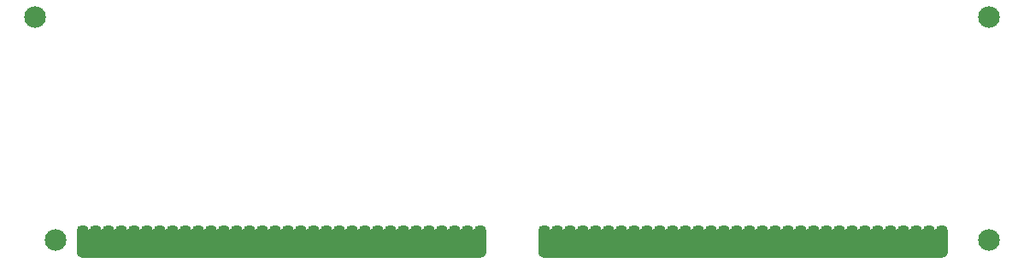
<source format=gbs>
G04 #@! TF.GenerationSoftware,KiCad,Pcbnew,(5.1.10-1-10_14)*
G04 #@! TF.CreationDate,2021-07-01T19:14:10-04:00*
G04 #@! TF.ProjectId,MacIIfxRAMSIMM,4d616349-4966-4785-9241-4d53494d4d2e,rev?*
G04 #@! TF.SameCoordinates,Original*
G04 #@! TF.FileFunction,Soldermask,Bot*
G04 #@! TF.FilePolarity,Negative*
%FSLAX46Y46*%
G04 Gerber Fmt 4.6, Leading zero omitted, Abs format (unit mm)*
G04 Created by KiCad (PCBNEW (5.1.10-1-10_14)) date 2021-07-01 19:14:10*
%MOMM*%
%LPD*%
G01*
G04 APERTURE LIST*
%ADD10C,0.175000*%
%ADD11C,2.150000*%
%ADD12C,0.100000*%
G04 APERTURE END LIST*
D10*
G36*
X117475000Y-127635000D02*
G01*
X78105000Y-127635000D01*
X77597000Y-125031500D01*
X117983000Y-125031500D01*
X117475000Y-127635000D01*
G37*
X117475000Y-127635000D02*
X78105000Y-127635000D01*
X77597000Y-125031500D01*
X117983000Y-125031500D01*
X117475000Y-127635000D01*
G36*
X163195000Y-127635000D02*
G01*
X123825000Y-127635000D01*
X123317000Y-125031500D01*
X163703000Y-125031500D01*
X163195000Y-127635000D01*
G37*
X163195000Y-127635000D02*
X123825000Y-127635000D01*
X123317000Y-125031500D01*
X163703000Y-125031500D01*
X163195000Y-127635000D01*
G36*
X117475000Y-127635000D02*
G01*
X78105000Y-127635000D01*
X77597000Y-125031500D01*
X117983000Y-125031500D01*
X117475000Y-127635000D01*
G37*
X117475000Y-127635000D02*
X78105000Y-127635000D01*
X77597000Y-125031500D01*
X117983000Y-125031500D01*
X117475000Y-127635000D01*
G36*
X163195000Y-127635000D02*
G01*
X123825000Y-127635000D01*
X123317000Y-125031500D01*
X163703000Y-125031500D01*
X163195000Y-127635000D01*
G37*
X163195000Y-127635000D02*
X123825000Y-127635000D01*
X123317000Y-125031500D01*
X163703000Y-125031500D01*
X163195000Y-127635000D01*
D11*
X73406000Y-103886000D03*
G36*
G01*
X162599300Y-127233440D02*
X162599300Y-124988560D01*
G75*
G02*
X163075860Y-124512000I476560J0D01*
G01*
X163314140Y-124512000D01*
G75*
G02*
X163790700Y-124988560I0J-476560D01*
G01*
X163790700Y-127233440D01*
G75*
G02*
X163314140Y-127710000I-476560J0D01*
G01*
X163075860Y-127710000D01*
G75*
G02*
X162599300Y-127233440I0J476560D01*
G01*
G37*
G36*
G01*
X161329300Y-127233440D02*
X161329300Y-124988560D01*
G75*
G02*
X161805860Y-124512000I476560J0D01*
G01*
X162044140Y-124512000D01*
G75*
G02*
X162520700Y-124988560I0J-476560D01*
G01*
X162520700Y-127233440D01*
G75*
G02*
X162044140Y-127710000I-476560J0D01*
G01*
X161805860Y-127710000D01*
G75*
G02*
X161329300Y-127233440I0J476560D01*
G01*
G37*
G36*
G01*
X160059300Y-127233440D02*
X160059300Y-124988560D01*
G75*
G02*
X160535860Y-124512000I476560J0D01*
G01*
X160774140Y-124512000D01*
G75*
G02*
X161250700Y-124988560I0J-476560D01*
G01*
X161250700Y-127233440D01*
G75*
G02*
X160774140Y-127710000I-476560J0D01*
G01*
X160535860Y-127710000D01*
G75*
G02*
X160059300Y-127233440I0J476560D01*
G01*
G37*
G36*
G01*
X158789300Y-127233440D02*
X158789300Y-124988560D01*
G75*
G02*
X159265860Y-124512000I476560J0D01*
G01*
X159504140Y-124512000D01*
G75*
G02*
X159980700Y-124988560I0J-476560D01*
G01*
X159980700Y-127233440D01*
G75*
G02*
X159504140Y-127710000I-476560J0D01*
G01*
X159265860Y-127710000D01*
G75*
G02*
X158789300Y-127233440I0J476560D01*
G01*
G37*
G36*
G01*
X157519300Y-127233440D02*
X157519300Y-124988560D01*
G75*
G02*
X157995860Y-124512000I476560J0D01*
G01*
X158234140Y-124512000D01*
G75*
G02*
X158710700Y-124988560I0J-476560D01*
G01*
X158710700Y-127233440D01*
G75*
G02*
X158234140Y-127710000I-476560J0D01*
G01*
X157995860Y-127710000D01*
G75*
G02*
X157519300Y-127233440I0J476560D01*
G01*
G37*
G36*
G01*
X156249300Y-127233440D02*
X156249300Y-124988560D01*
G75*
G02*
X156725860Y-124512000I476560J0D01*
G01*
X156964140Y-124512000D01*
G75*
G02*
X157440700Y-124988560I0J-476560D01*
G01*
X157440700Y-127233440D01*
G75*
G02*
X156964140Y-127710000I-476560J0D01*
G01*
X156725860Y-127710000D01*
G75*
G02*
X156249300Y-127233440I0J476560D01*
G01*
G37*
G36*
G01*
X154979300Y-127233440D02*
X154979300Y-124988560D01*
G75*
G02*
X155455860Y-124512000I476560J0D01*
G01*
X155694140Y-124512000D01*
G75*
G02*
X156170700Y-124988560I0J-476560D01*
G01*
X156170700Y-127233440D01*
G75*
G02*
X155694140Y-127710000I-476560J0D01*
G01*
X155455860Y-127710000D01*
G75*
G02*
X154979300Y-127233440I0J476560D01*
G01*
G37*
G36*
G01*
X153709300Y-127233440D02*
X153709300Y-124988560D01*
G75*
G02*
X154185860Y-124512000I476560J0D01*
G01*
X154424140Y-124512000D01*
G75*
G02*
X154900700Y-124988560I0J-476560D01*
G01*
X154900700Y-127233440D01*
G75*
G02*
X154424140Y-127710000I-476560J0D01*
G01*
X154185860Y-127710000D01*
G75*
G02*
X153709300Y-127233440I0J476560D01*
G01*
G37*
G36*
G01*
X152439300Y-127233440D02*
X152439300Y-124988560D01*
G75*
G02*
X152915860Y-124512000I476560J0D01*
G01*
X153154140Y-124512000D01*
G75*
G02*
X153630700Y-124988560I0J-476560D01*
G01*
X153630700Y-127233440D01*
G75*
G02*
X153154140Y-127710000I-476560J0D01*
G01*
X152915860Y-127710000D01*
G75*
G02*
X152439300Y-127233440I0J476560D01*
G01*
G37*
G36*
G01*
X151169300Y-127233440D02*
X151169300Y-124988560D01*
G75*
G02*
X151645860Y-124512000I476560J0D01*
G01*
X151884140Y-124512000D01*
G75*
G02*
X152360700Y-124988560I0J-476560D01*
G01*
X152360700Y-127233440D01*
G75*
G02*
X151884140Y-127710000I-476560J0D01*
G01*
X151645860Y-127710000D01*
G75*
G02*
X151169300Y-127233440I0J476560D01*
G01*
G37*
G36*
G01*
X149899300Y-127233440D02*
X149899300Y-124988560D01*
G75*
G02*
X150375860Y-124512000I476560J0D01*
G01*
X150614140Y-124512000D01*
G75*
G02*
X151090700Y-124988560I0J-476560D01*
G01*
X151090700Y-127233440D01*
G75*
G02*
X150614140Y-127710000I-476560J0D01*
G01*
X150375860Y-127710000D01*
G75*
G02*
X149899300Y-127233440I0J476560D01*
G01*
G37*
G36*
G01*
X148629300Y-127233440D02*
X148629300Y-124988560D01*
G75*
G02*
X149105860Y-124512000I476560J0D01*
G01*
X149344140Y-124512000D01*
G75*
G02*
X149820700Y-124988560I0J-476560D01*
G01*
X149820700Y-127233440D01*
G75*
G02*
X149344140Y-127710000I-476560J0D01*
G01*
X149105860Y-127710000D01*
G75*
G02*
X148629300Y-127233440I0J476560D01*
G01*
G37*
G36*
G01*
X147359300Y-127233440D02*
X147359300Y-124988560D01*
G75*
G02*
X147835860Y-124512000I476560J0D01*
G01*
X148074140Y-124512000D01*
G75*
G02*
X148550700Y-124988560I0J-476560D01*
G01*
X148550700Y-127233440D01*
G75*
G02*
X148074140Y-127710000I-476560J0D01*
G01*
X147835860Y-127710000D01*
G75*
G02*
X147359300Y-127233440I0J476560D01*
G01*
G37*
G36*
G01*
X146089300Y-127233440D02*
X146089300Y-124988560D01*
G75*
G02*
X146565860Y-124512000I476560J0D01*
G01*
X146804140Y-124512000D01*
G75*
G02*
X147280700Y-124988560I0J-476560D01*
G01*
X147280700Y-127233440D01*
G75*
G02*
X146804140Y-127710000I-476560J0D01*
G01*
X146565860Y-127710000D01*
G75*
G02*
X146089300Y-127233440I0J476560D01*
G01*
G37*
G36*
G01*
X144819300Y-127233440D02*
X144819300Y-124988560D01*
G75*
G02*
X145295860Y-124512000I476560J0D01*
G01*
X145534140Y-124512000D01*
G75*
G02*
X146010700Y-124988560I0J-476560D01*
G01*
X146010700Y-127233440D01*
G75*
G02*
X145534140Y-127710000I-476560J0D01*
G01*
X145295860Y-127710000D01*
G75*
G02*
X144819300Y-127233440I0J476560D01*
G01*
G37*
G36*
G01*
X143549300Y-127233440D02*
X143549300Y-124988560D01*
G75*
G02*
X144025860Y-124512000I476560J0D01*
G01*
X144264140Y-124512000D01*
G75*
G02*
X144740700Y-124988560I0J-476560D01*
G01*
X144740700Y-127233440D01*
G75*
G02*
X144264140Y-127710000I-476560J0D01*
G01*
X144025860Y-127710000D01*
G75*
G02*
X143549300Y-127233440I0J476560D01*
G01*
G37*
G36*
G01*
X142279300Y-127233440D02*
X142279300Y-124988560D01*
G75*
G02*
X142755860Y-124512000I476560J0D01*
G01*
X142994140Y-124512000D01*
G75*
G02*
X143470700Y-124988560I0J-476560D01*
G01*
X143470700Y-127233440D01*
G75*
G02*
X142994140Y-127710000I-476560J0D01*
G01*
X142755860Y-127710000D01*
G75*
G02*
X142279300Y-127233440I0J476560D01*
G01*
G37*
G36*
G01*
X141009300Y-127233440D02*
X141009300Y-124988560D01*
G75*
G02*
X141485860Y-124512000I476560J0D01*
G01*
X141724140Y-124512000D01*
G75*
G02*
X142200700Y-124988560I0J-476560D01*
G01*
X142200700Y-127233440D01*
G75*
G02*
X141724140Y-127710000I-476560J0D01*
G01*
X141485860Y-127710000D01*
G75*
G02*
X141009300Y-127233440I0J476560D01*
G01*
G37*
G36*
G01*
X139739300Y-127233440D02*
X139739300Y-124988560D01*
G75*
G02*
X140215860Y-124512000I476560J0D01*
G01*
X140454140Y-124512000D01*
G75*
G02*
X140930700Y-124988560I0J-476560D01*
G01*
X140930700Y-127233440D01*
G75*
G02*
X140454140Y-127710000I-476560J0D01*
G01*
X140215860Y-127710000D01*
G75*
G02*
X139739300Y-127233440I0J476560D01*
G01*
G37*
G36*
G01*
X138469300Y-127233440D02*
X138469300Y-124988560D01*
G75*
G02*
X138945860Y-124512000I476560J0D01*
G01*
X139184140Y-124512000D01*
G75*
G02*
X139660700Y-124988560I0J-476560D01*
G01*
X139660700Y-127233440D01*
G75*
G02*
X139184140Y-127710000I-476560J0D01*
G01*
X138945860Y-127710000D01*
G75*
G02*
X138469300Y-127233440I0J476560D01*
G01*
G37*
G36*
G01*
X137199300Y-127233440D02*
X137199300Y-124988560D01*
G75*
G02*
X137675860Y-124512000I476560J0D01*
G01*
X137914140Y-124512000D01*
G75*
G02*
X138390700Y-124988560I0J-476560D01*
G01*
X138390700Y-127233440D01*
G75*
G02*
X137914140Y-127710000I-476560J0D01*
G01*
X137675860Y-127710000D01*
G75*
G02*
X137199300Y-127233440I0J476560D01*
G01*
G37*
G36*
G01*
X135929300Y-127233440D02*
X135929300Y-124988560D01*
G75*
G02*
X136405860Y-124512000I476560J0D01*
G01*
X136644140Y-124512000D01*
G75*
G02*
X137120700Y-124988560I0J-476560D01*
G01*
X137120700Y-127233440D01*
G75*
G02*
X136644140Y-127710000I-476560J0D01*
G01*
X136405860Y-127710000D01*
G75*
G02*
X135929300Y-127233440I0J476560D01*
G01*
G37*
G36*
G01*
X134659300Y-127233440D02*
X134659300Y-124988560D01*
G75*
G02*
X135135860Y-124512000I476560J0D01*
G01*
X135374140Y-124512000D01*
G75*
G02*
X135850700Y-124988560I0J-476560D01*
G01*
X135850700Y-127233440D01*
G75*
G02*
X135374140Y-127710000I-476560J0D01*
G01*
X135135860Y-127710000D01*
G75*
G02*
X134659300Y-127233440I0J476560D01*
G01*
G37*
G36*
G01*
X133389300Y-127233440D02*
X133389300Y-124988560D01*
G75*
G02*
X133865860Y-124512000I476560J0D01*
G01*
X134104140Y-124512000D01*
G75*
G02*
X134580700Y-124988560I0J-476560D01*
G01*
X134580700Y-127233440D01*
G75*
G02*
X134104140Y-127710000I-476560J0D01*
G01*
X133865860Y-127710000D01*
G75*
G02*
X133389300Y-127233440I0J476560D01*
G01*
G37*
G36*
G01*
X132119300Y-127233440D02*
X132119300Y-124988560D01*
G75*
G02*
X132595860Y-124512000I476560J0D01*
G01*
X132834140Y-124512000D01*
G75*
G02*
X133310700Y-124988560I0J-476560D01*
G01*
X133310700Y-127233440D01*
G75*
G02*
X132834140Y-127710000I-476560J0D01*
G01*
X132595860Y-127710000D01*
G75*
G02*
X132119300Y-127233440I0J476560D01*
G01*
G37*
G36*
G01*
X130849300Y-127233440D02*
X130849300Y-124988560D01*
G75*
G02*
X131325860Y-124512000I476560J0D01*
G01*
X131564140Y-124512000D01*
G75*
G02*
X132040700Y-124988560I0J-476560D01*
G01*
X132040700Y-127233440D01*
G75*
G02*
X131564140Y-127710000I-476560J0D01*
G01*
X131325860Y-127710000D01*
G75*
G02*
X130849300Y-127233440I0J476560D01*
G01*
G37*
G36*
G01*
X129579300Y-127233440D02*
X129579300Y-124988560D01*
G75*
G02*
X130055860Y-124512000I476560J0D01*
G01*
X130294140Y-124512000D01*
G75*
G02*
X130770700Y-124988560I0J-476560D01*
G01*
X130770700Y-127233440D01*
G75*
G02*
X130294140Y-127710000I-476560J0D01*
G01*
X130055860Y-127710000D01*
G75*
G02*
X129579300Y-127233440I0J476560D01*
G01*
G37*
G36*
G01*
X128309300Y-127233440D02*
X128309300Y-124988560D01*
G75*
G02*
X128785860Y-124512000I476560J0D01*
G01*
X129024140Y-124512000D01*
G75*
G02*
X129500700Y-124988560I0J-476560D01*
G01*
X129500700Y-127233440D01*
G75*
G02*
X129024140Y-127710000I-476560J0D01*
G01*
X128785860Y-127710000D01*
G75*
G02*
X128309300Y-127233440I0J476560D01*
G01*
G37*
G36*
G01*
X127039300Y-127233440D02*
X127039300Y-124988560D01*
G75*
G02*
X127515860Y-124512000I476560J0D01*
G01*
X127754140Y-124512000D01*
G75*
G02*
X128230700Y-124988560I0J-476560D01*
G01*
X128230700Y-127233440D01*
G75*
G02*
X127754140Y-127710000I-476560J0D01*
G01*
X127515860Y-127710000D01*
G75*
G02*
X127039300Y-127233440I0J476560D01*
G01*
G37*
G36*
G01*
X125769300Y-127233440D02*
X125769300Y-124988560D01*
G75*
G02*
X126245860Y-124512000I476560J0D01*
G01*
X126484140Y-124512000D01*
G75*
G02*
X126960700Y-124988560I0J-476560D01*
G01*
X126960700Y-127233440D01*
G75*
G02*
X126484140Y-127710000I-476560J0D01*
G01*
X126245860Y-127710000D01*
G75*
G02*
X125769300Y-127233440I0J476560D01*
G01*
G37*
G36*
G01*
X124499300Y-127233440D02*
X124499300Y-124988560D01*
G75*
G02*
X124975860Y-124512000I476560J0D01*
G01*
X125214140Y-124512000D01*
G75*
G02*
X125690700Y-124988560I0J-476560D01*
G01*
X125690700Y-127233440D01*
G75*
G02*
X125214140Y-127710000I-476560J0D01*
G01*
X124975860Y-127710000D01*
G75*
G02*
X124499300Y-127233440I0J476560D01*
G01*
G37*
G36*
G01*
X123229300Y-127233440D02*
X123229300Y-124988560D01*
G75*
G02*
X123705860Y-124512000I476560J0D01*
G01*
X123944140Y-124512000D01*
G75*
G02*
X124420700Y-124988560I0J-476560D01*
G01*
X124420700Y-127233440D01*
G75*
G02*
X123944140Y-127710000I-476560J0D01*
G01*
X123705860Y-127710000D01*
G75*
G02*
X123229300Y-127233440I0J476560D01*
G01*
G37*
G36*
G01*
X116879300Y-127233440D02*
X116879300Y-124988560D01*
G75*
G02*
X117355860Y-124512000I476560J0D01*
G01*
X117594140Y-124512000D01*
G75*
G02*
X118070700Y-124988560I0J-476560D01*
G01*
X118070700Y-127233440D01*
G75*
G02*
X117594140Y-127710000I-476560J0D01*
G01*
X117355860Y-127710000D01*
G75*
G02*
X116879300Y-127233440I0J476560D01*
G01*
G37*
G36*
G01*
X115609300Y-127233440D02*
X115609300Y-124988560D01*
G75*
G02*
X116085860Y-124512000I476560J0D01*
G01*
X116324140Y-124512000D01*
G75*
G02*
X116800700Y-124988560I0J-476560D01*
G01*
X116800700Y-127233440D01*
G75*
G02*
X116324140Y-127710000I-476560J0D01*
G01*
X116085860Y-127710000D01*
G75*
G02*
X115609300Y-127233440I0J476560D01*
G01*
G37*
G36*
G01*
X114339300Y-127233440D02*
X114339300Y-124988560D01*
G75*
G02*
X114815860Y-124512000I476560J0D01*
G01*
X115054140Y-124512000D01*
G75*
G02*
X115530700Y-124988560I0J-476560D01*
G01*
X115530700Y-127233440D01*
G75*
G02*
X115054140Y-127710000I-476560J0D01*
G01*
X114815860Y-127710000D01*
G75*
G02*
X114339300Y-127233440I0J476560D01*
G01*
G37*
G36*
G01*
X113069300Y-127233440D02*
X113069300Y-124988560D01*
G75*
G02*
X113545860Y-124512000I476560J0D01*
G01*
X113784140Y-124512000D01*
G75*
G02*
X114260700Y-124988560I0J-476560D01*
G01*
X114260700Y-127233440D01*
G75*
G02*
X113784140Y-127710000I-476560J0D01*
G01*
X113545860Y-127710000D01*
G75*
G02*
X113069300Y-127233440I0J476560D01*
G01*
G37*
G36*
G01*
X111799300Y-127233440D02*
X111799300Y-124988560D01*
G75*
G02*
X112275860Y-124512000I476560J0D01*
G01*
X112514140Y-124512000D01*
G75*
G02*
X112990700Y-124988560I0J-476560D01*
G01*
X112990700Y-127233440D01*
G75*
G02*
X112514140Y-127710000I-476560J0D01*
G01*
X112275860Y-127710000D01*
G75*
G02*
X111799300Y-127233440I0J476560D01*
G01*
G37*
G36*
G01*
X110529300Y-127233440D02*
X110529300Y-124988560D01*
G75*
G02*
X111005860Y-124512000I476560J0D01*
G01*
X111244140Y-124512000D01*
G75*
G02*
X111720700Y-124988560I0J-476560D01*
G01*
X111720700Y-127233440D01*
G75*
G02*
X111244140Y-127710000I-476560J0D01*
G01*
X111005860Y-127710000D01*
G75*
G02*
X110529300Y-127233440I0J476560D01*
G01*
G37*
G36*
G01*
X109259300Y-127233440D02*
X109259300Y-124988560D01*
G75*
G02*
X109735860Y-124512000I476560J0D01*
G01*
X109974140Y-124512000D01*
G75*
G02*
X110450700Y-124988560I0J-476560D01*
G01*
X110450700Y-127233440D01*
G75*
G02*
X109974140Y-127710000I-476560J0D01*
G01*
X109735860Y-127710000D01*
G75*
G02*
X109259300Y-127233440I0J476560D01*
G01*
G37*
G36*
G01*
X107989300Y-127233440D02*
X107989300Y-124988560D01*
G75*
G02*
X108465860Y-124512000I476560J0D01*
G01*
X108704140Y-124512000D01*
G75*
G02*
X109180700Y-124988560I0J-476560D01*
G01*
X109180700Y-127233440D01*
G75*
G02*
X108704140Y-127710000I-476560J0D01*
G01*
X108465860Y-127710000D01*
G75*
G02*
X107989300Y-127233440I0J476560D01*
G01*
G37*
G36*
G01*
X106719300Y-127233440D02*
X106719300Y-124988560D01*
G75*
G02*
X107195860Y-124512000I476560J0D01*
G01*
X107434140Y-124512000D01*
G75*
G02*
X107910700Y-124988560I0J-476560D01*
G01*
X107910700Y-127233440D01*
G75*
G02*
X107434140Y-127710000I-476560J0D01*
G01*
X107195860Y-127710000D01*
G75*
G02*
X106719300Y-127233440I0J476560D01*
G01*
G37*
G36*
G01*
X105449300Y-127233440D02*
X105449300Y-124988560D01*
G75*
G02*
X105925860Y-124512000I476560J0D01*
G01*
X106164140Y-124512000D01*
G75*
G02*
X106640700Y-124988560I0J-476560D01*
G01*
X106640700Y-127233440D01*
G75*
G02*
X106164140Y-127710000I-476560J0D01*
G01*
X105925860Y-127710000D01*
G75*
G02*
X105449300Y-127233440I0J476560D01*
G01*
G37*
G36*
G01*
X104179300Y-127233440D02*
X104179300Y-124988560D01*
G75*
G02*
X104655860Y-124512000I476560J0D01*
G01*
X104894140Y-124512000D01*
G75*
G02*
X105370700Y-124988560I0J-476560D01*
G01*
X105370700Y-127233440D01*
G75*
G02*
X104894140Y-127710000I-476560J0D01*
G01*
X104655860Y-127710000D01*
G75*
G02*
X104179300Y-127233440I0J476560D01*
G01*
G37*
G36*
G01*
X102909300Y-127233440D02*
X102909300Y-124988560D01*
G75*
G02*
X103385860Y-124512000I476560J0D01*
G01*
X103624140Y-124512000D01*
G75*
G02*
X104100700Y-124988560I0J-476560D01*
G01*
X104100700Y-127233440D01*
G75*
G02*
X103624140Y-127710000I-476560J0D01*
G01*
X103385860Y-127710000D01*
G75*
G02*
X102909300Y-127233440I0J476560D01*
G01*
G37*
G36*
G01*
X101639300Y-127233440D02*
X101639300Y-124988560D01*
G75*
G02*
X102115860Y-124512000I476560J0D01*
G01*
X102354140Y-124512000D01*
G75*
G02*
X102830700Y-124988560I0J-476560D01*
G01*
X102830700Y-127233440D01*
G75*
G02*
X102354140Y-127710000I-476560J0D01*
G01*
X102115860Y-127710000D01*
G75*
G02*
X101639300Y-127233440I0J476560D01*
G01*
G37*
G36*
G01*
X100369300Y-127233440D02*
X100369300Y-124988560D01*
G75*
G02*
X100845860Y-124512000I476560J0D01*
G01*
X101084140Y-124512000D01*
G75*
G02*
X101560700Y-124988560I0J-476560D01*
G01*
X101560700Y-127233440D01*
G75*
G02*
X101084140Y-127710000I-476560J0D01*
G01*
X100845860Y-127710000D01*
G75*
G02*
X100369300Y-127233440I0J476560D01*
G01*
G37*
G36*
G01*
X99099300Y-127233440D02*
X99099300Y-124988560D01*
G75*
G02*
X99575860Y-124512000I476560J0D01*
G01*
X99814140Y-124512000D01*
G75*
G02*
X100290700Y-124988560I0J-476560D01*
G01*
X100290700Y-127233440D01*
G75*
G02*
X99814140Y-127710000I-476560J0D01*
G01*
X99575860Y-127710000D01*
G75*
G02*
X99099300Y-127233440I0J476560D01*
G01*
G37*
G36*
G01*
X97829300Y-127233440D02*
X97829300Y-124988560D01*
G75*
G02*
X98305860Y-124512000I476560J0D01*
G01*
X98544140Y-124512000D01*
G75*
G02*
X99020700Y-124988560I0J-476560D01*
G01*
X99020700Y-127233440D01*
G75*
G02*
X98544140Y-127710000I-476560J0D01*
G01*
X98305860Y-127710000D01*
G75*
G02*
X97829300Y-127233440I0J476560D01*
G01*
G37*
G36*
G01*
X96559300Y-127233440D02*
X96559300Y-124988560D01*
G75*
G02*
X97035860Y-124512000I476560J0D01*
G01*
X97274140Y-124512000D01*
G75*
G02*
X97750700Y-124988560I0J-476560D01*
G01*
X97750700Y-127233440D01*
G75*
G02*
X97274140Y-127710000I-476560J0D01*
G01*
X97035860Y-127710000D01*
G75*
G02*
X96559300Y-127233440I0J476560D01*
G01*
G37*
G36*
G01*
X95289300Y-127233440D02*
X95289300Y-124988560D01*
G75*
G02*
X95765860Y-124512000I476560J0D01*
G01*
X96004140Y-124512000D01*
G75*
G02*
X96480700Y-124988560I0J-476560D01*
G01*
X96480700Y-127233440D01*
G75*
G02*
X96004140Y-127710000I-476560J0D01*
G01*
X95765860Y-127710000D01*
G75*
G02*
X95289300Y-127233440I0J476560D01*
G01*
G37*
G36*
G01*
X94019300Y-127233440D02*
X94019300Y-124988560D01*
G75*
G02*
X94495860Y-124512000I476560J0D01*
G01*
X94734140Y-124512000D01*
G75*
G02*
X95210700Y-124988560I0J-476560D01*
G01*
X95210700Y-127233440D01*
G75*
G02*
X94734140Y-127710000I-476560J0D01*
G01*
X94495860Y-127710000D01*
G75*
G02*
X94019300Y-127233440I0J476560D01*
G01*
G37*
G36*
G01*
X92749300Y-127233440D02*
X92749300Y-124988560D01*
G75*
G02*
X93225860Y-124512000I476560J0D01*
G01*
X93464140Y-124512000D01*
G75*
G02*
X93940700Y-124988560I0J-476560D01*
G01*
X93940700Y-127233440D01*
G75*
G02*
X93464140Y-127710000I-476560J0D01*
G01*
X93225860Y-127710000D01*
G75*
G02*
X92749300Y-127233440I0J476560D01*
G01*
G37*
G36*
G01*
X91479300Y-127233440D02*
X91479300Y-124988560D01*
G75*
G02*
X91955860Y-124512000I476560J0D01*
G01*
X92194140Y-124512000D01*
G75*
G02*
X92670700Y-124988560I0J-476560D01*
G01*
X92670700Y-127233440D01*
G75*
G02*
X92194140Y-127710000I-476560J0D01*
G01*
X91955860Y-127710000D01*
G75*
G02*
X91479300Y-127233440I0J476560D01*
G01*
G37*
G36*
G01*
X90209300Y-127233440D02*
X90209300Y-124988560D01*
G75*
G02*
X90685860Y-124512000I476560J0D01*
G01*
X90924140Y-124512000D01*
G75*
G02*
X91400700Y-124988560I0J-476560D01*
G01*
X91400700Y-127233440D01*
G75*
G02*
X90924140Y-127710000I-476560J0D01*
G01*
X90685860Y-127710000D01*
G75*
G02*
X90209300Y-127233440I0J476560D01*
G01*
G37*
G36*
G01*
X88939300Y-127233440D02*
X88939300Y-124988560D01*
G75*
G02*
X89415860Y-124512000I476560J0D01*
G01*
X89654140Y-124512000D01*
G75*
G02*
X90130700Y-124988560I0J-476560D01*
G01*
X90130700Y-127233440D01*
G75*
G02*
X89654140Y-127710000I-476560J0D01*
G01*
X89415860Y-127710000D01*
G75*
G02*
X88939300Y-127233440I0J476560D01*
G01*
G37*
G36*
G01*
X87669300Y-127233440D02*
X87669300Y-124988560D01*
G75*
G02*
X88145860Y-124512000I476560J0D01*
G01*
X88384140Y-124512000D01*
G75*
G02*
X88860700Y-124988560I0J-476560D01*
G01*
X88860700Y-127233440D01*
G75*
G02*
X88384140Y-127710000I-476560J0D01*
G01*
X88145860Y-127710000D01*
G75*
G02*
X87669300Y-127233440I0J476560D01*
G01*
G37*
G36*
G01*
X86399300Y-127233440D02*
X86399300Y-124988560D01*
G75*
G02*
X86875860Y-124512000I476560J0D01*
G01*
X87114140Y-124512000D01*
G75*
G02*
X87590700Y-124988560I0J-476560D01*
G01*
X87590700Y-127233440D01*
G75*
G02*
X87114140Y-127710000I-476560J0D01*
G01*
X86875860Y-127710000D01*
G75*
G02*
X86399300Y-127233440I0J476560D01*
G01*
G37*
G36*
G01*
X85129300Y-127233440D02*
X85129300Y-124988560D01*
G75*
G02*
X85605860Y-124512000I476560J0D01*
G01*
X85844140Y-124512000D01*
G75*
G02*
X86320700Y-124988560I0J-476560D01*
G01*
X86320700Y-127233440D01*
G75*
G02*
X85844140Y-127710000I-476560J0D01*
G01*
X85605860Y-127710000D01*
G75*
G02*
X85129300Y-127233440I0J476560D01*
G01*
G37*
G36*
G01*
X83859300Y-127233440D02*
X83859300Y-124988560D01*
G75*
G02*
X84335860Y-124512000I476560J0D01*
G01*
X84574140Y-124512000D01*
G75*
G02*
X85050700Y-124988560I0J-476560D01*
G01*
X85050700Y-127233440D01*
G75*
G02*
X84574140Y-127710000I-476560J0D01*
G01*
X84335860Y-127710000D01*
G75*
G02*
X83859300Y-127233440I0J476560D01*
G01*
G37*
G36*
G01*
X82589300Y-127233440D02*
X82589300Y-124988560D01*
G75*
G02*
X83065860Y-124512000I476560J0D01*
G01*
X83304140Y-124512000D01*
G75*
G02*
X83780700Y-124988560I0J-476560D01*
G01*
X83780700Y-127233440D01*
G75*
G02*
X83304140Y-127710000I-476560J0D01*
G01*
X83065860Y-127710000D01*
G75*
G02*
X82589300Y-127233440I0J476560D01*
G01*
G37*
G36*
G01*
X81319300Y-127233440D02*
X81319300Y-124988560D01*
G75*
G02*
X81795860Y-124512000I476560J0D01*
G01*
X82034140Y-124512000D01*
G75*
G02*
X82510700Y-124988560I0J-476560D01*
G01*
X82510700Y-127233440D01*
G75*
G02*
X82034140Y-127710000I-476560J0D01*
G01*
X81795860Y-127710000D01*
G75*
G02*
X81319300Y-127233440I0J476560D01*
G01*
G37*
G36*
G01*
X80049300Y-127233440D02*
X80049300Y-124988560D01*
G75*
G02*
X80525860Y-124512000I476560J0D01*
G01*
X80764140Y-124512000D01*
G75*
G02*
X81240700Y-124988560I0J-476560D01*
G01*
X81240700Y-127233440D01*
G75*
G02*
X80764140Y-127710000I-476560J0D01*
G01*
X80525860Y-127710000D01*
G75*
G02*
X80049300Y-127233440I0J476560D01*
G01*
G37*
G36*
G01*
X78779300Y-127233440D02*
X78779300Y-124988560D01*
G75*
G02*
X79255860Y-124512000I476560J0D01*
G01*
X79494140Y-124512000D01*
G75*
G02*
X79970700Y-124988560I0J-476560D01*
G01*
X79970700Y-127233440D01*
G75*
G02*
X79494140Y-127710000I-476560J0D01*
G01*
X79255860Y-127710000D01*
G75*
G02*
X78779300Y-127233440I0J476560D01*
G01*
G37*
G36*
G01*
X77509300Y-127233440D02*
X77509300Y-124988560D01*
G75*
G02*
X77985860Y-124512000I476560J0D01*
G01*
X78224140Y-124512000D01*
G75*
G02*
X78700700Y-124988560I0J-476560D01*
G01*
X78700700Y-127233440D01*
G75*
G02*
X78224140Y-127710000I-476560J0D01*
G01*
X77985860Y-127710000D01*
G75*
G02*
X77509300Y-127233440I0J476560D01*
G01*
G37*
X75438000Y-125984000D03*
X167894000Y-125984000D03*
X167894000Y-103886000D03*
D12*
G36*
X125221882Y-124510010D02*
G01*
X125315310Y-124519212D01*
X125315695Y-124519288D01*
X125403175Y-124545825D01*
X125403537Y-124545975D01*
X125484153Y-124589065D01*
X125484479Y-124589283D01*
X125555145Y-124647278D01*
X125555422Y-124647555D01*
X125613417Y-124718221D01*
X125613635Y-124718547D01*
X125656725Y-124799163D01*
X125656875Y-124799525D01*
X125684040Y-124889077D01*
X125687678Y-124897858D01*
X125692904Y-124905681D01*
X125699555Y-124912332D01*
X125707378Y-124917558D01*
X125716068Y-124921158D01*
X125725298Y-124922994D01*
X125734702Y-124922994D01*
X125743932Y-124921158D01*
X125752622Y-124917558D01*
X125760445Y-124912332D01*
X125767096Y-124905681D01*
X125772322Y-124897858D01*
X125775960Y-124889077D01*
X125803125Y-124799525D01*
X125803275Y-124799163D01*
X125846365Y-124718547D01*
X125846583Y-124718221D01*
X125904578Y-124647555D01*
X125904855Y-124647278D01*
X125975521Y-124589283D01*
X125975847Y-124589065D01*
X126056463Y-124545975D01*
X126056825Y-124545825D01*
X126144305Y-124519288D01*
X126144690Y-124519212D01*
X126238118Y-124510010D01*
X126238314Y-124510000D01*
X126245860Y-124510000D01*
X126247592Y-124511000D01*
X126247592Y-124513000D01*
X126246056Y-124513990D01*
X126153283Y-124523127D01*
X126064257Y-124550133D01*
X125982213Y-124593986D01*
X125910302Y-124653002D01*
X125851286Y-124724913D01*
X125807433Y-124806957D01*
X125780427Y-124895983D01*
X125771300Y-124988654D01*
X125771300Y-127233346D01*
X125780427Y-127326017D01*
X125807433Y-127415043D01*
X125851286Y-127497087D01*
X125910302Y-127568998D01*
X125982213Y-127628014D01*
X126064257Y-127671867D01*
X126153283Y-127698873D01*
X126246056Y-127708010D01*
X126247682Y-127709175D01*
X126247486Y-127711165D01*
X126245860Y-127712000D01*
X126238314Y-127712000D01*
X126238118Y-127711990D01*
X126144690Y-127702788D01*
X126144305Y-127702712D01*
X126056825Y-127676175D01*
X126056463Y-127676025D01*
X125975847Y-127632935D01*
X125975521Y-127632717D01*
X125904855Y-127574722D01*
X125904578Y-127574445D01*
X125846583Y-127503779D01*
X125846365Y-127503453D01*
X125803275Y-127422837D01*
X125803125Y-127422475D01*
X125775960Y-127332923D01*
X125772322Y-127324142D01*
X125767096Y-127316319D01*
X125760445Y-127309668D01*
X125752622Y-127304442D01*
X125743932Y-127300842D01*
X125734702Y-127299006D01*
X125725298Y-127299006D01*
X125716068Y-127300842D01*
X125707378Y-127304442D01*
X125699555Y-127309668D01*
X125692904Y-127316319D01*
X125687678Y-127324142D01*
X125684040Y-127332923D01*
X125656875Y-127422475D01*
X125656725Y-127422837D01*
X125613635Y-127503453D01*
X125613417Y-127503779D01*
X125555422Y-127574445D01*
X125555145Y-127574722D01*
X125484479Y-127632717D01*
X125484153Y-127632935D01*
X125403537Y-127676025D01*
X125403175Y-127676175D01*
X125315695Y-127702712D01*
X125315310Y-127702788D01*
X125221882Y-127711990D01*
X125221686Y-127712000D01*
X125214140Y-127712000D01*
X125212408Y-127711000D01*
X125212408Y-127709000D01*
X125213944Y-127708010D01*
X125306717Y-127698873D01*
X125395743Y-127671867D01*
X125477787Y-127628014D01*
X125549698Y-127568998D01*
X125608714Y-127497087D01*
X125652567Y-127415043D01*
X125679573Y-127326017D01*
X125688700Y-127233346D01*
X125688700Y-124988654D01*
X125679573Y-124895983D01*
X125652567Y-124806957D01*
X125608714Y-124724913D01*
X125549698Y-124653002D01*
X125477787Y-124593986D01*
X125395743Y-124550133D01*
X125306717Y-124523127D01*
X125213944Y-124513990D01*
X125212318Y-124512825D01*
X125212514Y-124510835D01*
X125214140Y-124510000D01*
X125221686Y-124510000D01*
X125221882Y-124510010D01*
G37*
G36*
X150621882Y-124510010D02*
G01*
X150715310Y-124519212D01*
X150715695Y-124519288D01*
X150803175Y-124545825D01*
X150803537Y-124545975D01*
X150884153Y-124589065D01*
X150884479Y-124589283D01*
X150955145Y-124647278D01*
X150955422Y-124647555D01*
X151013417Y-124718221D01*
X151013635Y-124718547D01*
X151056725Y-124799163D01*
X151056875Y-124799525D01*
X151084040Y-124889077D01*
X151087678Y-124897858D01*
X151092904Y-124905681D01*
X151099555Y-124912332D01*
X151107378Y-124917558D01*
X151116068Y-124921158D01*
X151125298Y-124922994D01*
X151134702Y-124922994D01*
X151143932Y-124921158D01*
X151152622Y-124917558D01*
X151160445Y-124912332D01*
X151167096Y-124905681D01*
X151172322Y-124897858D01*
X151175960Y-124889077D01*
X151203125Y-124799525D01*
X151203275Y-124799163D01*
X151246365Y-124718547D01*
X151246583Y-124718221D01*
X151304578Y-124647555D01*
X151304855Y-124647278D01*
X151375521Y-124589283D01*
X151375847Y-124589065D01*
X151456463Y-124545975D01*
X151456825Y-124545825D01*
X151544305Y-124519288D01*
X151544690Y-124519212D01*
X151638118Y-124510010D01*
X151638314Y-124510000D01*
X151645860Y-124510000D01*
X151647592Y-124511000D01*
X151647592Y-124513000D01*
X151646056Y-124513990D01*
X151553283Y-124523127D01*
X151464257Y-124550133D01*
X151382213Y-124593986D01*
X151310302Y-124653002D01*
X151251286Y-124724913D01*
X151207433Y-124806957D01*
X151180427Y-124895983D01*
X151171300Y-124988654D01*
X151171300Y-127233346D01*
X151180427Y-127326017D01*
X151207433Y-127415043D01*
X151251286Y-127497087D01*
X151310302Y-127568998D01*
X151382213Y-127628014D01*
X151464257Y-127671867D01*
X151553283Y-127698873D01*
X151646056Y-127708010D01*
X151647682Y-127709175D01*
X151647486Y-127711165D01*
X151645860Y-127712000D01*
X151638314Y-127712000D01*
X151638118Y-127711990D01*
X151544690Y-127702788D01*
X151544305Y-127702712D01*
X151456825Y-127676175D01*
X151456463Y-127676025D01*
X151375847Y-127632935D01*
X151375521Y-127632717D01*
X151304855Y-127574722D01*
X151304578Y-127574445D01*
X151246583Y-127503779D01*
X151246365Y-127503453D01*
X151203275Y-127422837D01*
X151203125Y-127422475D01*
X151175960Y-127332923D01*
X151172322Y-127324142D01*
X151167096Y-127316319D01*
X151160445Y-127309668D01*
X151152622Y-127304442D01*
X151143932Y-127300842D01*
X151134702Y-127299006D01*
X151125298Y-127299006D01*
X151116068Y-127300842D01*
X151107378Y-127304442D01*
X151099555Y-127309668D01*
X151092904Y-127316319D01*
X151087678Y-127324142D01*
X151084040Y-127332923D01*
X151056875Y-127422475D01*
X151056725Y-127422837D01*
X151013635Y-127503453D01*
X151013417Y-127503779D01*
X150955422Y-127574445D01*
X150955145Y-127574722D01*
X150884479Y-127632717D01*
X150884153Y-127632935D01*
X150803537Y-127676025D01*
X150803175Y-127676175D01*
X150715695Y-127702712D01*
X150715310Y-127702788D01*
X150621882Y-127711990D01*
X150621686Y-127712000D01*
X150614140Y-127712000D01*
X150612408Y-127711000D01*
X150612408Y-127709000D01*
X150613944Y-127708010D01*
X150706717Y-127698873D01*
X150795743Y-127671867D01*
X150877787Y-127628014D01*
X150949698Y-127568998D01*
X151008714Y-127497087D01*
X151052567Y-127415043D01*
X151079573Y-127326017D01*
X151088700Y-127233346D01*
X151088700Y-124988654D01*
X151079573Y-124895983D01*
X151052567Y-124806957D01*
X151008714Y-124724913D01*
X150949698Y-124653002D01*
X150877787Y-124593986D01*
X150795743Y-124550133D01*
X150706717Y-124523127D01*
X150613944Y-124513990D01*
X150612318Y-124512825D01*
X150612514Y-124510835D01*
X150614140Y-124510000D01*
X150621686Y-124510000D01*
X150621882Y-124510010D01*
G37*
G36*
X136651882Y-124510010D02*
G01*
X136745310Y-124519212D01*
X136745695Y-124519288D01*
X136833175Y-124545825D01*
X136833537Y-124545975D01*
X136914153Y-124589065D01*
X136914479Y-124589283D01*
X136985145Y-124647278D01*
X136985422Y-124647555D01*
X137043417Y-124718221D01*
X137043635Y-124718547D01*
X137086725Y-124799163D01*
X137086875Y-124799525D01*
X137114040Y-124889077D01*
X137117678Y-124897858D01*
X137122904Y-124905681D01*
X137129555Y-124912332D01*
X137137378Y-124917558D01*
X137146068Y-124921158D01*
X137155298Y-124922994D01*
X137164702Y-124922994D01*
X137173932Y-124921158D01*
X137182622Y-124917558D01*
X137190445Y-124912332D01*
X137197096Y-124905681D01*
X137202322Y-124897858D01*
X137205960Y-124889077D01*
X137233125Y-124799525D01*
X137233275Y-124799163D01*
X137276365Y-124718547D01*
X137276583Y-124718221D01*
X137334578Y-124647555D01*
X137334855Y-124647278D01*
X137405521Y-124589283D01*
X137405847Y-124589065D01*
X137486463Y-124545975D01*
X137486825Y-124545825D01*
X137574305Y-124519288D01*
X137574690Y-124519212D01*
X137668118Y-124510010D01*
X137668314Y-124510000D01*
X137675860Y-124510000D01*
X137677592Y-124511000D01*
X137677592Y-124513000D01*
X137676056Y-124513990D01*
X137583283Y-124523127D01*
X137494257Y-124550133D01*
X137412213Y-124593986D01*
X137340302Y-124653002D01*
X137281286Y-124724913D01*
X137237433Y-124806957D01*
X137210427Y-124895983D01*
X137201300Y-124988654D01*
X137201300Y-127233346D01*
X137210427Y-127326017D01*
X137237433Y-127415043D01*
X137281286Y-127497087D01*
X137340302Y-127568998D01*
X137412213Y-127628014D01*
X137494257Y-127671867D01*
X137583283Y-127698873D01*
X137676056Y-127708010D01*
X137677682Y-127709175D01*
X137677486Y-127711165D01*
X137675860Y-127712000D01*
X137668314Y-127712000D01*
X137668118Y-127711990D01*
X137574690Y-127702788D01*
X137574305Y-127702712D01*
X137486825Y-127676175D01*
X137486463Y-127676025D01*
X137405847Y-127632935D01*
X137405521Y-127632717D01*
X137334855Y-127574722D01*
X137334578Y-127574445D01*
X137276583Y-127503779D01*
X137276365Y-127503453D01*
X137233275Y-127422837D01*
X137233125Y-127422475D01*
X137205960Y-127332923D01*
X137202322Y-127324142D01*
X137197096Y-127316319D01*
X137190445Y-127309668D01*
X137182622Y-127304442D01*
X137173932Y-127300842D01*
X137164702Y-127299006D01*
X137155298Y-127299006D01*
X137146068Y-127300842D01*
X137137378Y-127304442D01*
X137129555Y-127309668D01*
X137122904Y-127316319D01*
X137117678Y-127324142D01*
X137114040Y-127332923D01*
X137086875Y-127422475D01*
X137086725Y-127422837D01*
X137043635Y-127503453D01*
X137043417Y-127503779D01*
X136985422Y-127574445D01*
X136985145Y-127574722D01*
X136914479Y-127632717D01*
X136914153Y-127632935D01*
X136833537Y-127676025D01*
X136833175Y-127676175D01*
X136745695Y-127702712D01*
X136745310Y-127702788D01*
X136651882Y-127711990D01*
X136651686Y-127712000D01*
X136644140Y-127712000D01*
X136642408Y-127711000D01*
X136642408Y-127709000D01*
X136643944Y-127708010D01*
X136736717Y-127698873D01*
X136825743Y-127671867D01*
X136907787Y-127628014D01*
X136979698Y-127568998D01*
X137038714Y-127497087D01*
X137082567Y-127415043D01*
X137109573Y-127326017D01*
X137118700Y-127233346D01*
X137118700Y-124988654D01*
X137109573Y-124895983D01*
X137082567Y-124806957D01*
X137038714Y-124724913D01*
X136979698Y-124653002D01*
X136907787Y-124593986D01*
X136825743Y-124550133D01*
X136736717Y-124523127D01*
X136643944Y-124513990D01*
X136642318Y-124512825D01*
X136642514Y-124510835D01*
X136644140Y-124510000D01*
X136651686Y-124510000D01*
X136651882Y-124510010D01*
G37*
G36*
X83311882Y-124510010D02*
G01*
X83405310Y-124519212D01*
X83405695Y-124519288D01*
X83493175Y-124545825D01*
X83493537Y-124545975D01*
X83574153Y-124589065D01*
X83574479Y-124589283D01*
X83645145Y-124647278D01*
X83645422Y-124647555D01*
X83703417Y-124718221D01*
X83703635Y-124718547D01*
X83746725Y-124799163D01*
X83746875Y-124799525D01*
X83774040Y-124889077D01*
X83777678Y-124897858D01*
X83782904Y-124905681D01*
X83789555Y-124912332D01*
X83797378Y-124917558D01*
X83806068Y-124921158D01*
X83815298Y-124922994D01*
X83824702Y-124922994D01*
X83833932Y-124921158D01*
X83842622Y-124917558D01*
X83850445Y-124912332D01*
X83857096Y-124905681D01*
X83862322Y-124897858D01*
X83865960Y-124889077D01*
X83893125Y-124799525D01*
X83893275Y-124799163D01*
X83936365Y-124718547D01*
X83936583Y-124718221D01*
X83994578Y-124647555D01*
X83994855Y-124647278D01*
X84065521Y-124589283D01*
X84065847Y-124589065D01*
X84146463Y-124545975D01*
X84146825Y-124545825D01*
X84234305Y-124519288D01*
X84234690Y-124519212D01*
X84328118Y-124510010D01*
X84328314Y-124510000D01*
X84335860Y-124510000D01*
X84337592Y-124511000D01*
X84337592Y-124513000D01*
X84336056Y-124513990D01*
X84243283Y-124523127D01*
X84154257Y-124550133D01*
X84072213Y-124593986D01*
X84000302Y-124653002D01*
X83941286Y-124724913D01*
X83897433Y-124806957D01*
X83870427Y-124895983D01*
X83861300Y-124988654D01*
X83861300Y-127233346D01*
X83870427Y-127326017D01*
X83897433Y-127415043D01*
X83941286Y-127497087D01*
X84000302Y-127568998D01*
X84072213Y-127628014D01*
X84154257Y-127671867D01*
X84243283Y-127698873D01*
X84336056Y-127708010D01*
X84337682Y-127709175D01*
X84337486Y-127711165D01*
X84335860Y-127712000D01*
X84328314Y-127712000D01*
X84328118Y-127711990D01*
X84234690Y-127702788D01*
X84234305Y-127702712D01*
X84146825Y-127676175D01*
X84146463Y-127676025D01*
X84065847Y-127632935D01*
X84065521Y-127632717D01*
X83994855Y-127574722D01*
X83994578Y-127574445D01*
X83936583Y-127503779D01*
X83936365Y-127503453D01*
X83893275Y-127422837D01*
X83893125Y-127422475D01*
X83865960Y-127332923D01*
X83862322Y-127324142D01*
X83857096Y-127316319D01*
X83850445Y-127309668D01*
X83842622Y-127304442D01*
X83833932Y-127300842D01*
X83824702Y-127299006D01*
X83815298Y-127299006D01*
X83806068Y-127300842D01*
X83797378Y-127304442D01*
X83789555Y-127309668D01*
X83782904Y-127316319D01*
X83777678Y-127324142D01*
X83774040Y-127332923D01*
X83746875Y-127422475D01*
X83746725Y-127422837D01*
X83703635Y-127503453D01*
X83703417Y-127503779D01*
X83645422Y-127574445D01*
X83645145Y-127574722D01*
X83574479Y-127632717D01*
X83574153Y-127632935D01*
X83493537Y-127676025D01*
X83493175Y-127676175D01*
X83405695Y-127702712D01*
X83405310Y-127702788D01*
X83311882Y-127711990D01*
X83311686Y-127712000D01*
X83304140Y-127712000D01*
X83302408Y-127711000D01*
X83302408Y-127709000D01*
X83303944Y-127708010D01*
X83396717Y-127698873D01*
X83485743Y-127671867D01*
X83567787Y-127628014D01*
X83639698Y-127568998D01*
X83698714Y-127497087D01*
X83742567Y-127415043D01*
X83769573Y-127326017D01*
X83778700Y-127233346D01*
X83778700Y-124988654D01*
X83769573Y-124895983D01*
X83742567Y-124806957D01*
X83698714Y-124724913D01*
X83639698Y-124653002D01*
X83567787Y-124593986D01*
X83485743Y-124550133D01*
X83396717Y-124523127D01*
X83303944Y-124513990D01*
X83302318Y-124512825D01*
X83302514Y-124510835D01*
X83304140Y-124510000D01*
X83311686Y-124510000D01*
X83311882Y-124510010D01*
G37*
G36*
X137921882Y-124510010D02*
G01*
X138015310Y-124519212D01*
X138015695Y-124519288D01*
X138103175Y-124545825D01*
X138103537Y-124545975D01*
X138184153Y-124589065D01*
X138184479Y-124589283D01*
X138255145Y-124647278D01*
X138255422Y-124647555D01*
X138313417Y-124718221D01*
X138313635Y-124718547D01*
X138356725Y-124799163D01*
X138356875Y-124799525D01*
X138384040Y-124889077D01*
X138387678Y-124897858D01*
X138392904Y-124905681D01*
X138399555Y-124912332D01*
X138407378Y-124917558D01*
X138416068Y-124921158D01*
X138425298Y-124922994D01*
X138434702Y-124922994D01*
X138443932Y-124921158D01*
X138452622Y-124917558D01*
X138460445Y-124912332D01*
X138467096Y-124905681D01*
X138472322Y-124897858D01*
X138475960Y-124889077D01*
X138503125Y-124799525D01*
X138503275Y-124799163D01*
X138546365Y-124718547D01*
X138546583Y-124718221D01*
X138604578Y-124647555D01*
X138604855Y-124647278D01*
X138675521Y-124589283D01*
X138675847Y-124589065D01*
X138756463Y-124545975D01*
X138756825Y-124545825D01*
X138844305Y-124519288D01*
X138844690Y-124519212D01*
X138938118Y-124510010D01*
X138938314Y-124510000D01*
X138945860Y-124510000D01*
X138947592Y-124511000D01*
X138947592Y-124513000D01*
X138946056Y-124513990D01*
X138853283Y-124523127D01*
X138764257Y-124550133D01*
X138682213Y-124593986D01*
X138610302Y-124653002D01*
X138551286Y-124724913D01*
X138507433Y-124806957D01*
X138480427Y-124895983D01*
X138471300Y-124988654D01*
X138471300Y-127233346D01*
X138480427Y-127326017D01*
X138507433Y-127415043D01*
X138551286Y-127497087D01*
X138610302Y-127568998D01*
X138682213Y-127628014D01*
X138764257Y-127671867D01*
X138853283Y-127698873D01*
X138946056Y-127708010D01*
X138947682Y-127709175D01*
X138947486Y-127711165D01*
X138945860Y-127712000D01*
X138938314Y-127712000D01*
X138938118Y-127711990D01*
X138844690Y-127702788D01*
X138844305Y-127702712D01*
X138756825Y-127676175D01*
X138756463Y-127676025D01*
X138675847Y-127632935D01*
X138675521Y-127632717D01*
X138604855Y-127574722D01*
X138604578Y-127574445D01*
X138546583Y-127503779D01*
X138546365Y-127503453D01*
X138503275Y-127422837D01*
X138503125Y-127422475D01*
X138475960Y-127332923D01*
X138472322Y-127324142D01*
X138467096Y-127316319D01*
X138460445Y-127309668D01*
X138452622Y-127304442D01*
X138443932Y-127300842D01*
X138434702Y-127299006D01*
X138425298Y-127299006D01*
X138416068Y-127300842D01*
X138407378Y-127304442D01*
X138399555Y-127309668D01*
X138392904Y-127316319D01*
X138387678Y-127324142D01*
X138384040Y-127332923D01*
X138356875Y-127422475D01*
X138356725Y-127422837D01*
X138313635Y-127503453D01*
X138313417Y-127503779D01*
X138255422Y-127574445D01*
X138255145Y-127574722D01*
X138184479Y-127632717D01*
X138184153Y-127632935D01*
X138103537Y-127676025D01*
X138103175Y-127676175D01*
X138015695Y-127702712D01*
X138015310Y-127702788D01*
X137921882Y-127711990D01*
X137921686Y-127712000D01*
X137914140Y-127712000D01*
X137912408Y-127711000D01*
X137912408Y-127709000D01*
X137913944Y-127708010D01*
X138006717Y-127698873D01*
X138095743Y-127671867D01*
X138177787Y-127628014D01*
X138249698Y-127568998D01*
X138308714Y-127497087D01*
X138352567Y-127415043D01*
X138379573Y-127326017D01*
X138388700Y-127233346D01*
X138388700Y-124988654D01*
X138379573Y-124895983D01*
X138352567Y-124806957D01*
X138308714Y-124724913D01*
X138249698Y-124653002D01*
X138177787Y-124593986D01*
X138095743Y-124550133D01*
X138006717Y-124523127D01*
X137913944Y-124513990D01*
X137912318Y-124512825D01*
X137912514Y-124510835D01*
X137914140Y-124510000D01*
X137921686Y-124510000D01*
X137921882Y-124510010D01*
G37*
G36*
X162051882Y-124510010D02*
G01*
X162145310Y-124519212D01*
X162145695Y-124519288D01*
X162233175Y-124545825D01*
X162233537Y-124545975D01*
X162314153Y-124589065D01*
X162314479Y-124589283D01*
X162385145Y-124647278D01*
X162385422Y-124647555D01*
X162443417Y-124718221D01*
X162443635Y-124718547D01*
X162486725Y-124799163D01*
X162486875Y-124799525D01*
X162514040Y-124889077D01*
X162517678Y-124897858D01*
X162522904Y-124905681D01*
X162529555Y-124912332D01*
X162537378Y-124917558D01*
X162546068Y-124921158D01*
X162555298Y-124922994D01*
X162564702Y-124922994D01*
X162573932Y-124921158D01*
X162582622Y-124917558D01*
X162590445Y-124912332D01*
X162597096Y-124905681D01*
X162602322Y-124897858D01*
X162605960Y-124889077D01*
X162633125Y-124799525D01*
X162633275Y-124799163D01*
X162676365Y-124718547D01*
X162676583Y-124718221D01*
X162734578Y-124647555D01*
X162734855Y-124647278D01*
X162805521Y-124589283D01*
X162805847Y-124589065D01*
X162886463Y-124545975D01*
X162886825Y-124545825D01*
X162974305Y-124519288D01*
X162974690Y-124519212D01*
X163068118Y-124510010D01*
X163068314Y-124510000D01*
X163075860Y-124510000D01*
X163077592Y-124511000D01*
X163077592Y-124513000D01*
X163076056Y-124513990D01*
X162983283Y-124523127D01*
X162894257Y-124550133D01*
X162812213Y-124593986D01*
X162740302Y-124653002D01*
X162681286Y-124724913D01*
X162637433Y-124806957D01*
X162610427Y-124895983D01*
X162601300Y-124988654D01*
X162601300Y-127233346D01*
X162610427Y-127326017D01*
X162637433Y-127415043D01*
X162681286Y-127497087D01*
X162740302Y-127568998D01*
X162812213Y-127628014D01*
X162894257Y-127671867D01*
X162983283Y-127698873D01*
X163076056Y-127708010D01*
X163077682Y-127709175D01*
X163077486Y-127711165D01*
X163075860Y-127712000D01*
X163068314Y-127712000D01*
X163068118Y-127711990D01*
X162974690Y-127702788D01*
X162974305Y-127702712D01*
X162886825Y-127676175D01*
X162886463Y-127676025D01*
X162805847Y-127632935D01*
X162805521Y-127632717D01*
X162734855Y-127574722D01*
X162734578Y-127574445D01*
X162676583Y-127503779D01*
X162676365Y-127503453D01*
X162633275Y-127422837D01*
X162633125Y-127422475D01*
X162605960Y-127332923D01*
X162602322Y-127324142D01*
X162597096Y-127316319D01*
X162590445Y-127309668D01*
X162582622Y-127304442D01*
X162573932Y-127300842D01*
X162564702Y-127299006D01*
X162555298Y-127299006D01*
X162546068Y-127300842D01*
X162537378Y-127304442D01*
X162529555Y-127309668D01*
X162522904Y-127316319D01*
X162517678Y-127324142D01*
X162514040Y-127332923D01*
X162486875Y-127422475D01*
X162486725Y-127422837D01*
X162443635Y-127503453D01*
X162443417Y-127503779D01*
X162385422Y-127574445D01*
X162385145Y-127574722D01*
X162314479Y-127632717D01*
X162314153Y-127632935D01*
X162233537Y-127676025D01*
X162233175Y-127676175D01*
X162145695Y-127702712D01*
X162145310Y-127702788D01*
X162051882Y-127711990D01*
X162051686Y-127712000D01*
X162044140Y-127712000D01*
X162042408Y-127711000D01*
X162042408Y-127709000D01*
X162043944Y-127708010D01*
X162136717Y-127698873D01*
X162225743Y-127671867D01*
X162307787Y-127628014D01*
X162379698Y-127568998D01*
X162438714Y-127497087D01*
X162482567Y-127415043D01*
X162509573Y-127326017D01*
X162518700Y-127233346D01*
X162518700Y-124988654D01*
X162509573Y-124895983D01*
X162482567Y-124806957D01*
X162438714Y-124724913D01*
X162379698Y-124653002D01*
X162307787Y-124593986D01*
X162225743Y-124550133D01*
X162136717Y-124523127D01*
X162043944Y-124513990D01*
X162042318Y-124512825D01*
X162042514Y-124510835D01*
X162044140Y-124510000D01*
X162051686Y-124510000D01*
X162051882Y-124510010D01*
G37*
G36*
X92201882Y-124510010D02*
G01*
X92295310Y-124519212D01*
X92295695Y-124519288D01*
X92383175Y-124545825D01*
X92383537Y-124545975D01*
X92464153Y-124589065D01*
X92464479Y-124589283D01*
X92535145Y-124647278D01*
X92535422Y-124647555D01*
X92593417Y-124718221D01*
X92593635Y-124718547D01*
X92636725Y-124799163D01*
X92636875Y-124799525D01*
X92664040Y-124889077D01*
X92667678Y-124897858D01*
X92672904Y-124905681D01*
X92679555Y-124912332D01*
X92687378Y-124917558D01*
X92696068Y-124921158D01*
X92705298Y-124922994D01*
X92714702Y-124922994D01*
X92723932Y-124921158D01*
X92732622Y-124917558D01*
X92740445Y-124912332D01*
X92747096Y-124905681D01*
X92752322Y-124897858D01*
X92755960Y-124889077D01*
X92783125Y-124799525D01*
X92783275Y-124799163D01*
X92826365Y-124718547D01*
X92826583Y-124718221D01*
X92884578Y-124647555D01*
X92884855Y-124647278D01*
X92955521Y-124589283D01*
X92955847Y-124589065D01*
X93036463Y-124545975D01*
X93036825Y-124545825D01*
X93124305Y-124519288D01*
X93124690Y-124519212D01*
X93218118Y-124510010D01*
X93218314Y-124510000D01*
X93225860Y-124510000D01*
X93227592Y-124511000D01*
X93227592Y-124513000D01*
X93226056Y-124513990D01*
X93133283Y-124523127D01*
X93044257Y-124550133D01*
X92962213Y-124593986D01*
X92890302Y-124653002D01*
X92831286Y-124724913D01*
X92787433Y-124806957D01*
X92760427Y-124895983D01*
X92751300Y-124988654D01*
X92751300Y-127233346D01*
X92760427Y-127326017D01*
X92787433Y-127415043D01*
X92831286Y-127497087D01*
X92890302Y-127568998D01*
X92962213Y-127628014D01*
X93044257Y-127671867D01*
X93133283Y-127698873D01*
X93226056Y-127708010D01*
X93227682Y-127709175D01*
X93227486Y-127711165D01*
X93225860Y-127712000D01*
X93218314Y-127712000D01*
X93218118Y-127711990D01*
X93124690Y-127702788D01*
X93124305Y-127702712D01*
X93036825Y-127676175D01*
X93036463Y-127676025D01*
X92955847Y-127632935D01*
X92955521Y-127632717D01*
X92884855Y-127574722D01*
X92884578Y-127574445D01*
X92826583Y-127503779D01*
X92826365Y-127503453D01*
X92783275Y-127422837D01*
X92783125Y-127422475D01*
X92755960Y-127332923D01*
X92752322Y-127324142D01*
X92747096Y-127316319D01*
X92740445Y-127309668D01*
X92732622Y-127304442D01*
X92723932Y-127300842D01*
X92714702Y-127299006D01*
X92705298Y-127299006D01*
X92696068Y-127300842D01*
X92687378Y-127304442D01*
X92679555Y-127309668D01*
X92672904Y-127316319D01*
X92667678Y-127324142D01*
X92664040Y-127332923D01*
X92636875Y-127422475D01*
X92636725Y-127422837D01*
X92593635Y-127503453D01*
X92593417Y-127503779D01*
X92535422Y-127574445D01*
X92535145Y-127574722D01*
X92464479Y-127632717D01*
X92464153Y-127632935D01*
X92383537Y-127676025D01*
X92383175Y-127676175D01*
X92295695Y-127702712D01*
X92295310Y-127702788D01*
X92201882Y-127711990D01*
X92201686Y-127712000D01*
X92194140Y-127712000D01*
X92192408Y-127711000D01*
X92192408Y-127709000D01*
X92193944Y-127708010D01*
X92286717Y-127698873D01*
X92375743Y-127671867D01*
X92457787Y-127628014D01*
X92529698Y-127568998D01*
X92588714Y-127497087D01*
X92632567Y-127415043D01*
X92659573Y-127326017D01*
X92668700Y-127233346D01*
X92668700Y-124988654D01*
X92659573Y-124895983D01*
X92632567Y-124806957D01*
X92588714Y-124724913D01*
X92529698Y-124653002D01*
X92457787Y-124593986D01*
X92375743Y-124550133D01*
X92286717Y-124523127D01*
X92193944Y-124513990D01*
X92192318Y-124512825D01*
X92192514Y-124510835D01*
X92194140Y-124510000D01*
X92201686Y-124510000D01*
X92201882Y-124510010D01*
G37*
G36*
X90931882Y-124510010D02*
G01*
X91025310Y-124519212D01*
X91025695Y-124519288D01*
X91113175Y-124545825D01*
X91113537Y-124545975D01*
X91194153Y-124589065D01*
X91194479Y-124589283D01*
X91265145Y-124647278D01*
X91265422Y-124647555D01*
X91323417Y-124718221D01*
X91323635Y-124718547D01*
X91366725Y-124799163D01*
X91366875Y-124799525D01*
X91394040Y-124889077D01*
X91397678Y-124897858D01*
X91402904Y-124905681D01*
X91409555Y-124912332D01*
X91417378Y-124917558D01*
X91426068Y-124921158D01*
X91435298Y-124922994D01*
X91444702Y-124922994D01*
X91453932Y-124921158D01*
X91462622Y-124917558D01*
X91470445Y-124912332D01*
X91477096Y-124905681D01*
X91482322Y-124897858D01*
X91485960Y-124889077D01*
X91513125Y-124799525D01*
X91513275Y-124799163D01*
X91556365Y-124718547D01*
X91556583Y-124718221D01*
X91614578Y-124647555D01*
X91614855Y-124647278D01*
X91685521Y-124589283D01*
X91685847Y-124589065D01*
X91766463Y-124545975D01*
X91766825Y-124545825D01*
X91854305Y-124519288D01*
X91854690Y-124519212D01*
X91948118Y-124510010D01*
X91948314Y-124510000D01*
X91955860Y-124510000D01*
X91957592Y-124511000D01*
X91957592Y-124513000D01*
X91956056Y-124513990D01*
X91863283Y-124523127D01*
X91774257Y-124550133D01*
X91692213Y-124593986D01*
X91620302Y-124653002D01*
X91561286Y-124724913D01*
X91517433Y-124806957D01*
X91490427Y-124895983D01*
X91481300Y-124988654D01*
X91481300Y-127233346D01*
X91490427Y-127326017D01*
X91517433Y-127415043D01*
X91561286Y-127497087D01*
X91620302Y-127568998D01*
X91692213Y-127628014D01*
X91774257Y-127671867D01*
X91863283Y-127698873D01*
X91956056Y-127708010D01*
X91957682Y-127709175D01*
X91957486Y-127711165D01*
X91955860Y-127712000D01*
X91948314Y-127712000D01*
X91948118Y-127711990D01*
X91854690Y-127702788D01*
X91854305Y-127702712D01*
X91766825Y-127676175D01*
X91766463Y-127676025D01*
X91685847Y-127632935D01*
X91685521Y-127632717D01*
X91614855Y-127574722D01*
X91614578Y-127574445D01*
X91556583Y-127503779D01*
X91556365Y-127503453D01*
X91513275Y-127422837D01*
X91513125Y-127422475D01*
X91485960Y-127332923D01*
X91482322Y-127324142D01*
X91477096Y-127316319D01*
X91470445Y-127309668D01*
X91462622Y-127304442D01*
X91453932Y-127300842D01*
X91444702Y-127299006D01*
X91435298Y-127299006D01*
X91426068Y-127300842D01*
X91417378Y-127304442D01*
X91409555Y-127309668D01*
X91402904Y-127316319D01*
X91397678Y-127324142D01*
X91394040Y-127332923D01*
X91366875Y-127422475D01*
X91366725Y-127422837D01*
X91323635Y-127503453D01*
X91323417Y-127503779D01*
X91265422Y-127574445D01*
X91265145Y-127574722D01*
X91194479Y-127632717D01*
X91194153Y-127632935D01*
X91113537Y-127676025D01*
X91113175Y-127676175D01*
X91025695Y-127702712D01*
X91025310Y-127702788D01*
X90931882Y-127711990D01*
X90931686Y-127712000D01*
X90924140Y-127712000D01*
X90922408Y-127711000D01*
X90922408Y-127709000D01*
X90923944Y-127708010D01*
X91016717Y-127698873D01*
X91105743Y-127671867D01*
X91187787Y-127628014D01*
X91259698Y-127568998D01*
X91318714Y-127497087D01*
X91362567Y-127415043D01*
X91389573Y-127326017D01*
X91398700Y-127233346D01*
X91398700Y-124988654D01*
X91389573Y-124895983D01*
X91362567Y-124806957D01*
X91318714Y-124724913D01*
X91259698Y-124653002D01*
X91187787Y-124593986D01*
X91105743Y-124550133D01*
X91016717Y-124523127D01*
X90923944Y-124513990D01*
X90922318Y-124512825D01*
X90922514Y-124510835D01*
X90924140Y-124510000D01*
X90931686Y-124510000D01*
X90931882Y-124510010D01*
G37*
G36*
X79501882Y-124510010D02*
G01*
X79595310Y-124519212D01*
X79595695Y-124519288D01*
X79683175Y-124545825D01*
X79683537Y-124545975D01*
X79764153Y-124589065D01*
X79764479Y-124589283D01*
X79835145Y-124647278D01*
X79835422Y-124647555D01*
X79893417Y-124718221D01*
X79893635Y-124718547D01*
X79936725Y-124799163D01*
X79936875Y-124799525D01*
X79964040Y-124889077D01*
X79967678Y-124897858D01*
X79972904Y-124905681D01*
X79979555Y-124912332D01*
X79987378Y-124917558D01*
X79996068Y-124921158D01*
X80005298Y-124922994D01*
X80014702Y-124922994D01*
X80023932Y-124921158D01*
X80032622Y-124917558D01*
X80040445Y-124912332D01*
X80047096Y-124905681D01*
X80052322Y-124897858D01*
X80055960Y-124889077D01*
X80083125Y-124799525D01*
X80083275Y-124799163D01*
X80126365Y-124718547D01*
X80126583Y-124718221D01*
X80184578Y-124647555D01*
X80184855Y-124647278D01*
X80255521Y-124589283D01*
X80255847Y-124589065D01*
X80336463Y-124545975D01*
X80336825Y-124545825D01*
X80424305Y-124519288D01*
X80424690Y-124519212D01*
X80518118Y-124510010D01*
X80518314Y-124510000D01*
X80525860Y-124510000D01*
X80527592Y-124511000D01*
X80527592Y-124513000D01*
X80526056Y-124513990D01*
X80433283Y-124523127D01*
X80344257Y-124550133D01*
X80262213Y-124593986D01*
X80190302Y-124653002D01*
X80131286Y-124724913D01*
X80087433Y-124806957D01*
X80060427Y-124895983D01*
X80051300Y-124988654D01*
X80051300Y-127233346D01*
X80060427Y-127326017D01*
X80087433Y-127415043D01*
X80131286Y-127497087D01*
X80190302Y-127568998D01*
X80262213Y-127628014D01*
X80344257Y-127671867D01*
X80433283Y-127698873D01*
X80526056Y-127708010D01*
X80527682Y-127709175D01*
X80527486Y-127711165D01*
X80525860Y-127712000D01*
X80518314Y-127712000D01*
X80518118Y-127711990D01*
X80424690Y-127702788D01*
X80424305Y-127702712D01*
X80336825Y-127676175D01*
X80336463Y-127676025D01*
X80255847Y-127632935D01*
X80255521Y-127632717D01*
X80184855Y-127574722D01*
X80184578Y-127574445D01*
X80126583Y-127503779D01*
X80126365Y-127503453D01*
X80083275Y-127422837D01*
X80083125Y-127422475D01*
X80055960Y-127332923D01*
X80052322Y-127324142D01*
X80047096Y-127316319D01*
X80040445Y-127309668D01*
X80032622Y-127304442D01*
X80023932Y-127300842D01*
X80014702Y-127299006D01*
X80005298Y-127299006D01*
X79996068Y-127300842D01*
X79987378Y-127304442D01*
X79979555Y-127309668D01*
X79972904Y-127316319D01*
X79967678Y-127324142D01*
X79964040Y-127332923D01*
X79936875Y-127422475D01*
X79936725Y-127422837D01*
X79893635Y-127503453D01*
X79893417Y-127503779D01*
X79835422Y-127574445D01*
X79835145Y-127574722D01*
X79764479Y-127632717D01*
X79764153Y-127632935D01*
X79683537Y-127676025D01*
X79683175Y-127676175D01*
X79595695Y-127702712D01*
X79595310Y-127702788D01*
X79501882Y-127711990D01*
X79501686Y-127712000D01*
X79494140Y-127712000D01*
X79492408Y-127711000D01*
X79492408Y-127709000D01*
X79493944Y-127708010D01*
X79586717Y-127698873D01*
X79675743Y-127671867D01*
X79757787Y-127628014D01*
X79829698Y-127568998D01*
X79888714Y-127497087D01*
X79932567Y-127415043D01*
X79959573Y-127326017D01*
X79968700Y-127233346D01*
X79968700Y-124988654D01*
X79959573Y-124895983D01*
X79932567Y-124806957D01*
X79888714Y-124724913D01*
X79829698Y-124653002D01*
X79757787Y-124593986D01*
X79675743Y-124550133D01*
X79586717Y-124523127D01*
X79493944Y-124513990D01*
X79492318Y-124512825D01*
X79492514Y-124510835D01*
X79494140Y-124510000D01*
X79501686Y-124510000D01*
X79501882Y-124510010D01*
G37*
G36*
X135381882Y-124510010D02*
G01*
X135475310Y-124519212D01*
X135475695Y-124519288D01*
X135563175Y-124545825D01*
X135563537Y-124545975D01*
X135644153Y-124589065D01*
X135644479Y-124589283D01*
X135715145Y-124647278D01*
X135715422Y-124647555D01*
X135773417Y-124718221D01*
X135773635Y-124718547D01*
X135816725Y-124799163D01*
X135816875Y-124799525D01*
X135844040Y-124889077D01*
X135847678Y-124897858D01*
X135852904Y-124905681D01*
X135859555Y-124912332D01*
X135867378Y-124917558D01*
X135876068Y-124921158D01*
X135885298Y-124922994D01*
X135894702Y-124922994D01*
X135903932Y-124921158D01*
X135912622Y-124917558D01*
X135920445Y-124912332D01*
X135927096Y-124905681D01*
X135932322Y-124897858D01*
X135935960Y-124889077D01*
X135963125Y-124799525D01*
X135963275Y-124799163D01*
X136006365Y-124718547D01*
X136006583Y-124718221D01*
X136064578Y-124647555D01*
X136064855Y-124647278D01*
X136135521Y-124589283D01*
X136135847Y-124589065D01*
X136216463Y-124545975D01*
X136216825Y-124545825D01*
X136304305Y-124519288D01*
X136304690Y-124519212D01*
X136398118Y-124510010D01*
X136398314Y-124510000D01*
X136405860Y-124510000D01*
X136407592Y-124511000D01*
X136407592Y-124513000D01*
X136406056Y-124513990D01*
X136313283Y-124523127D01*
X136224257Y-124550133D01*
X136142213Y-124593986D01*
X136070302Y-124653002D01*
X136011286Y-124724913D01*
X135967433Y-124806957D01*
X135940427Y-124895983D01*
X135931300Y-124988654D01*
X135931300Y-127233346D01*
X135940427Y-127326017D01*
X135967433Y-127415043D01*
X136011286Y-127497087D01*
X136070302Y-127568998D01*
X136142213Y-127628014D01*
X136224257Y-127671867D01*
X136313283Y-127698873D01*
X136406056Y-127708010D01*
X136407682Y-127709175D01*
X136407486Y-127711165D01*
X136405860Y-127712000D01*
X136398314Y-127712000D01*
X136398118Y-127711990D01*
X136304690Y-127702788D01*
X136304305Y-127702712D01*
X136216825Y-127676175D01*
X136216463Y-127676025D01*
X136135847Y-127632935D01*
X136135521Y-127632717D01*
X136064855Y-127574722D01*
X136064578Y-127574445D01*
X136006583Y-127503779D01*
X136006365Y-127503453D01*
X135963275Y-127422837D01*
X135963125Y-127422475D01*
X135935960Y-127332923D01*
X135932322Y-127324142D01*
X135927096Y-127316319D01*
X135920445Y-127309668D01*
X135912622Y-127304442D01*
X135903932Y-127300842D01*
X135894702Y-127299006D01*
X135885298Y-127299006D01*
X135876068Y-127300842D01*
X135867378Y-127304442D01*
X135859555Y-127309668D01*
X135852904Y-127316319D01*
X135847678Y-127324142D01*
X135844040Y-127332923D01*
X135816875Y-127422475D01*
X135816725Y-127422837D01*
X135773635Y-127503453D01*
X135773417Y-127503779D01*
X135715422Y-127574445D01*
X135715145Y-127574722D01*
X135644479Y-127632717D01*
X135644153Y-127632935D01*
X135563537Y-127676025D01*
X135563175Y-127676175D01*
X135475695Y-127702712D01*
X135475310Y-127702788D01*
X135381882Y-127711990D01*
X135381686Y-127712000D01*
X135374140Y-127712000D01*
X135372408Y-127711000D01*
X135372408Y-127709000D01*
X135373944Y-127708010D01*
X135466717Y-127698873D01*
X135555743Y-127671867D01*
X135637787Y-127628014D01*
X135709698Y-127568998D01*
X135768714Y-127497087D01*
X135812567Y-127415043D01*
X135839573Y-127326017D01*
X135848700Y-127233346D01*
X135848700Y-124988654D01*
X135839573Y-124895983D01*
X135812567Y-124806957D01*
X135768714Y-124724913D01*
X135709698Y-124653002D01*
X135637787Y-124593986D01*
X135555743Y-124550133D01*
X135466717Y-124523127D01*
X135373944Y-124513990D01*
X135372318Y-124512825D01*
X135372514Y-124510835D01*
X135374140Y-124510000D01*
X135381686Y-124510000D01*
X135381882Y-124510010D01*
G37*
G36*
X139191882Y-124510010D02*
G01*
X139285310Y-124519212D01*
X139285695Y-124519288D01*
X139373175Y-124545825D01*
X139373537Y-124545975D01*
X139454153Y-124589065D01*
X139454479Y-124589283D01*
X139525145Y-124647278D01*
X139525422Y-124647555D01*
X139583417Y-124718221D01*
X139583635Y-124718547D01*
X139626725Y-124799163D01*
X139626875Y-124799525D01*
X139654040Y-124889077D01*
X139657678Y-124897858D01*
X139662904Y-124905681D01*
X139669555Y-124912332D01*
X139677378Y-124917558D01*
X139686068Y-124921158D01*
X139695298Y-124922994D01*
X139704702Y-124922994D01*
X139713932Y-124921158D01*
X139722622Y-124917558D01*
X139730445Y-124912332D01*
X139737096Y-124905681D01*
X139742322Y-124897858D01*
X139745960Y-124889077D01*
X139773125Y-124799525D01*
X139773275Y-124799163D01*
X139816365Y-124718547D01*
X139816583Y-124718221D01*
X139874578Y-124647555D01*
X139874855Y-124647278D01*
X139945521Y-124589283D01*
X139945847Y-124589065D01*
X140026463Y-124545975D01*
X140026825Y-124545825D01*
X140114305Y-124519288D01*
X140114690Y-124519212D01*
X140208118Y-124510010D01*
X140208314Y-124510000D01*
X140215860Y-124510000D01*
X140217592Y-124511000D01*
X140217592Y-124513000D01*
X140216056Y-124513990D01*
X140123283Y-124523127D01*
X140034257Y-124550133D01*
X139952213Y-124593986D01*
X139880302Y-124653002D01*
X139821286Y-124724913D01*
X139777433Y-124806957D01*
X139750427Y-124895983D01*
X139741300Y-124988654D01*
X139741300Y-127233346D01*
X139750427Y-127326017D01*
X139777433Y-127415043D01*
X139821286Y-127497087D01*
X139880302Y-127568998D01*
X139952213Y-127628014D01*
X140034257Y-127671867D01*
X140123283Y-127698873D01*
X140216056Y-127708010D01*
X140217682Y-127709175D01*
X140217486Y-127711165D01*
X140215860Y-127712000D01*
X140208314Y-127712000D01*
X140208118Y-127711990D01*
X140114690Y-127702788D01*
X140114305Y-127702712D01*
X140026825Y-127676175D01*
X140026463Y-127676025D01*
X139945847Y-127632935D01*
X139945521Y-127632717D01*
X139874855Y-127574722D01*
X139874578Y-127574445D01*
X139816583Y-127503779D01*
X139816365Y-127503453D01*
X139773275Y-127422837D01*
X139773125Y-127422475D01*
X139745960Y-127332923D01*
X139742322Y-127324142D01*
X139737096Y-127316319D01*
X139730445Y-127309668D01*
X139722622Y-127304442D01*
X139713932Y-127300842D01*
X139704702Y-127299006D01*
X139695298Y-127299006D01*
X139686068Y-127300842D01*
X139677378Y-127304442D01*
X139669555Y-127309668D01*
X139662904Y-127316319D01*
X139657678Y-127324142D01*
X139654040Y-127332923D01*
X139626875Y-127422475D01*
X139626725Y-127422837D01*
X139583635Y-127503453D01*
X139583417Y-127503779D01*
X139525422Y-127574445D01*
X139525145Y-127574722D01*
X139454479Y-127632717D01*
X139454153Y-127632935D01*
X139373537Y-127676025D01*
X139373175Y-127676175D01*
X139285695Y-127702712D01*
X139285310Y-127702788D01*
X139191882Y-127711990D01*
X139191686Y-127712000D01*
X139184140Y-127712000D01*
X139182408Y-127711000D01*
X139182408Y-127709000D01*
X139183944Y-127708010D01*
X139276717Y-127698873D01*
X139365743Y-127671867D01*
X139447787Y-127628014D01*
X139519698Y-127568998D01*
X139578714Y-127497087D01*
X139622567Y-127415043D01*
X139649573Y-127326017D01*
X139658700Y-127233346D01*
X139658700Y-124988654D01*
X139649573Y-124895983D01*
X139622567Y-124806957D01*
X139578714Y-124724913D01*
X139519698Y-124653002D01*
X139447787Y-124593986D01*
X139365743Y-124550133D01*
X139276717Y-124523127D01*
X139183944Y-124513990D01*
X139182318Y-124512825D01*
X139182514Y-124510835D01*
X139184140Y-124510000D01*
X139191686Y-124510000D01*
X139191882Y-124510010D01*
G37*
G36*
X107441882Y-124510010D02*
G01*
X107535310Y-124519212D01*
X107535695Y-124519288D01*
X107623175Y-124545825D01*
X107623537Y-124545975D01*
X107704153Y-124589065D01*
X107704479Y-124589283D01*
X107775145Y-124647278D01*
X107775422Y-124647555D01*
X107833417Y-124718221D01*
X107833635Y-124718547D01*
X107876725Y-124799163D01*
X107876875Y-124799525D01*
X107904040Y-124889077D01*
X107907678Y-124897858D01*
X107912904Y-124905681D01*
X107919555Y-124912332D01*
X107927378Y-124917558D01*
X107936068Y-124921158D01*
X107945298Y-124922994D01*
X107954702Y-124922994D01*
X107963932Y-124921158D01*
X107972622Y-124917558D01*
X107980445Y-124912332D01*
X107987096Y-124905681D01*
X107992322Y-124897858D01*
X107995960Y-124889077D01*
X108023125Y-124799525D01*
X108023275Y-124799163D01*
X108066365Y-124718547D01*
X108066583Y-124718221D01*
X108124578Y-124647555D01*
X108124855Y-124647278D01*
X108195521Y-124589283D01*
X108195847Y-124589065D01*
X108276463Y-124545975D01*
X108276825Y-124545825D01*
X108364305Y-124519288D01*
X108364690Y-124519212D01*
X108458118Y-124510010D01*
X108458314Y-124510000D01*
X108465860Y-124510000D01*
X108467592Y-124511000D01*
X108467592Y-124513000D01*
X108466056Y-124513990D01*
X108373283Y-124523127D01*
X108284257Y-124550133D01*
X108202213Y-124593986D01*
X108130302Y-124653002D01*
X108071286Y-124724913D01*
X108027433Y-124806957D01*
X108000427Y-124895983D01*
X107991300Y-124988654D01*
X107991300Y-127233346D01*
X108000427Y-127326017D01*
X108027433Y-127415043D01*
X108071286Y-127497087D01*
X108130302Y-127568998D01*
X108202213Y-127628014D01*
X108284257Y-127671867D01*
X108373283Y-127698873D01*
X108466056Y-127708010D01*
X108467682Y-127709175D01*
X108467486Y-127711165D01*
X108465860Y-127712000D01*
X108458314Y-127712000D01*
X108458118Y-127711990D01*
X108364690Y-127702788D01*
X108364305Y-127702712D01*
X108276825Y-127676175D01*
X108276463Y-127676025D01*
X108195847Y-127632935D01*
X108195521Y-127632717D01*
X108124855Y-127574722D01*
X108124578Y-127574445D01*
X108066583Y-127503779D01*
X108066365Y-127503453D01*
X108023275Y-127422837D01*
X108023125Y-127422475D01*
X107995960Y-127332923D01*
X107992322Y-127324142D01*
X107987096Y-127316319D01*
X107980445Y-127309668D01*
X107972622Y-127304442D01*
X107963932Y-127300842D01*
X107954702Y-127299006D01*
X107945298Y-127299006D01*
X107936068Y-127300842D01*
X107927378Y-127304442D01*
X107919555Y-127309668D01*
X107912904Y-127316319D01*
X107907678Y-127324142D01*
X107904040Y-127332923D01*
X107876875Y-127422475D01*
X107876725Y-127422837D01*
X107833635Y-127503453D01*
X107833417Y-127503779D01*
X107775422Y-127574445D01*
X107775145Y-127574722D01*
X107704479Y-127632717D01*
X107704153Y-127632935D01*
X107623537Y-127676025D01*
X107623175Y-127676175D01*
X107535695Y-127702712D01*
X107535310Y-127702788D01*
X107441882Y-127711990D01*
X107441686Y-127712000D01*
X107434140Y-127712000D01*
X107432408Y-127711000D01*
X107432408Y-127709000D01*
X107433944Y-127708010D01*
X107526717Y-127698873D01*
X107615743Y-127671867D01*
X107697787Y-127628014D01*
X107769698Y-127568998D01*
X107828714Y-127497087D01*
X107872567Y-127415043D01*
X107899573Y-127326017D01*
X107908700Y-127233346D01*
X107908700Y-124988654D01*
X107899573Y-124895983D01*
X107872567Y-124806957D01*
X107828714Y-124724913D01*
X107769698Y-124653002D01*
X107697787Y-124593986D01*
X107615743Y-124550133D01*
X107526717Y-124523127D01*
X107433944Y-124513990D01*
X107432318Y-124512825D01*
X107432514Y-124510835D01*
X107434140Y-124510000D01*
X107441686Y-124510000D01*
X107441882Y-124510010D01*
G37*
G36*
X134111882Y-124510010D02*
G01*
X134205310Y-124519212D01*
X134205695Y-124519288D01*
X134293175Y-124545825D01*
X134293537Y-124545975D01*
X134374153Y-124589065D01*
X134374479Y-124589283D01*
X134445145Y-124647278D01*
X134445422Y-124647555D01*
X134503417Y-124718221D01*
X134503635Y-124718547D01*
X134546725Y-124799163D01*
X134546875Y-124799525D01*
X134574040Y-124889077D01*
X134577678Y-124897858D01*
X134582904Y-124905681D01*
X134589555Y-124912332D01*
X134597378Y-124917558D01*
X134606068Y-124921158D01*
X134615298Y-124922994D01*
X134624702Y-124922994D01*
X134633932Y-124921158D01*
X134642622Y-124917558D01*
X134650445Y-124912332D01*
X134657096Y-124905681D01*
X134662322Y-124897858D01*
X134665960Y-124889077D01*
X134693125Y-124799525D01*
X134693275Y-124799163D01*
X134736365Y-124718547D01*
X134736583Y-124718221D01*
X134794578Y-124647555D01*
X134794855Y-124647278D01*
X134865521Y-124589283D01*
X134865847Y-124589065D01*
X134946463Y-124545975D01*
X134946825Y-124545825D01*
X135034305Y-124519288D01*
X135034690Y-124519212D01*
X135128118Y-124510010D01*
X135128314Y-124510000D01*
X135135860Y-124510000D01*
X135137592Y-124511000D01*
X135137592Y-124513000D01*
X135136056Y-124513990D01*
X135043283Y-124523127D01*
X134954257Y-124550133D01*
X134872213Y-124593986D01*
X134800302Y-124653002D01*
X134741286Y-124724913D01*
X134697433Y-124806957D01*
X134670427Y-124895983D01*
X134661300Y-124988654D01*
X134661300Y-127233346D01*
X134670427Y-127326017D01*
X134697433Y-127415043D01*
X134741286Y-127497087D01*
X134800302Y-127568998D01*
X134872213Y-127628014D01*
X134954257Y-127671867D01*
X135043283Y-127698873D01*
X135136056Y-127708010D01*
X135137682Y-127709175D01*
X135137486Y-127711165D01*
X135135860Y-127712000D01*
X135128314Y-127712000D01*
X135128118Y-127711990D01*
X135034690Y-127702788D01*
X135034305Y-127702712D01*
X134946825Y-127676175D01*
X134946463Y-127676025D01*
X134865847Y-127632935D01*
X134865521Y-127632717D01*
X134794855Y-127574722D01*
X134794578Y-127574445D01*
X134736583Y-127503779D01*
X134736365Y-127503453D01*
X134693275Y-127422837D01*
X134693125Y-127422475D01*
X134665960Y-127332923D01*
X134662322Y-127324142D01*
X134657096Y-127316319D01*
X134650445Y-127309668D01*
X134642622Y-127304442D01*
X134633932Y-127300842D01*
X134624702Y-127299006D01*
X134615298Y-127299006D01*
X134606068Y-127300842D01*
X134597378Y-127304442D01*
X134589555Y-127309668D01*
X134582904Y-127316319D01*
X134577678Y-127324142D01*
X134574040Y-127332923D01*
X134546875Y-127422475D01*
X134546725Y-127422837D01*
X134503635Y-127503453D01*
X134503417Y-127503779D01*
X134445422Y-127574445D01*
X134445145Y-127574722D01*
X134374479Y-127632717D01*
X134374153Y-127632935D01*
X134293537Y-127676025D01*
X134293175Y-127676175D01*
X134205695Y-127702712D01*
X134205310Y-127702788D01*
X134111882Y-127711990D01*
X134111686Y-127712000D01*
X134104140Y-127712000D01*
X134102408Y-127711000D01*
X134102408Y-127709000D01*
X134103944Y-127708010D01*
X134196717Y-127698873D01*
X134285743Y-127671867D01*
X134367787Y-127628014D01*
X134439698Y-127568998D01*
X134498714Y-127497087D01*
X134542567Y-127415043D01*
X134569573Y-127326017D01*
X134578700Y-127233346D01*
X134578700Y-124988654D01*
X134569573Y-124895983D01*
X134542567Y-124806957D01*
X134498714Y-124724913D01*
X134439698Y-124653002D01*
X134367787Y-124593986D01*
X134285743Y-124550133D01*
X134196717Y-124523127D01*
X134103944Y-124513990D01*
X134102318Y-124512825D01*
X134102514Y-124510835D01*
X134104140Y-124510000D01*
X134111686Y-124510000D01*
X134111882Y-124510010D01*
G37*
G36*
X140461882Y-124510010D02*
G01*
X140555310Y-124519212D01*
X140555695Y-124519288D01*
X140643175Y-124545825D01*
X140643537Y-124545975D01*
X140724153Y-124589065D01*
X140724479Y-124589283D01*
X140795145Y-124647278D01*
X140795422Y-124647555D01*
X140853417Y-124718221D01*
X140853635Y-124718547D01*
X140896725Y-124799163D01*
X140896875Y-124799525D01*
X140924040Y-124889077D01*
X140927678Y-124897858D01*
X140932904Y-124905681D01*
X140939555Y-124912332D01*
X140947378Y-124917558D01*
X140956068Y-124921158D01*
X140965298Y-124922994D01*
X140974702Y-124922994D01*
X140983932Y-124921158D01*
X140992622Y-124917558D01*
X141000445Y-124912332D01*
X141007096Y-124905681D01*
X141012322Y-124897858D01*
X141015960Y-124889077D01*
X141043125Y-124799525D01*
X141043275Y-124799163D01*
X141086365Y-124718547D01*
X141086583Y-124718221D01*
X141144578Y-124647555D01*
X141144855Y-124647278D01*
X141215521Y-124589283D01*
X141215847Y-124589065D01*
X141296463Y-124545975D01*
X141296825Y-124545825D01*
X141384305Y-124519288D01*
X141384690Y-124519212D01*
X141478118Y-124510010D01*
X141478314Y-124510000D01*
X141485860Y-124510000D01*
X141487592Y-124511000D01*
X141487592Y-124513000D01*
X141486056Y-124513990D01*
X141393283Y-124523127D01*
X141304257Y-124550133D01*
X141222213Y-124593986D01*
X141150302Y-124653002D01*
X141091286Y-124724913D01*
X141047433Y-124806957D01*
X141020427Y-124895983D01*
X141011300Y-124988654D01*
X141011300Y-127233346D01*
X141020427Y-127326017D01*
X141047433Y-127415043D01*
X141091286Y-127497087D01*
X141150302Y-127568998D01*
X141222213Y-127628014D01*
X141304257Y-127671867D01*
X141393283Y-127698873D01*
X141486056Y-127708010D01*
X141487682Y-127709175D01*
X141487486Y-127711165D01*
X141485860Y-127712000D01*
X141478314Y-127712000D01*
X141478118Y-127711990D01*
X141384690Y-127702788D01*
X141384305Y-127702712D01*
X141296825Y-127676175D01*
X141296463Y-127676025D01*
X141215847Y-127632935D01*
X141215521Y-127632717D01*
X141144855Y-127574722D01*
X141144578Y-127574445D01*
X141086583Y-127503779D01*
X141086365Y-127503453D01*
X141043275Y-127422837D01*
X141043125Y-127422475D01*
X141015960Y-127332923D01*
X141012322Y-127324142D01*
X141007096Y-127316319D01*
X141000445Y-127309668D01*
X140992622Y-127304442D01*
X140983932Y-127300842D01*
X140974702Y-127299006D01*
X140965298Y-127299006D01*
X140956068Y-127300842D01*
X140947378Y-127304442D01*
X140939555Y-127309668D01*
X140932904Y-127316319D01*
X140927678Y-127324142D01*
X140924040Y-127332923D01*
X140896875Y-127422475D01*
X140896725Y-127422837D01*
X140853635Y-127503453D01*
X140853417Y-127503779D01*
X140795422Y-127574445D01*
X140795145Y-127574722D01*
X140724479Y-127632717D01*
X140724153Y-127632935D01*
X140643537Y-127676025D01*
X140643175Y-127676175D01*
X140555695Y-127702712D01*
X140555310Y-127702788D01*
X140461882Y-127711990D01*
X140461686Y-127712000D01*
X140454140Y-127712000D01*
X140452408Y-127711000D01*
X140452408Y-127709000D01*
X140453944Y-127708010D01*
X140546717Y-127698873D01*
X140635743Y-127671867D01*
X140717787Y-127628014D01*
X140789698Y-127568998D01*
X140848714Y-127497087D01*
X140892567Y-127415043D01*
X140919573Y-127326017D01*
X140928700Y-127233346D01*
X140928700Y-124988654D01*
X140919573Y-124895983D01*
X140892567Y-124806957D01*
X140848714Y-124724913D01*
X140789698Y-124653002D01*
X140717787Y-124593986D01*
X140635743Y-124550133D01*
X140546717Y-124523127D01*
X140453944Y-124513990D01*
X140452318Y-124512825D01*
X140452514Y-124510835D01*
X140454140Y-124510000D01*
X140461686Y-124510000D01*
X140461882Y-124510010D01*
G37*
G36*
X160781882Y-124510010D02*
G01*
X160875310Y-124519212D01*
X160875695Y-124519288D01*
X160963175Y-124545825D01*
X160963537Y-124545975D01*
X161044153Y-124589065D01*
X161044479Y-124589283D01*
X161115145Y-124647278D01*
X161115422Y-124647555D01*
X161173417Y-124718221D01*
X161173635Y-124718547D01*
X161216725Y-124799163D01*
X161216875Y-124799525D01*
X161244040Y-124889077D01*
X161247678Y-124897858D01*
X161252904Y-124905681D01*
X161259555Y-124912332D01*
X161267378Y-124917558D01*
X161276068Y-124921158D01*
X161285298Y-124922994D01*
X161294702Y-124922994D01*
X161303932Y-124921158D01*
X161312622Y-124917558D01*
X161320445Y-124912332D01*
X161327096Y-124905681D01*
X161332322Y-124897858D01*
X161335960Y-124889077D01*
X161363125Y-124799525D01*
X161363275Y-124799163D01*
X161406365Y-124718547D01*
X161406583Y-124718221D01*
X161464578Y-124647555D01*
X161464855Y-124647278D01*
X161535521Y-124589283D01*
X161535847Y-124589065D01*
X161616463Y-124545975D01*
X161616825Y-124545825D01*
X161704305Y-124519288D01*
X161704690Y-124519212D01*
X161798118Y-124510010D01*
X161798314Y-124510000D01*
X161805860Y-124510000D01*
X161807592Y-124511000D01*
X161807592Y-124513000D01*
X161806056Y-124513990D01*
X161713283Y-124523127D01*
X161624257Y-124550133D01*
X161542213Y-124593986D01*
X161470302Y-124653002D01*
X161411286Y-124724913D01*
X161367433Y-124806957D01*
X161340427Y-124895983D01*
X161331300Y-124988654D01*
X161331300Y-127233346D01*
X161340427Y-127326017D01*
X161367433Y-127415043D01*
X161411286Y-127497087D01*
X161470302Y-127568998D01*
X161542213Y-127628014D01*
X161624257Y-127671867D01*
X161713283Y-127698873D01*
X161806056Y-127708010D01*
X161807682Y-127709175D01*
X161807486Y-127711165D01*
X161805860Y-127712000D01*
X161798314Y-127712000D01*
X161798118Y-127711990D01*
X161704690Y-127702788D01*
X161704305Y-127702712D01*
X161616825Y-127676175D01*
X161616463Y-127676025D01*
X161535847Y-127632935D01*
X161535521Y-127632717D01*
X161464855Y-127574722D01*
X161464578Y-127574445D01*
X161406583Y-127503779D01*
X161406365Y-127503453D01*
X161363275Y-127422837D01*
X161363125Y-127422475D01*
X161335960Y-127332923D01*
X161332322Y-127324142D01*
X161327096Y-127316319D01*
X161320445Y-127309668D01*
X161312622Y-127304442D01*
X161303932Y-127300842D01*
X161294702Y-127299006D01*
X161285298Y-127299006D01*
X161276068Y-127300842D01*
X161267378Y-127304442D01*
X161259555Y-127309668D01*
X161252904Y-127316319D01*
X161247678Y-127324142D01*
X161244040Y-127332923D01*
X161216875Y-127422475D01*
X161216725Y-127422837D01*
X161173635Y-127503453D01*
X161173417Y-127503779D01*
X161115422Y-127574445D01*
X161115145Y-127574722D01*
X161044479Y-127632717D01*
X161044153Y-127632935D01*
X160963537Y-127676025D01*
X160963175Y-127676175D01*
X160875695Y-127702712D01*
X160875310Y-127702788D01*
X160781882Y-127711990D01*
X160781686Y-127712000D01*
X160774140Y-127712000D01*
X160772408Y-127711000D01*
X160772408Y-127709000D01*
X160773944Y-127708010D01*
X160866717Y-127698873D01*
X160955743Y-127671867D01*
X161037787Y-127628014D01*
X161109698Y-127568998D01*
X161168714Y-127497087D01*
X161212567Y-127415043D01*
X161239573Y-127326017D01*
X161248700Y-127233346D01*
X161248700Y-124988654D01*
X161239573Y-124895983D01*
X161212567Y-124806957D01*
X161168714Y-124724913D01*
X161109698Y-124653002D01*
X161037787Y-124593986D01*
X160955743Y-124550133D01*
X160866717Y-124523127D01*
X160773944Y-124513990D01*
X160772318Y-124512825D01*
X160772514Y-124510835D01*
X160774140Y-124510000D01*
X160781686Y-124510000D01*
X160781882Y-124510010D01*
G37*
G36*
X93471882Y-124510010D02*
G01*
X93565310Y-124519212D01*
X93565695Y-124519288D01*
X93653175Y-124545825D01*
X93653537Y-124545975D01*
X93734153Y-124589065D01*
X93734479Y-124589283D01*
X93805145Y-124647278D01*
X93805422Y-124647555D01*
X93863417Y-124718221D01*
X93863635Y-124718547D01*
X93906725Y-124799163D01*
X93906875Y-124799525D01*
X93934040Y-124889077D01*
X93937678Y-124897858D01*
X93942904Y-124905681D01*
X93949555Y-124912332D01*
X93957378Y-124917558D01*
X93966068Y-124921158D01*
X93975298Y-124922994D01*
X93984702Y-124922994D01*
X93993932Y-124921158D01*
X94002622Y-124917558D01*
X94010445Y-124912332D01*
X94017096Y-124905681D01*
X94022322Y-124897858D01*
X94025960Y-124889077D01*
X94053125Y-124799525D01*
X94053275Y-124799163D01*
X94096365Y-124718547D01*
X94096583Y-124718221D01*
X94154578Y-124647555D01*
X94154855Y-124647278D01*
X94225521Y-124589283D01*
X94225847Y-124589065D01*
X94306463Y-124545975D01*
X94306825Y-124545825D01*
X94394305Y-124519288D01*
X94394690Y-124519212D01*
X94488118Y-124510010D01*
X94488314Y-124510000D01*
X94495860Y-124510000D01*
X94497592Y-124511000D01*
X94497592Y-124513000D01*
X94496056Y-124513990D01*
X94403283Y-124523127D01*
X94314257Y-124550133D01*
X94232213Y-124593986D01*
X94160302Y-124653002D01*
X94101286Y-124724913D01*
X94057433Y-124806957D01*
X94030427Y-124895983D01*
X94021300Y-124988654D01*
X94021300Y-127233346D01*
X94030427Y-127326017D01*
X94057433Y-127415043D01*
X94101286Y-127497087D01*
X94160302Y-127568998D01*
X94232213Y-127628014D01*
X94314257Y-127671867D01*
X94403283Y-127698873D01*
X94496056Y-127708010D01*
X94497682Y-127709175D01*
X94497486Y-127711165D01*
X94495860Y-127712000D01*
X94488314Y-127712000D01*
X94488118Y-127711990D01*
X94394690Y-127702788D01*
X94394305Y-127702712D01*
X94306825Y-127676175D01*
X94306463Y-127676025D01*
X94225847Y-127632935D01*
X94225521Y-127632717D01*
X94154855Y-127574722D01*
X94154578Y-127574445D01*
X94096583Y-127503779D01*
X94096365Y-127503453D01*
X94053275Y-127422837D01*
X94053125Y-127422475D01*
X94025960Y-127332923D01*
X94022322Y-127324142D01*
X94017096Y-127316319D01*
X94010445Y-127309668D01*
X94002622Y-127304442D01*
X93993932Y-127300842D01*
X93984702Y-127299006D01*
X93975298Y-127299006D01*
X93966068Y-127300842D01*
X93957378Y-127304442D01*
X93949555Y-127309668D01*
X93942904Y-127316319D01*
X93937678Y-127324142D01*
X93934040Y-127332923D01*
X93906875Y-127422475D01*
X93906725Y-127422837D01*
X93863635Y-127503453D01*
X93863417Y-127503779D01*
X93805422Y-127574445D01*
X93805145Y-127574722D01*
X93734479Y-127632717D01*
X93734153Y-127632935D01*
X93653537Y-127676025D01*
X93653175Y-127676175D01*
X93565695Y-127702712D01*
X93565310Y-127702788D01*
X93471882Y-127711990D01*
X93471686Y-127712000D01*
X93464140Y-127712000D01*
X93462408Y-127711000D01*
X93462408Y-127709000D01*
X93463944Y-127708010D01*
X93556717Y-127698873D01*
X93645743Y-127671867D01*
X93727787Y-127628014D01*
X93799698Y-127568998D01*
X93858714Y-127497087D01*
X93902567Y-127415043D01*
X93929573Y-127326017D01*
X93938700Y-127233346D01*
X93938700Y-124988654D01*
X93929573Y-124895983D01*
X93902567Y-124806957D01*
X93858714Y-124724913D01*
X93799698Y-124653002D01*
X93727787Y-124593986D01*
X93645743Y-124550133D01*
X93556717Y-124523127D01*
X93463944Y-124513990D01*
X93462318Y-124512825D01*
X93462514Y-124510835D01*
X93464140Y-124510000D01*
X93471686Y-124510000D01*
X93471882Y-124510010D01*
G37*
G36*
X89661882Y-124510010D02*
G01*
X89755310Y-124519212D01*
X89755695Y-124519288D01*
X89843175Y-124545825D01*
X89843537Y-124545975D01*
X89924153Y-124589065D01*
X89924479Y-124589283D01*
X89995145Y-124647278D01*
X89995422Y-124647555D01*
X90053417Y-124718221D01*
X90053635Y-124718547D01*
X90096725Y-124799163D01*
X90096875Y-124799525D01*
X90124040Y-124889077D01*
X90127678Y-124897858D01*
X90132904Y-124905681D01*
X90139555Y-124912332D01*
X90147378Y-124917558D01*
X90156068Y-124921158D01*
X90165298Y-124922994D01*
X90174702Y-124922994D01*
X90183932Y-124921158D01*
X90192622Y-124917558D01*
X90200445Y-124912332D01*
X90207096Y-124905681D01*
X90212322Y-124897858D01*
X90215960Y-124889077D01*
X90243125Y-124799525D01*
X90243275Y-124799163D01*
X90286365Y-124718547D01*
X90286583Y-124718221D01*
X90344578Y-124647555D01*
X90344855Y-124647278D01*
X90415521Y-124589283D01*
X90415847Y-124589065D01*
X90496463Y-124545975D01*
X90496825Y-124545825D01*
X90584305Y-124519288D01*
X90584690Y-124519212D01*
X90678118Y-124510010D01*
X90678314Y-124510000D01*
X90685860Y-124510000D01*
X90687592Y-124511000D01*
X90687592Y-124513000D01*
X90686056Y-124513990D01*
X90593283Y-124523127D01*
X90504257Y-124550133D01*
X90422213Y-124593986D01*
X90350302Y-124653002D01*
X90291286Y-124724913D01*
X90247433Y-124806957D01*
X90220427Y-124895983D01*
X90211300Y-124988654D01*
X90211300Y-127233346D01*
X90220427Y-127326017D01*
X90247433Y-127415043D01*
X90291286Y-127497087D01*
X90350302Y-127568998D01*
X90422213Y-127628014D01*
X90504257Y-127671867D01*
X90593283Y-127698873D01*
X90686056Y-127708010D01*
X90687682Y-127709175D01*
X90687486Y-127711165D01*
X90685860Y-127712000D01*
X90678314Y-127712000D01*
X90678118Y-127711990D01*
X90584690Y-127702788D01*
X90584305Y-127702712D01*
X90496825Y-127676175D01*
X90496463Y-127676025D01*
X90415847Y-127632935D01*
X90415521Y-127632717D01*
X90344855Y-127574722D01*
X90344578Y-127574445D01*
X90286583Y-127503779D01*
X90286365Y-127503453D01*
X90243275Y-127422837D01*
X90243125Y-127422475D01*
X90215960Y-127332923D01*
X90212322Y-127324142D01*
X90207096Y-127316319D01*
X90200445Y-127309668D01*
X90192622Y-127304442D01*
X90183932Y-127300842D01*
X90174702Y-127299006D01*
X90165298Y-127299006D01*
X90156068Y-127300842D01*
X90147378Y-127304442D01*
X90139555Y-127309668D01*
X90132904Y-127316319D01*
X90127678Y-127324142D01*
X90124040Y-127332923D01*
X90096875Y-127422475D01*
X90096725Y-127422837D01*
X90053635Y-127503453D01*
X90053417Y-127503779D01*
X89995422Y-127574445D01*
X89995145Y-127574722D01*
X89924479Y-127632717D01*
X89924153Y-127632935D01*
X89843537Y-127676025D01*
X89843175Y-127676175D01*
X89755695Y-127702712D01*
X89755310Y-127702788D01*
X89661882Y-127711990D01*
X89661686Y-127712000D01*
X89654140Y-127712000D01*
X89652408Y-127711000D01*
X89652408Y-127709000D01*
X89653944Y-127708010D01*
X89746717Y-127698873D01*
X89835743Y-127671867D01*
X89917787Y-127628014D01*
X89989698Y-127568998D01*
X90048714Y-127497087D01*
X90092567Y-127415043D01*
X90119573Y-127326017D01*
X90128700Y-127233346D01*
X90128700Y-124988654D01*
X90119573Y-124895983D01*
X90092567Y-124806957D01*
X90048714Y-124724913D01*
X89989698Y-124653002D01*
X89917787Y-124593986D01*
X89835743Y-124550133D01*
X89746717Y-124523127D01*
X89653944Y-124513990D01*
X89652318Y-124512825D01*
X89652514Y-124510835D01*
X89654140Y-124510000D01*
X89661686Y-124510000D01*
X89661882Y-124510010D01*
G37*
G36*
X103631882Y-124510010D02*
G01*
X103725310Y-124519212D01*
X103725695Y-124519288D01*
X103813175Y-124545825D01*
X103813537Y-124545975D01*
X103894153Y-124589065D01*
X103894479Y-124589283D01*
X103965145Y-124647278D01*
X103965422Y-124647555D01*
X104023417Y-124718221D01*
X104023635Y-124718547D01*
X104066725Y-124799163D01*
X104066875Y-124799525D01*
X104094040Y-124889077D01*
X104097678Y-124897858D01*
X104102904Y-124905681D01*
X104109555Y-124912332D01*
X104117378Y-124917558D01*
X104126068Y-124921158D01*
X104135298Y-124922994D01*
X104144702Y-124922994D01*
X104153932Y-124921158D01*
X104162622Y-124917558D01*
X104170445Y-124912332D01*
X104177096Y-124905681D01*
X104182322Y-124897858D01*
X104185960Y-124889077D01*
X104213125Y-124799525D01*
X104213275Y-124799163D01*
X104256365Y-124718547D01*
X104256583Y-124718221D01*
X104314578Y-124647555D01*
X104314855Y-124647278D01*
X104385521Y-124589283D01*
X104385847Y-124589065D01*
X104466463Y-124545975D01*
X104466825Y-124545825D01*
X104554305Y-124519288D01*
X104554690Y-124519212D01*
X104648118Y-124510010D01*
X104648314Y-124510000D01*
X104655860Y-124510000D01*
X104657592Y-124511000D01*
X104657592Y-124513000D01*
X104656056Y-124513990D01*
X104563283Y-124523127D01*
X104474257Y-124550133D01*
X104392213Y-124593986D01*
X104320302Y-124653002D01*
X104261286Y-124724913D01*
X104217433Y-124806957D01*
X104190427Y-124895983D01*
X104181300Y-124988654D01*
X104181300Y-127233346D01*
X104190427Y-127326017D01*
X104217433Y-127415043D01*
X104261286Y-127497087D01*
X104320302Y-127568998D01*
X104392213Y-127628014D01*
X104474257Y-127671867D01*
X104563283Y-127698873D01*
X104656056Y-127708010D01*
X104657682Y-127709175D01*
X104657486Y-127711165D01*
X104655860Y-127712000D01*
X104648314Y-127712000D01*
X104648118Y-127711990D01*
X104554690Y-127702788D01*
X104554305Y-127702712D01*
X104466825Y-127676175D01*
X104466463Y-127676025D01*
X104385847Y-127632935D01*
X104385521Y-127632717D01*
X104314855Y-127574722D01*
X104314578Y-127574445D01*
X104256583Y-127503779D01*
X104256365Y-127503453D01*
X104213275Y-127422837D01*
X104213125Y-127422475D01*
X104185960Y-127332923D01*
X104182322Y-127324142D01*
X104177096Y-127316319D01*
X104170445Y-127309668D01*
X104162622Y-127304442D01*
X104153932Y-127300842D01*
X104144702Y-127299006D01*
X104135298Y-127299006D01*
X104126068Y-127300842D01*
X104117378Y-127304442D01*
X104109555Y-127309668D01*
X104102904Y-127316319D01*
X104097678Y-127324142D01*
X104094040Y-127332923D01*
X104066875Y-127422475D01*
X104066725Y-127422837D01*
X104023635Y-127503453D01*
X104023417Y-127503779D01*
X103965422Y-127574445D01*
X103965145Y-127574722D01*
X103894479Y-127632717D01*
X103894153Y-127632935D01*
X103813537Y-127676025D01*
X103813175Y-127676175D01*
X103725695Y-127702712D01*
X103725310Y-127702788D01*
X103631882Y-127711990D01*
X103631686Y-127712000D01*
X103624140Y-127712000D01*
X103622408Y-127711000D01*
X103622408Y-127709000D01*
X103623944Y-127708010D01*
X103716717Y-127698873D01*
X103805743Y-127671867D01*
X103887787Y-127628014D01*
X103959698Y-127568998D01*
X104018714Y-127497087D01*
X104062567Y-127415043D01*
X104089573Y-127326017D01*
X104098700Y-127233346D01*
X104098700Y-124988654D01*
X104089573Y-124895983D01*
X104062567Y-124806957D01*
X104018714Y-124724913D01*
X103959698Y-124653002D01*
X103887787Y-124593986D01*
X103805743Y-124550133D01*
X103716717Y-124523127D01*
X103623944Y-124513990D01*
X103622318Y-124512825D01*
X103622514Y-124510835D01*
X103624140Y-124510000D01*
X103631686Y-124510000D01*
X103631882Y-124510010D01*
G37*
G36*
X132841882Y-124510010D02*
G01*
X132935310Y-124519212D01*
X132935695Y-124519288D01*
X133023175Y-124545825D01*
X133023537Y-124545975D01*
X133104153Y-124589065D01*
X133104479Y-124589283D01*
X133175145Y-124647278D01*
X133175422Y-124647555D01*
X133233417Y-124718221D01*
X133233635Y-124718547D01*
X133276725Y-124799163D01*
X133276875Y-124799525D01*
X133304040Y-124889077D01*
X133307678Y-124897858D01*
X133312904Y-124905681D01*
X133319555Y-124912332D01*
X133327378Y-124917558D01*
X133336068Y-124921158D01*
X133345298Y-124922994D01*
X133354702Y-124922994D01*
X133363932Y-124921158D01*
X133372622Y-124917558D01*
X133380445Y-124912332D01*
X133387096Y-124905681D01*
X133392322Y-124897858D01*
X133395960Y-124889077D01*
X133423125Y-124799525D01*
X133423275Y-124799163D01*
X133466365Y-124718547D01*
X133466583Y-124718221D01*
X133524578Y-124647555D01*
X133524855Y-124647278D01*
X133595521Y-124589283D01*
X133595847Y-124589065D01*
X133676463Y-124545975D01*
X133676825Y-124545825D01*
X133764305Y-124519288D01*
X133764690Y-124519212D01*
X133858118Y-124510010D01*
X133858314Y-124510000D01*
X133865860Y-124510000D01*
X133867592Y-124511000D01*
X133867592Y-124513000D01*
X133866056Y-124513990D01*
X133773283Y-124523127D01*
X133684257Y-124550133D01*
X133602213Y-124593986D01*
X133530302Y-124653002D01*
X133471286Y-124724913D01*
X133427433Y-124806957D01*
X133400427Y-124895983D01*
X133391300Y-124988654D01*
X133391300Y-127233346D01*
X133400427Y-127326017D01*
X133427433Y-127415043D01*
X133471286Y-127497087D01*
X133530302Y-127568998D01*
X133602213Y-127628014D01*
X133684257Y-127671867D01*
X133773283Y-127698873D01*
X133866056Y-127708010D01*
X133867682Y-127709175D01*
X133867486Y-127711165D01*
X133865860Y-127712000D01*
X133858314Y-127712000D01*
X133858118Y-127711990D01*
X133764690Y-127702788D01*
X133764305Y-127702712D01*
X133676825Y-127676175D01*
X133676463Y-127676025D01*
X133595847Y-127632935D01*
X133595521Y-127632717D01*
X133524855Y-127574722D01*
X133524578Y-127574445D01*
X133466583Y-127503779D01*
X133466365Y-127503453D01*
X133423275Y-127422837D01*
X133423125Y-127422475D01*
X133395960Y-127332923D01*
X133392322Y-127324142D01*
X133387096Y-127316319D01*
X133380445Y-127309668D01*
X133372622Y-127304442D01*
X133363932Y-127300842D01*
X133354702Y-127299006D01*
X133345298Y-127299006D01*
X133336068Y-127300842D01*
X133327378Y-127304442D01*
X133319555Y-127309668D01*
X133312904Y-127316319D01*
X133307678Y-127324142D01*
X133304040Y-127332923D01*
X133276875Y-127422475D01*
X133276725Y-127422837D01*
X133233635Y-127503453D01*
X133233417Y-127503779D01*
X133175422Y-127574445D01*
X133175145Y-127574722D01*
X133104479Y-127632717D01*
X133104153Y-127632935D01*
X133023537Y-127676025D01*
X133023175Y-127676175D01*
X132935695Y-127702712D01*
X132935310Y-127702788D01*
X132841882Y-127711990D01*
X132841686Y-127712000D01*
X132834140Y-127712000D01*
X132832408Y-127711000D01*
X132832408Y-127709000D01*
X132833944Y-127708010D01*
X132926717Y-127698873D01*
X133015743Y-127671867D01*
X133097787Y-127628014D01*
X133169698Y-127568998D01*
X133228714Y-127497087D01*
X133272567Y-127415043D01*
X133299573Y-127326017D01*
X133308700Y-127233346D01*
X133308700Y-124988654D01*
X133299573Y-124895983D01*
X133272567Y-124806957D01*
X133228714Y-124724913D01*
X133169698Y-124653002D01*
X133097787Y-124593986D01*
X133015743Y-124550133D01*
X132926717Y-124523127D01*
X132833944Y-124513990D01*
X132832318Y-124512825D01*
X132832514Y-124510835D01*
X132834140Y-124510000D01*
X132841686Y-124510000D01*
X132841882Y-124510010D01*
G37*
G36*
X141731882Y-124510010D02*
G01*
X141825310Y-124519212D01*
X141825695Y-124519288D01*
X141913175Y-124545825D01*
X141913537Y-124545975D01*
X141994153Y-124589065D01*
X141994479Y-124589283D01*
X142065145Y-124647278D01*
X142065422Y-124647555D01*
X142123417Y-124718221D01*
X142123635Y-124718547D01*
X142166725Y-124799163D01*
X142166875Y-124799525D01*
X142194040Y-124889077D01*
X142197678Y-124897858D01*
X142202904Y-124905681D01*
X142209555Y-124912332D01*
X142217378Y-124917558D01*
X142226068Y-124921158D01*
X142235298Y-124922994D01*
X142244702Y-124922994D01*
X142253932Y-124921158D01*
X142262622Y-124917558D01*
X142270445Y-124912332D01*
X142277096Y-124905681D01*
X142282322Y-124897858D01*
X142285960Y-124889077D01*
X142313125Y-124799525D01*
X142313275Y-124799163D01*
X142356365Y-124718547D01*
X142356583Y-124718221D01*
X142414578Y-124647555D01*
X142414855Y-124647278D01*
X142485521Y-124589283D01*
X142485847Y-124589065D01*
X142566463Y-124545975D01*
X142566825Y-124545825D01*
X142654305Y-124519288D01*
X142654690Y-124519212D01*
X142748118Y-124510010D01*
X142748314Y-124510000D01*
X142755860Y-124510000D01*
X142757592Y-124511000D01*
X142757592Y-124513000D01*
X142756056Y-124513990D01*
X142663283Y-124523127D01*
X142574257Y-124550133D01*
X142492213Y-124593986D01*
X142420302Y-124653002D01*
X142361286Y-124724913D01*
X142317433Y-124806957D01*
X142290427Y-124895983D01*
X142281300Y-124988654D01*
X142281300Y-127233346D01*
X142290427Y-127326017D01*
X142317433Y-127415043D01*
X142361286Y-127497087D01*
X142420302Y-127568998D01*
X142492213Y-127628014D01*
X142574257Y-127671867D01*
X142663283Y-127698873D01*
X142756056Y-127708010D01*
X142757682Y-127709175D01*
X142757486Y-127711165D01*
X142755860Y-127712000D01*
X142748314Y-127712000D01*
X142748118Y-127711990D01*
X142654690Y-127702788D01*
X142654305Y-127702712D01*
X142566825Y-127676175D01*
X142566463Y-127676025D01*
X142485847Y-127632935D01*
X142485521Y-127632717D01*
X142414855Y-127574722D01*
X142414578Y-127574445D01*
X142356583Y-127503779D01*
X142356365Y-127503453D01*
X142313275Y-127422837D01*
X142313125Y-127422475D01*
X142285960Y-127332923D01*
X142282322Y-127324142D01*
X142277096Y-127316319D01*
X142270445Y-127309668D01*
X142262622Y-127304442D01*
X142253932Y-127300842D01*
X142244702Y-127299006D01*
X142235298Y-127299006D01*
X142226068Y-127300842D01*
X142217378Y-127304442D01*
X142209555Y-127309668D01*
X142202904Y-127316319D01*
X142197678Y-127324142D01*
X142194040Y-127332923D01*
X142166875Y-127422475D01*
X142166725Y-127422837D01*
X142123635Y-127503453D01*
X142123417Y-127503779D01*
X142065422Y-127574445D01*
X142065145Y-127574722D01*
X141994479Y-127632717D01*
X141994153Y-127632935D01*
X141913537Y-127676025D01*
X141913175Y-127676175D01*
X141825695Y-127702712D01*
X141825310Y-127702788D01*
X141731882Y-127711990D01*
X141731686Y-127712000D01*
X141724140Y-127712000D01*
X141722408Y-127711000D01*
X141722408Y-127709000D01*
X141723944Y-127708010D01*
X141816717Y-127698873D01*
X141905743Y-127671867D01*
X141987787Y-127628014D01*
X142059698Y-127568998D01*
X142118714Y-127497087D01*
X142162567Y-127415043D01*
X142189573Y-127326017D01*
X142198700Y-127233346D01*
X142198700Y-124988654D01*
X142189573Y-124895983D01*
X142162567Y-124806957D01*
X142118714Y-124724913D01*
X142059698Y-124653002D01*
X141987787Y-124593986D01*
X141905743Y-124550133D01*
X141816717Y-124523127D01*
X141723944Y-124513990D01*
X141722318Y-124512825D01*
X141722514Y-124510835D01*
X141724140Y-124510000D01*
X141731686Y-124510000D01*
X141731882Y-124510010D01*
G37*
G36*
X159511882Y-124510010D02*
G01*
X159605310Y-124519212D01*
X159605695Y-124519288D01*
X159693175Y-124545825D01*
X159693537Y-124545975D01*
X159774153Y-124589065D01*
X159774479Y-124589283D01*
X159845145Y-124647278D01*
X159845422Y-124647555D01*
X159903417Y-124718221D01*
X159903635Y-124718547D01*
X159946725Y-124799163D01*
X159946875Y-124799525D01*
X159974040Y-124889077D01*
X159977678Y-124897858D01*
X159982904Y-124905681D01*
X159989555Y-124912332D01*
X159997378Y-124917558D01*
X160006068Y-124921158D01*
X160015298Y-124922994D01*
X160024702Y-124922994D01*
X160033932Y-124921158D01*
X160042622Y-124917558D01*
X160050445Y-124912332D01*
X160057096Y-124905681D01*
X160062322Y-124897858D01*
X160065960Y-124889077D01*
X160093125Y-124799525D01*
X160093275Y-124799163D01*
X160136365Y-124718547D01*
X160136583Y-124718221D01*
X160194578Y-124647555D01*
X160194855Y-124647278D01*
X160265521Y-124589283D01*
X160265847Y-124589065D01*
X160346463Y-124545975D01*
X160346825Y-124545825D01*
X160434305Y-124519288D01*
X160434690Y-124519212D01*
X160528118Y-124510010D01*
X160528314Y-124510000D01*
X160535860Y-124510000D01*
X160537592Y-124511000D01*
X160537592Y-124513000D01*
X160536056Y-124513990D01*
X160443283Y-124523127D01*
X160354257Y-124550133D01*
X160272213Y-124593986D01*
X160200302Y-124653002D01*
X160141286Y-124724913D01*
X160097433Y-124806957D01*
X160070427Y-124895983D01*
X160061300Y-124988654D01*
X160061300Y-127233346D01*
X160070427Y-127326017D01*
X160097433Y-127415043D01*
X160141286Y-127497087D01*
X160200302Y-127568998D01*
X160272213Y-127628014D01*
X160354257Y-127671867D01*
X160443283Y-127698873D01*
X160536056Y-127708010D01*
X160537682Y-127709175D01*
X160537486Y-127711165D01*
X160535860Y-127712000D01*
X160528314Y-127712000D01*
X160528118Y-127711990D01*
X160434690Y-127702788D01*
X160434305Y-127702712D01*
X160346825Y-127676175D01*
X160346463Y-127676025D01*
X160265847Y-127632935D01*
X160265521Y-127632717D01*
X160194855Y-127574722D01*
X160194578Y-127574445D01*
X160136583Y-127503779D01*
X160136365Y-127503453D01*
X160093275Y-127422837D01*
X160093125Y-127422475D01*
X160065960Y-127332923D01*
X160062322Y-127324142D01*
X160057096Y-127316319D01*
X160050445Y-127309668D01*
X160042622Y-127304442D01*
X160033932Y-127300842D01*
X160024702Y-127299006D01*
X160015298Y-127299006D01*
X160006068Y-127300842D01*
X159997378Y-127304442D01*
X159989555Y-127309668D01*
X159982904Y-127316319D01*
X159977678Y-127324142D01*
X159974040Y-127332923D01*
X159946875Y-127422475D01*
X159946725Y-127422837D01*
X159903635Y-127503453D01*
X159903417Y-127503779D01*
X159845422Y-127574445D01*
X159845145Y-127574722D01*
X159774479Y-127632717D01*
X159774153Y-127632935D01*
X159693537Y-127676025D01*
X159693175Y-127676175D01*
X159605695Y-127702712D01*
X159605310Y-127702788D01*
X159511882Y-127711990D01*
X159511686Y-127712000D01*
X159504140Y-127712000D01*
X159502408Y-127711000D01*
X159502408Y-127709000D01*
X159503944Y-127708010D01*
X159596717Y-127698873D01*
X159685743Y-127671867D01*
X159767787Y-127628014D01*
X159839698Y-127568998D01*
X159898714Y-127497087D01*
X159942567Y-127415043D01*
X159969573Y-127326017D01*
X159978700Y-127233346D01*
X159978700Y-124988654D01*
X159969573Y-124895983D01*
X159942567Y-124806957D01*
X159898714Y-124724913D01*
X159839698Y-124653002D01*
X159767787Y-124593986D01*
X159685743Y-124550133D01*
X159596717Y-124523127D01*
X159503944Y-124513990D01*
X159502318Y-124512825D01*
X159502514Y-124510835D01*
X159504140Y-124510000D01*
X159511686Y-124510000D01*
X159511882Y-124510010D01*
G37*
G36*
X131571882Y-124510010D02*
G01*
X131665310Y-124519212D01*
X131665695Y-124519288D01*
X131753175Y-124545825D01*
X131753537Y-124545975D01*
X131834153Y-124589065D01*
X131834479Y-124589283D01*
X131905145Y-124647278D01*
X131905422Y-124647555D01*
X131963417Y-124718221D01*
X131963635Y-124718547D01*
X132006725Y-124799163D01*
X132006875Y-124799525D01*
X132034040Y-124889077D01*
X132037678Y-124897858D01*
X132042904Y-124905681D01*
X132049555Y-124912332D01*
X132057378Y-124917558D01*
X132066068Y-124921158D01*
X132075298Y-124922994D01*
X132084702Y-124922994D01*
X132093932Y-124921158D01*
X132102622Y-124917558D01*
X132110445Y-124912332D01*
X132117096Y-124905681D01*
X132122322Y-124897858D01*
X132125960Y-124889077D01*
X132153125Y-124799525D01*
X132153275Y-124799163D01*
X132196365Y-124718547D01*
X132196583Y-124718221D01*
X132254578Y-124647555D01*
X132254855Y-124647278D01*
X132325521Y-124589283D01*
X132325847Y-124589065D01*
X132406463Y-124545975D01*
X132406825Y-124545825D01*
X132494305Y-124519288D01*
X132494690Y-124519212D01*
X132588118Y-124510010D01*
X132588314Y-124510000D01*
X132595860Y-124510000D01*
X132597592Y-124511000D01*
X132597592Y-124513000D01*
X132596056Y-124513990D01*
X132503283Y-124523127D01*
X132414257Y-124550133D01*
X132332213Y-124593986D01*
X132260302Y-124653002D01*
X132201286Y-124724913D01*
X132157433Y-124806957D01*
X132130427Y-124895983D01*
X132121300Y-124988654D01*
X132121300Y-127233346D01*
X132130427Y-127326017D01*
X132157433Y-127415043D01*
X132201286Y-127497087D01*
X132260302Y-127568998D01*
X132332213Y-127628014D01*
X132414257Y-127671867D01*
X132503283Y-127698873D01*
X132596056Y-127708010D01*
X132597682Y-127709175D01*
X132597486Y-127711165D01*
X132595860Y-127712000D01*
X132588314Y-127712000D01*
X132588118Y-127711990D01*
X132494690Y-127702788D01*
X132494305Y-127702712D01*
X132406825Y-127676175D01*
X132406463Y-127676025D01*
X132325847Y-127632935D01*
X132325521Y-127632717D01*
X132254855Y-127574722D01*
X132254578Y-127574445D01*
X132196583Y-127503779D01*
X132196365Y-127503453D01*
X132153275Y-127422837D01*
X132153125Y-127422475D01*
X132125960Y-127332923D01*
X132122322Y-127324142D01*
X132117096Y-127316319D01*
X132110445Y-127309668D01*
X132102622Y-127304442D01*
X132093932Y-127300842D01*
X132084702Y-127299006D01*
X132075298Y-127299006D01*
X132066068Y-127300842D01*
X132057378Y-127304442D01*
X132049555Y-127309668D01*
X132042904Y-127316319D01*
X132037678Y-127324142D01*
X132034040Y-127332923D01*
X132006875Y-127422475D01*
X132006725Y-127422837D01*
X131963635Y-127503453D01*
X131963417Y-127503779D01*
X131905422Y-127574445D01*
X131905145Y-127574722D01*
X131834479Y-127632717D01*
X131834153Y-127632935D01*
X131753537Y-127676025D01*
X131753175Y-127676175D01*
X131665695Y-127702712D01*
X131665310Y-127702788D01*
X131571882Y-127711990D01*
X131571686Y-127712000D01*
X131564140Y-127712000D01*
X131562408Y-127711000D01*
X131562408Y-127709000D01*
X131563944Y-127708010D01*
X131656717Y-127698873D01*
X131745743Y-127671867D01*
X131827787Y-127628014D01*
X131899698Y-127568998D01*
X131958714Y-127497087D01*
X132002567Y-127415043D01*
X132029573Y-127326017D01*
X132038700Y-127233346D01*
X132038700Y-124988654D01*
X132029573Y-124895983D01*
X132002567Y-124806957D01*
X131958714Y-124724913D01*
X131899698Y-124653002D01*
X131827787Y-124593986D01*
X131745743Y-124550133D01*
X131656717Y-124523127D01*
X131563944Y-124513990D01*
X131562318Y-124512825D01*
X131562514Y-124510835D01*
X131564140Y-124510000D01*
X131571686Y-124510000D01*
X131571882Y-124510010D01*
G37*
G36*
X143001882Y-124510010D02*
G01*
X143095310Y-124519212D01*
X143095695Y-124519288D01*
X143183175Y-124545825D01*
X143183537Y-124545975D01*
X143264153Y-124589065D01*
X143264479Y-124589283D01*
X143335145Y-124647278D01*
X143335422Y-124647555D01*
X143393417Y-124718221D01*
X143393635Y-124718547D01*
X143436725Y-124799163D01*
X143436875Y-124799525D01*
X143464040Y-124889077D01*
X143467678Y-124897858D01*
X143472904Y-124905681D01*
X143479555Y-124912332D01*
X143487378Y-124917558D01*
X143496068Y-124921158D01*
X143505298Y-124922994D01*
X143514702Y-124922994D01*
X143523932Y-124921158D01*
X143532622Y-124917558D01*
X143540445Y-124912332D01*
X143547096Y-124905681D01*
X143552322Y-124897858D01*
X143555960Y-124889077D01*
X143583125Y-124799525D01*
X143583275Y-124799163D01*
X143626365Y-124718547D01*
X143626583Y-124718221D01*
X143684578Y-124647555D01*
X143684855Y-124647278D01*
X143755521Y-124589283D01*
X143755847Y-124589065D01*
X143836463Y-124545975D01*
X143836825Y-124545825D01*
X143924305Y-124519288D01*
X143924690Y-124519212D01*
X144018118Y-124510010D01*
X144018314Y-124510000D01*
X144025860Y-124510000D01*
X144027592Y-124511000D01*
X144027592Y-124513000D01*
X144026056Y-124513990D01*
X143933283Y-124523127D01*
X143844257Y-124550133D01*
X143762213Y-124593986D01*
X143690302Y-124653002D01*
X143631286Y-124724913D01*
X143587433Y-124806957D01*
X143560427Y-124895983D01*
X143551300Y-124988654D01*
X143551300Y-127233346D01*
X143560427Y-127326017D01*
X143587433Y-127415043D01*
X143631286Y-127497087D01*
X143690302Y-127568998D01*
X143762213Y-127628014D01*
X143844257Y-127671867D01*
X143933283Y-127698873D01*
X144026056Y-127708010D01*
X144027682Y-127709175D01*
X144027486Y-127711165D01*
X144025860Y-127712000D01*
X144018314Y-127712000D01*
X144018118Y-127711990D01*
X143924690Y-127702788D01*
X143924305Y-127702712D01*
X143836825Y-127676175D01*
X143836463Y-127676025D01*
X143755847Y-127632935D01*
X143755521Y-127632717D01*
X143684855Y-127574722D01*
X143684578Y-127574445D01*
X143626583Y-127503779D01*
X143626365Y-127503453D01*
X143583275Y-127422837D01*
X143583125Y-127422475D01*
X143555960Y-127332923D01*
X143552322Y-127324142D01*
X143547096Y-127316319D01*
X143540445Y-127309668D01*
X143532622Y-127304442D01*
X143523932Y-127300842D01*
X143514702Y-127299006D01*
X143505298Y-127299006D01*
X143496068Y-127300842D01*
X143487378Y-127304442D01*
X143479555Y-127309668D01*
X143472904Y-127316319D01*
X143467678Y-127324142D01*
X143464040Y-127332923D01*
X143436875Y-127422475D01*
X143436725Y-127422837D01*
X143393635Y-127503453D01*
X143393417Y-127503779D01*
X143335422Y-127574445D01*
X143335145Y-127574722D01*
X143264479Y-127632717D01*
X143264153Y-127632935D01*
X143183537Y-127676025D01*
X143183175Y-127676175D01*
X143095695Y-127702712D01*
X143095310Y-127702788D01*
X143001882Y-127711990D01*
X143001686Y-127712000D01*
X142994140Y-127712000D01*
X142992408Y-127711000D01*
X142992408Y-127709000D01*
X142993944Y-127708010D01*
X143086717Y-127698873D01*
X143175743Y-127671867D01*
X143257787Y-127628014D01*
X143329698Y-127568998D01*
X143388714Y-127497087D01*
X143432567Y-127415043D01*
X143459573Y-127326017D01*
X143468700Y-127233346D01*
X143468700Y-124988654D01*
X143459573Y-124895983D01*
X143432567Y-124806957D01*
X143388714Y-124724913D01*
X143329698Y-124653002D01*
X143257787Y-124593986D01*
X143175743Y-124550133D01*
X143086717Y-124523127D01*
X142993944Y-124513990D01*
X142992318Y-124512825D01*
X142992514Y-124510835D01*
X142994140Y-124510000D01*
X143001686Y-124510000D01*
X143001882Y-124510010D01*
G37*
G36*
X108711882Y-124510010D02*
G01*
X108805310Y-124519212D01*
X108805695Y-124519288D01*
X108893175Y-124545825D01*
X108893537Y-124545975D01*
X108974153Y-124589065D01*
X108974479Y-124589283D01*
X109045145Y-124647278D01*
X109045422Y-124647555D01*
X109103417Y-124718221D01*
X109103635Y-124718547D01*
X109146725Y-124799163D01*
X109146875Y-124799525D01*
X109174040Y-124889077D01*
X109177678Y-124897858D01*
X109182904Y-124905681D01*
X109189555Y-124912332D01*
X109197378Y-124917558D01*
X109206068Y-124921158D01*
X109215298Y-124922994D01*
X109224702Y-124922994D01*
X109233932Y-124921158D01*
X109242622Y-124917558D01*
X109250445Y-124912332D01*
X109257096Y-124905681D01*
X109262322Y-124897858D01*
X109265960Y-124889077D01*
X109293125Y-124799525D01*
X109293275Y-124799163D01*
X109336365Y-124718547D01*
X109336583Y-124718221D01*
X109394578Y-124647555D01*
X109394855Y-124647278D01*
X109465521Y-124589283D01*
X109465847Y-124589065D01*
X109546463Y-124545975D01*
X109546825Y-124545825D01*
X109634305Y-124519288D01*
X109634690Y-124519212D01*
X109728118Y-124510010D01*
X109728314Y-124510000D01*
X109735860Y-124510000D01*
X109737592Y-124511000D01*
X109737592Y-124513000D01*
X109736056Y-124513990D01*
X109643283Y-124523127D01*
X109554257Y-124550133D01*
X109472213Y-124593986D01*
X109400302Y-124653002D01*
X109341286Y-124724913D01*
X109297433Y-124806957D01*
X109270427Y-124895983D01*
X109261300Y-124988654D01*
X109261300Y-127233346D01*
X109270427Y-127326017D01*
X109297433Y-127415043D01*
X109341286Y-127497087D01*
X109400302Y-127568998D01*
X109472213Y-127628014D01*
X109554257Y-127671867D01*
X109643283Y-127698873D01*
X109736056Y-127708010D01*
X109737682Y-127709175D01*
X109737486Y-127711165D01*
X109735860Y-127712000D01*
X109728314Y-127712000D01*
X109728118Y-127711990D01*
X109634690Y-127702788D01*
X109634305Y-127702712D01*
X109546825Y-127676175D01*
X109546463Y-127676025D01*
X109465847Y-127632935D01*
X109465521Y-127632717D01*
X109394855Y-127574722D01*
X109394578Y-127574445D01*
X109336583Y-127503779D01*
X109336365Y-127503453D01*
X109293275Y-127422837D01*
X109293125Y-127422475D01*
X109265960Y-127332923D01*
X109262322Y-127324142D01*
X109257096Y-127316319D01*
X109250445Y-127309668D01*
X109242622Y-127304442D01*
X109233932Y-127300842D01*
X109224702Y-127299006D01*
X109215298Y-127299006D01*
X109206068Y-127300842D01*
X109197378Y-127304442D01*
X109189555Y-127309668D01*
X109182904Y-127316319D01*
X109177678Y-127324142D01*
X109174040Y-127332923D01*
X109146875Y-127422475D01*
X109146725Y-127422837D01*
X109103635Y-127503453D01*
X109103417Y-127503779D01*
X109045422Y-127574445D01*
X109045145Y-127574722D01*
X108974479Y-127632717D01*
X108974153Y-127632935D01*
X108893537Y-127676025D01*
X108893175Y-127676175D01*
X108805695Y-127702712D01*
X108805310Y-127702788D01*
X108711882Y-127711990D01*
X108711686Y-127712000D01*
X108704140Y-127712000D01*
X108702408Y-127711000D01*
X108702408Y-127709000D01*
X108703944Y-127708010D01*
X108796717Y-127698873D01*
X108885743Y-127671867D01*
X108967787Y-127628014D01*
X109039698Y-127568998D01*
X109098714Y-127497087D01*
X109142567Y-127415043D01*
X109169573Y-127326017D01*
X109178700Y-127233346D01*
X109178700Y-124988654D01*
X109169573Y-124895983D01*
X109142567Y-124806957D01*
X109098714Y-124724913D01*
X109039698Y-124653002D01*
X108967787Y-124593986D01*
X108885743Y-124550133D01*
X108796717Y-124523127D01*
X108703944Y-124513990D01*
X108702318Y-124512825D01*
X108702514Y-124510835D01*
X108704140Y-124510000D01*
X108711686Y-124510000D01*
X108711882Y-124510010D01*
G37*
G36*
X94741882Y-124510010D02*
G01*
X94835310Y-124519212D01*
X94835695Y-124519288D01*
X94923175Y-124545825D01*
X94923537Y-124545975D01*
X95004153Y-124589065D01*
X95004479Y-124589283D01*
X95075145Y-124647278D01*
X95075422Y-124647555D01*
X95133417Y-124718221D01*
X95133635Y-124718547D01*
X95176725Y-124799163D01*
X95176875Y-124799525D01*
X95204040Y-124889077D01*
X95207678Y-124897858D01*
X95212904Y-124905681D01*
X95219555Y-124912332D01*
X95227378Y-124917558D01*
X95236068Y-124921158D01*
X95245298Y-124922994D01*
X95254702Y-124922994D01*
X95263932Y-124921158D01*
X95272622Y-124917558D01*
X95280445Y-124912332D01*
X95287096Y-124905681D01*
X95292322Y-124897858D01*
X95295960Y-124889077D01*
X95323125Y-124799525D01*
X95323275Y-124799163D01*
X95366365Y-124718547D01*
X95366583Y-124718221D01*
X95424578Y-124647555D01*
X95424855Y-124647278D01*
X95495521Y-124589283D01*
X95495847Y-124589065D01*
X95576463Y-124545975D01*
X95576825Y-124545825D01*
X95664305Y-124519288D01*
X95664690Y-124519212D01*
X95758118Y-124510010D01*
X95758314Y-124510000D01*
X95765860Y-124510000D01*
X95767592Y-124511000D01*
X95767592Y-124513000D01*
X95766056Y-124513990D01*
X95673283Y-124523127D01*
X95584257Y-124550133D01*
X95502213Y-124593986D01*
X95430302Y-124653002D01*
X95371286Y-124724913D01*
X95327433Y-124806957D01*
X95300427Y-124895983D01*
X95291300Y-124988654D01*
X95291300Y-127233346D01*
X95300427Y-127326017D01*
X95327433Y-127415043D01*
X95371286Y-127497087D01*
X95430302Y-127568998D01*
X95502213Y-127628014D01*
X95584257Y-127671867D01*
X95673283Y-127698873D01*
X95766056Y-127708010D01*
X95767682Y-127709175D01*
X95767486Y-127711165D01*
X95765860Y-127712000D01*
X95758314Y-127712000D01*
X95758118Y-127711990D01*
X95664690Y-127702788D01*
X95664305Y-127702712D01*
X95576825Y-127676175D01*
X95576463Y-127676025D01*
X95495847Y-127632935D01*
X95495521Y-127632717D01*
X95424855Y-127574722D01*
X95424578Y-127574445D01*
X95366583Y-127503779D01*
X95366365Y-127503453D01*
X95323275Y-127422837D01*
X95323125Y-127422475D01*
X95295960Y-127332923D01*
X95292322Y-127324142D01*
X95287096Y-127316319D01*
X95280445Y-127309668D01*
X95272622Y-127304442D01*
X95263932Y-127300842D01*
X95254702Y-127299006D01*
X95245298Y-127299006D01*
X95236068Y-127300842D01*
X95227378Y-127304442D01*
X95219555Y-127309668D01*
X95212904Y-127316319D01*
X95207678Y-127324142D01*
X95204040Y-127332923D01*
X95176875Y-127422475D01*
X95176725Y-127422837D01*
X95133635Y-127503453D01*
X95133417Y-127503779D01*
X95075422Y-127574445D01*
X95075145Y-127574722D01*
X95004479Y-127632717D01*
X95004153Y-127632935D01*
X94923537Y-127676025D01*
X94923175Y-127676175D01*
X94835695Y-127702712D01*
X94835310Y-127702788D01*
X94741882Y-127711990D01*
X94741686Y-127712000D01*
X94734140Y-127712000D01*
X94732408Y-127711000D01*
X94732408Y-127709000D01*
X94733944Y-127708010D01*
X94826717Y-127698873D01*
X94915743Y-127671867D01*
X94997787Y-127628014D01*
X95069698Y-127568998D01*
X95128714Y-127497087D01*
X95172567Y-127415043D01*
X95199573Y-127326017D01*
X95208700Y-127233346D01*
X95208700Y-124988654D01*
X95199573Y-124895983D01*
X95172567Y-124806957D01*
X95128714Y-124724913D01*
X95069698Y-124653002D01*
X94997787Y-124593986D01*
X94915743Y-124550133D01*
X94826717Y-124523127D01*
X94733944Y-124513990D01*
X94732318Y-124512825D01*
X94732514Y-124510835D01*
X94734140Y-124510000D01*
X94741686Y-124510000D01*
X94741882Y-124510010D01*
G37*
G36*
X104901882Y-124510010D02*
G01*
X104995310Y-124519212D01*
X104995695Y-124519288D01*
X105083175Y-124545825D01*
X105083537Y-124545975D01*
X105164153Y-124589065D01*
X105164479Y-124589283D01*
X105235145Y-124647278D01*
X105235422Y-124647555D01*
X105293417Y-124718221D01*
X105293635Y-124718547D01*
X105336725Y-124799163D01*
X105336875Y-124799525D01*
X105364040Y-124889077D01*
X105367678Y-124897858D01*
X105372904Y-124905681D01*
X105379555Y-124912332D01*
X105387378Y-124917558D01*
X105396068Y-124921158D01*
X105405298Y-124922994D01*
X105414702Y-124922994D01*
X105423932Y-124921158D01*
X105432622Y-124917558D01*
X105440445Y-124912332D01*
X105447096Y-124905681D01*
X105452322Y-124897858D01*
X105455960Y-124889077D01*
X105483125Y-124799525D01*
X105483275Y-124799163D01*
X105526365Y-124718547D01*
X105526583Y-124718221D01*
X105584578Y-124647555D01*
X105584855Y-124647278D01*
X105655521Y-124589283D01*
X105655847Y-124589065D01*
X105736463Y-124545975D01*
X105736825Y-124545825D01*
X105824305Y-124519288D01*
X105824690Y-124519212D01*
X105918118Y-124510010D01*
X105918314Y-124510000D01*
X105925860Y-124510000D01*
X105927592Y-124511000D01*
X105927592Y-124513000D01*
X105926056Y-124513990D01*
X105833283Y-124523127D01*
X105744257Y-124550133D01*
X105662213Y-124593986D01*
X105590302Y-124653002D01*
X105531286Y-124724913D01*
X105487433Y-124806957D01*
X105460427Y-124895983D01*
X105451300Y-124988654D01*
X105451300Y-127233346D01*
X105460427Y-127326017D01*
X105487433Y-127415043D01*
X105531286Y-127497087D01*
X105590302Y-127568998D01*
X105662213Y-127628014D01*
X105744257Y-127671867D01*
X105833283Y-127698873D01*
X105926056Y-127708010D01*
X105927682Y-127709175D01*
X105927486Y-127711165D01*
X105925860Y-127712000D01*
X105918314Y-127712000D01*
X105918118Y-127711990D01*
X105824690Y-127702788D01*
X105824305Y-127702712D01*
X105736825Y-127676175D01*
X105736463Y-127676025D01*
X105655847Y-127632935D01*
X105655521Y-127632717D01*
X105584855Y-127574722D01*
X105584578Y-127574445D01*
X105526583Y-127503779D01*
X105526365Y-127503453D01*
X105483275Y-127422837D01*
X105483125Y-127422475D01*
X105455960Y-127332923D01*
X105452322Y-127324142D01*
X105447096Y-127316319D01*
X105440445Y-127309668D01*
X105432622Y-127304442D01*
X105423932Y-127300842D01*
X105414702Y-127299006D01*
X105405298Y-127299006D01*
X105396068Y-127300842D01*
X105387378Y-127304442D01*
X105379555Y-127309668D01*
X105372904Y-127316319D01*
X105367678Y-127324142D01*
X105364040Y-127332923D01*
X105336875Y-127422475D01*
X105336725Y-127422837D01*
X105293635Y-127503453D01*
X105293417Y-127503779D01*
X105235422Y-127574445D01*
X105235145Y-127574722D01*
X105164479Y-127632717D01*
X105164153Y-127632935D01*
X105083537Y-127676025D01*
X105083175Y-127676175D01*
X104995695Y-127702712D01*
X104995310Y-127702788D01*
X104901882Y-127711990D01*
X104901686Y-127712000D01*
X104894140Y-127712000D01*
X104892408Y-127711000D01*
X104892408Y-127709000D01*
X104893944Y-127708010D01*
X104986717Y-127698873D01*
X105075743Y-127671867D01*
X105157787Y-127628014D01*
X105229698Y-127568998D01*
X105288714Y-127497087D01*
X105332567Y-127415043D01*
X105359573Y-127326017D01*
X105368700Y-127233346D01*
X105368700Y-124988654D01*
X105359573Y-124895983D01*
X105332567Y-124806957D01*
X105288714Y-124724913D01*
X105229698Y-124653002D01*
X105157787Y-124593986D01*
X105075743Y-124550133D01*
X104986717Y-124523127D01*
X104893944Y-124513990D01*
X104892318Y-124512825D01*
X104892514Y-124510835D01*
X104894140Y-124510000D01*
X104901686Y-124510000D01*
X104901882Y-124510010D01*
G37*
G36*
X80771882Y-124510010D02*
G01*
X80865310Y-124519212D01*
X80865695Y-124519288D01*
X80953175Y-124545825D01*
X80953537Y-124545975D01*
X81034153Y-124589065D01*
X81034479Y-124589283D01*
X81105145Y-124647278D01*
X81105422Y-124647555D01*
X81163417Y-124718221D01*
X81163635Y-124718547D01*
X81206725Y-124799163D01*
X81206875Y-124799525D01*
X81234040Y-124889077D01*
X81237678Y-124897858D01*
X81242904Y-124905681D01*
X81249555Y-124912332D01*
X81257378Y-124917558D01*
X81266068Y-124921158D01*
X81275298Y-124922994D01*
X81284702Y-124922994D01*
X81293932Y-124921158D01*
X81302622Y-124917558D01*
X81310445Y-124912332D01*
X81317096Y-124905681D01*
X81322322Y-124897858D01*
X81325960Y-124889077D01*
X81353125Y-124799525D01*
X81353275Y-124799163D01*
X81396365Y-124718547D01*
X81396583Y-124718221D01*
X81454578Y-124647555D01*
X81454855Y-124647278D01*
X81525521Y-124589283D01*
X81525847Y-124589065D01*
X81606463Y-124545975D01*
X81606825Y-124545825D01*
X81694305Y-124519288D01*
X81694690Y-124519212D01*
X81788118Y-124510010D01*
X81788314Y-124510000D01*
X81795860Y-124510000D01*
X81797592Y-124511000D01*
X81797592Y-124513000D01*
X81796056Y-124513990D01*
X81703283Y-124523127D01*
X81614257Y-124550133D01*
X81532213Y-124593986D01*
X81460302Y-124653002D01*
X81401286Y-124724913D01*
X81357433Y-124806957D01*
X81330427Y-124895983D01*
X81321300Y-124988654D01*
X81321300Y-127233346D01*
X81330427Y-127326017D01*
X81357433Y-127415043D01*
X81401286Y-127497087D01*
X81460302Y-127568998D01*
X81532213Y-127628014D01*
X81614257Y-127671867D01*
X81703283Y-127698873D01*
X81796056Y-127708010D01*
X81797682Y-127709175D01*
X81797486Y-127711165D01*
X81795860Y-127712000D01*
X81788314Y-127712000D01*
X81788118Y-127711990D01*
X81694690Y-127702788D01*
X81694305Y-127702712D01*
X81606825Y-127676175D01*
X81606463Y-127676025D01*
X81525847Y-127632935D01*
X81525521Y-127632717D01*
X81454855Y-127574722D01*
X81454578Y-127574445D01*
X81396583Y-127503779D01*
X81396365Y-127503453D01*
X81353275Y-127422837D01*
X81353125Y-127422475D01*
X81325960Y-127332923D01*
X81322322Y-127324142D01*
X81317096Y-127316319D01*
X81310445Y-127309668D01*
X81302622Y-127304442D01*
X81293932Y-127300842D01*
X81284702Y-127299006D01*
X81275298Y-127299006D01*
X81266068Y-127300842D01*
X81257378Y-127304442D01*
X81249555Y-127309668D01*
X81242904Y-127316319D01*
X81237678Y-127324142D01*
X81234040Y-127332923D01*
X81206875Y-127422475D01*
X81206725Y-127422837D01*
X81163635Y-127503453D01*
X81163417Y-127503779D01*
X81105422Y-127574445D01*
X81105145Y-127574722D01*
X81034479Y-127632717D01*
X81034153Y-127632935D01*
X80953537Y-127676025D01*
X80953175Y-127676175D01*
X80865695Y-127702712D01*
X80865310Y-127702788D01*
X80771882Y-127711990D01*
X80771686Y-127712000D01*
X80764140Y-127712000D01*
X80762408Y-127711000D01*
X80762408Y-127709000D01*
X80763944Y-127708010D01*
X80856717Y-127698873D01*
X80945743Y-127671867D01*
X81027787Y-127628014D01*
X81099698Y-127568998D01*
X81158714Y-127497087D01*
X81202567Y-127415043D01*
X81229573Y-127326017D01*
X81238700Y-127233346D01*
X81238700Y-124988654D01*
X81229573Y-124895983D01*
X81202567Y-124806957D01*
X81158714Y-124724913D01*
X81099698Y-124653002D01*
X81027787Y-124593986D01*
X80945743Y-124550133D01*
X80856717Y-124523127D01*
X80763944Y-124513990D01*
X80762318Y-124512825D01*
X80762514Y-124510835D01*
X80764140Y-124510000D01*
X80771686Y-124510000D01*
X80771882Y-124510010D01*
G37*
G36*
X88391882Y-124510010D02*
G01*
X88485310Y-124519212D01*
X88485695Y-124519288D01*
X88573175Y-124545825D01*
X88573537Y-124545975D01*
X88654153Y-124589065D01*
X88654479Y-124589283D01*
X88725145Y-124647278D01*
X88725422Y-124647555D01*
X88783417Y-124718221D01*
X88783635Y-124718547D01*
X88826725Y-124799163D01*
X88826875Y-124799525D01*
X88854040Y-124889077D01*
X88857678Y-124897858D01*
X88862904Y-124905681D01*
X88869555Y-124912332D01*
X88877378Y-124917558D01*
X88886068Y-124921158D01*
X88895298Y-124922994D01*
X88904702Y-124922994D01*
X88913932Y-124921158D01*
X88922622Y-124917558D01*
X88930445Y-124912332D01*
X88937096Y-124905681D01*
X88942322Y-124897858D01*
X88945960Y-124889077D01*
X88973125Y-124799525D01*
X88973275Y-124799163D01*
X89016365Y-124718547D01*
X89016583Y-124718221D01*
X89074578Y-124647555D01*
X89074855Y-124647278D01*
X89145521Y-124589283D01*
X89145847Y-124589065D01*
X89226463Y-124545975D01*
X89226825Y-124545825D01*
X89314305Y-124519288D01*
X89314690Y-124519212D01*
X89408118Y-124510010D01*
X89408314Y-124510000D01*
X89415860Y-124510000D01*
X89417592Y-124511000D01*
X89417592Y-124513000D01*
X89416056Y-124513990D01*
X89323283Y-124523127D01*
X89234257Y-124550133D01*
X89152213Y-124593986D01*
X89080302Y-124653002D01*
X89021286Y-124724913D01*
X88977433Y-124806957D01*
X88950427Y-124895983D01*
X88941300Y-124988654D01*
X88941300Y-127233346D01*
X88950427Y-127326017D01*
X88977433Y-127415043D01*
X89021286Y-127497087D01*
X89080302Y-127568998D01*
X89152213Y-127628014D01*
X89234257Y-127671867D01*
X89323283Y-127698873D01*
X89416056Y-127708010D01*
X89417682Y-127709175D01*
X89417486Y-127711165D01*
X89415860Y-127712000D01*
X89408314Y-127712000D01*
X89408118Y-127711990D01*
X89314690Y-127702788D01*
X89314305Y-127702712D01*
X89226825Y-127676175D01*
X89226463Y-127676025D01*
X89145847Y-127632935D01*
X89145521Y-127632717D01*
X89074855Y-127574722D01*
X89074578Y-127574445D01*
X89016583Y-127503779D01*
X89016365Y-127503453D01*
X88973275Y-127422837D01*
X88973125Y-127422475D01*
X88945960Y-127332923D01*
X88942322Y-127324142D01*
X88937096Y-127316319D01*
X88930445Y-127309668D01*
X88922622Y-127304442D01*
X88913932Y-127300842D01*
X88904702Y-127299006D01*
X88895298Y-127299006D01*
X88886068Y-127300842D01*
X88877378Y-127304442D01*
X88869555Y-127309668D01*
X88862904Y-127316319D01*
X88857678Y-127324142D01*
X88854040Y-127332923D01*
X88826875Y-127422475D01*
X88826725Y-127422837D01*
X88783635Y-127503453D01*
X88783417Y-127503779D01*
X88725422Y-127574445D01*
X88725145Y-127574722D01*
X88654479Y-127632717D01*
X88654153Y-127632935D01*
X88573537Y-127676025D01*
X88573175Y-127676175D01*
X88485695Y-127702712D01*
X88485310Y-127702788D01*
X88391882Y-127711990D01*
X88391686Y-127712000D01*
X88384140Y-127712000D01*
X88382408Y-127711000D01*
X88382408Y-127709000D01*
X88383944Y-127708010D01*
X88476717Y-127698873D01*
X88565743Y-127671867D01*
X88647787Y-127628014D01*
X88719698Y-127568998D01*
X88778714Y-127497087D01*
X88822567Y-127415043D01*
X88849573Y-127326017D01*
X88858700Y-127233346D01*
X88858700Y-124988654D01*
X88849573Y-124895983D01*
X88822567Y-124806957D01*
X88778714Y-124724913D01*
X88719698Y-124653002D01*
X88647787Y-124593986D01*
X88565743Y-124550133D01*
X88476717Y-124523127D01*
X88383944Y-124513990D01*
X88382318Y-124512825D01*
X88382514Y-124510835D01*
X88384140Y-124510000D01*
X88391686Y-124510000D01*
X88391882Y-124510010D01*
G37*
G36*
X130301882Y-124510010D02*
G01*
X130395310Y-124519212D01*
X130395695Y-124519288D01*
X130483175Y-124545825D01*
X130483537Y-124545975D01*
X130564153Y-124589065D01*
X130564479Y-124589283D01*
X130635145Y-124647278D01*
X130635422Y-124647555D01*
X130693417Y-124718221D01*
X130693635Y-124718547D01*
X130736725Y-124799163D01*
X130736875Y-124799525D01*
X130764040Y-124889077D01*
X130767678Y-124897858D01*
X130772904Y-124905681D01*
X130779555Y-124912332D01*
X130787378Y-124917558D01*
X130796068Y-124921158D01*
X130805298Y-124922994D01*
X130814702Y-124922994D01*
X130823932Y-124921158D01*
X130832622Y-124917558D01*
X130840445Y-124912332D01*
X130847096Y-124905681D01*
X130852322Y-124897858D01*
X130855960Y-124889077D01*
X130883125Y-124799525D01*
X130883275Y-124799163D01*
X130926365Y-124718547D01*
X130926583Y-124718221D01*
X130984578Y-124647555D01*
X130984855Y-124647278D01*
X131055521Y-124589283D01*
X131055847Y-124589065D01*
X131136463Y-124545975D01*
X131136825Y-124545825D01*
X131224305Y-124519288D01*
X131224690Y-124519212D01*
X131318118Y-124510010D01*
X131318314Y-124510000D01*
X131325860Y-124510000D01*
X131327592Y-124511000D01*
X131327592Y-124513000D01*
X131326056Y-124513990D01*
X131233283Y-124523127D01*
X131144257Y-124550133D01*
X131062213Y-124593986D01*
X130990302Y-124653002D01*
X130931286Y-124724913D01*
X130887433Y-124806957D01*
X130860427Y-124895983D01*
X130851300Y-124988654D01*
X130851300Y-127233346D01*
X130860427Y-127326017D01*
X130887433Y-127415043D01*
X130931286Y-127497087D01*
X130990302Y-127568998D01*
X131062213Y-127628014D01*
X131144257Y-127671867D01*
X131233283Y-127698873D01*
X131326056Y-127708010D01*
X131327682Y-127709175D01*
X131327486Y-127711165D01*
X131325860Y-127712000D01*
X131318314Y-127712000D01*
X131318118Y-127711990D01*
X131224690Y-127702788D01*
X131224305Y-127702712D01*
X131136825Y-127676175D01*
X131136463Y-127676025D01*
X131055847Y-127632935D01*
X131055521Y-127632717D01*
X130984855Y-127574722D01*
X130984578Y-127574445D01*
X130926583Y-127503779D01*
X130926365Y-127503453D01*
X130883275Y-127422837D01*
X130883125Y-127422475D01*
X130855960Y-127332923D01*
X130852322Y-127324142D01*
X130847096Y-127316319D01*
X130840445Y-127309668D01*
X130832622Y-127304442D01*
X130823932Y-127300842D01*
X130814702Y-127299006D01*
X130805298Y-127299006D01*
X130796068Y-127300842D01*
X130787378Y-127304442D01*
X130779555Y-127309668D01*
X130772904Y-127316319D01*
X130767678Y-127324142D01*
X130764040Y-127332923D01*
X130736875Y-127422475D01*
X130736725Y-127422837D01*
X130693635Y-127503453D01*
X130693417Y-127503779D01*
X130635422Y-127574445D01*
X130635145Y-127574722D01*
X130564479Y-127632717D01*
X130564153Y-127632935D01*
X130483537Y-127676025D01*
X130483175Y-127676175D01*
X130395695Y-127702712D01*
X130395310Y-127702788D01*
X130301882Y-127711990D01*
X130301686Y-127712000D01*
X130294140Y-127712000D01*
X130292408Y-127711000D01*
X130292408Y-127709000D01*
X130293944Y-127708010D01*
X130386717Y-127698873D01*
X130475743Y-127671867D01*
X130557787Y-127628014D01*
X130629698Y-127568998D01*
X130688714Y-127497087D01*
X130732567Y-127415043D01*
X130759573Y-127326017D01*
X130768700Y-127233346D01*
X130768700Y-124988654D01*
X130759573Y-124895983D01*
X130732567Y-124806957D01*
X130688714Y-124724913D01*
X130629698Y-124653002D01*
X130557787Y-124593986D01*
X130475743Y-124550133D01*
X130386717Y-124523127D01*
X130293944Y-124513990D01*
X130292318Y-124512825D01*
X130292514Y-124510835D01*
X130294140Y-124510000D01*
X130301686Y-124510000D01*
X130301882Y-124510010D01*
G37*
G36*
X109981882Y-124510010D02*
G01*
X110075310Y-124519212D01*
X110075695Y-124519288D01*
X110163175Y-124545825D01*
X110163537Y-124545975D01*
X110244153Y-124589065D01*
X110244479Y-124589283D01*
X110315145Y-124647278D01*
X110315422Y-124647555D01*
X110373417Y-124718221D01*
X110373635Y-124718547D01*
X110416725Y-124799163D01*
X110416875Y-124799525D01*
X110444040Y-124889077D01*
X110447678Y-124897858D01*
X110452904Y-124905681D01*
X110459555Y-124912332D01*
X110467378Y-124917558D01*
X110476068Y-124921158D01*
X110485298Y-124922994D01*
X110494702Y-124922994D01*
X110503932Y-124921158D01*
X110512622Y-124917558D01*
X110520445Y-124912332D01*
X110527096Y-124905681D01*
X110532322Y-124897858D01*
X110535960Y-124889077D01*
X110563125Y-124799525D01*
X110563275Y-124799163D01*
X110606365Y-124718547D01*
X110606583Y-124718221D01*
X110664578Y-124647555D01*
X110664855Y-124647278D01*
X110735521Y-124589283D01*
X110735847Y-124589065D01*
X110816463Y-124545975D01*
X110816825Y-124545825D01*
X110904305Y-124519288D01*
X110904690Y-124519212D01*
X110998118Y-124510010D01*
X110998314Y-124510000D01*
X111005860Y-124510000D01*
X111007592Y-124511000D01*
X111007592Y-124513000D01*
X111006056Y-124513990D01*
X110913283Y-124523127D01*
X110824257Y-124550133D01*
X110742213Y-124593986D01*
X110670302Y-124653002D01*
X110611286Y-124724913D01*
X110567433Y-124806957D01*
X110540427Y-124895983D01*
X110531300Y-124988654D01*
X110531300Y-127233346D01*
X110540427Y-127326017D01*
X110567433Y-127415043D01*
X110611286Y-127497087D01*
X110670302Y-127568998D01*
X110742213Y-127628014D01*
X110824257Y-127671867D01*
X110913283Y-127698873D01*
X111006056Y-127708010D01*
X111007682Y-127709175D01*
X111007486Y-127711165D01*
X111005860Y-127712000D01*
X110998314Y-127712000D01*
X110998118Y-127711990D01*
X110904690Y-127702788D01*
X110904305Y-127702712D01*
X110816825Y-127676175D01*
X110816463Y-127676025D01*
X110735847Y-127632935D01*
X110735521Y-127632717D01*
X110664855Y-127574722D01*
X110664578Y-127574445D01*
X110606583Y-127503779D01*
X110606365Y-127503453D01*
X110563275Y-127422837D01*
X110563125Y-127422475D01*
X110535960Y-127332923D01*
X110532322Y-127324142D01*
X110527096Y-127316319D01*
X110520445Y-127309668D01*
X110512622Y-127304442D01*
X110503932Y-127300842D01*
X110494702Y-127299006D01*
X110485298Y-127299006D01*
X110476068Y-127300842D01*
X110467378Y-127304442D01*
X110459555Y-127309668D01*
X110452904Y-127316319D01*
X110447678Y-127324142D01*
X110444040Y-127332923D01*
X110416875Y-127422475D01*
X110416725Y-127422837D01*
X110373635Y-127503453D01*
X110373417Y-127503779D01*
X110315422Y-127574445D01*
X110315145Y-127574722D01*
X110244479Y-127632717D01*
X110244153Y-127632935D01*
X110163537Y-127676025D01*
X110163175Y-127676175D01*
X110075695Y-127702712D01*
X110075310Y-127702788D01*
X109981882Y-127711990D01*
X109981686Y-127712000D01*
X109974140Y-127712000D01*
X109972408Y-127711000D01*
X109972408Y-127709000D01*
X109973944Y-127708010D01*
X110066717Y-127698873D01*
X110155743Y-127671867D01*
X110237787Y-127628014D01*
X110309698Y-127568998D01*
X110368714Y-127497087D01*
X110412567Y-127415043D01*
X110439573Y-127326017D01*
X110448700Y-127233346D01*
X110448700Y-124988654D01*
X110439573Y-124895983D01*
X110412567Y-124806957D01*
X110368714Y-124724913D01*
X110309698Y-124653002D01*
X110237787Y-124593986D01*
X110155743Y-124550133D01*
X110066717Y-124523127D01*
X109973944Y-124513990D01*
X109972318Y-124512825D01*
X109972514Y-124510835D01*
X109974140Y-124510000D01*
X109981686Y-124510000D01*
X109981882Y-124510010D01*
G37*
G36*
X144271882Y-124510010D02*
G01*
X144365310Y-124519212D01*
X144365695Y-124519288D01*
X144453175Y-124545825D01*
X144453537Y-124545975D01*
X144534153Y-124589065D01*
X144534479Y-124589283D01*
X144605145Y-124647278D01*
X144605422Y-124647555D01*
X144663417Y-124718221D01*
X144663635Y-124718547D01*
X144706725Y-124799163D01*
X144706875Y-124799525D01*
X144734040Y-124889077D01*
X144737678Y-124897858D01*
X144742904Y-124905681D01*
X144749555Y-124912332D01*
X144757378Y-124917558D01*
X144766068Y-124921158D01*
X144775298Y-124922994D01*
X144784702Y-124922994D01*
X144793932Y-124921158D01*
X144802622Y-124917558D01*
X144810445Y-124912332D01*
X144817096Y-124905681D01*
X144822322Y-124897858D01*
X144825960Y-124889077D01*
X144853125Y-124799525D01*
X144853275Y-124799163D01*
X144896365Y-124718547D01*
X144896583Y-124718221D01*
X144954578Y-124647555D01*
X144954855Y-124647278D01*
X145025521Y-124589283D01*
X145025847Y-124589065D01*
X145106463Y-124545975D01*
X145106825Y-124545825D01*
X145194305Y-124519288D01*
X145194690Y-124519212D01*
X145288118Y-124510010D01*
X145288314Y-124510000D01*
X145295860Y-124510000D01*
X145297592Y-124511000D01*
X145297592Y-124513000D01*
X145296056Y-124513990D01*
X145203283Y-124523127D01*
X145114257Y-124550133D01*
X145032213Y-124593986D01*
X144960302Y-124653002D01*
X144901286Y-124724913D01*
X144857433Y-124806957D01*
X144830427Y-124895983D01*
X144821300Y-124988654D01*
X144821300Y-127233346D01*
X144830427Y-127326017D01*
X144857433Y-127415043D01*
X144901286Y-127497087D01*
X144960302Y-127568998D01*
X145032213Y-127628014D01*
X145114257Y-127671867D01*
X145203283Y-127698873D01*
X145296056Y-127708010D01*
X145297682Y-127709175D01*
X145297486Y-127711165D01*
X145295860Y-127712000D01*
X145288314Y-127712000D01*
X145288118Y-127711990D01*
X145194690Y-127702788D01*
X145194305Y-127702712D01*
X145106825Y-127676175D01*
X145106463Y-127676025D01*
X145025847Y-127632935D01*
X145025521Y-127632717D01*
X144954855Y-127574722D01*
X144954578Y-127574445D01*
X144896583Y-127503779D01*
X144896365Y-127503453D01*
X144853275Y-127422837D01*
X144853125Y-127422475D01*
X144825960Y-127332923D01*
X144822322Y-127324142D01*
X144817096Y-127316319D01*
X144810445Y-127309668D01*
X144802622Y-127304442D01*
X144793932Y-127300842D01*
X144784702Y-127299006D01*
X144775298Y-127299006D01*
X144766068Y-127300842D01*
X144757378Y-127304442D01*
X144749555Y-127309668D01*
X144742904Y-127316319D01*
X144737678Y-127324142D01*
X144734040Y-127332923D01*
X144706875Y-127422475D01*
X144706725Y-127422837D01*
X144663635Y-127503453D01*
X144663417Y-127503779D01*
X144605422Y-127574445D01*
X144605145Y-127574722D01*
X144534479Y-127632717D01*
X144534153Y-127632935D01*
X144453537Y-127676025D01*
X144453175Y-127676175D01*
X144365695Y-127702712D01*
X144365310Y-127702788D01*
X144271882Y-127711990D01*
X144271686Y-127712000D01*
X144264140Y-127712000D01*
X144262408Y-127711000D01*
X144262408Y-127709000D01*
X144263944Y-127708010D01*
X144356717Y-127698873D01*
X144445743Y-127671867D01*
X144527787Y-127628014D01*
X144599698Y-127568998D01*
X144658714Y-127497087D01*
X144702567Y-127415043D01*
X144729573Y-127326017D01*
X144738700Y-127233346D01*
X144738700Y-124988654D01*
X144729573Y-124895983D01*
X144702567Y-124806957D01*
X144658714Y-124724913D01*
X144599698Y-124653002D01*
X144527787Y-124593986D01*
X144445743Y-124550133D01*
X144356717Y-124523127D01*
X144263944Y-124513990D01*
X144262318Y-124512825D01*
X144262514Y-124510835D01*
X144264140Y-124510000D01*
X144271686Y-124510000D01*
X144271882Y-124510010D01*
G37*
G36*
X129031882Y-124510010D02*
G01*
X129125310Y-124519212D01*
X129125695Y-124519288D01*
X129213175Y-124545825D01*
X129213537Y-124545975D01*
X129294153Y-124589065D01*
X129294479Y-124589283D01*
X129365145Y-124647278D01*
X129365422Y-124647555D01*
X129423417Y-124718221D01*
X129423635Y-124718547D01*
X129466725Y-124799163D01*
X129466875Y-124799525D01*
X129494040Y-124889077D01*
X129497678Y-124897858D01*
X129502904Y-124905681D01*
X129509555Y-124912332D01*
X129517378Y-124917558D01*
X129526068Y-124921158D01*
X129535298Y-124922994D01*
X129544702Y-124922994D01*
X129553932Y-124921158D01*
X129562622Y-124917558D01*
X129570445Y-124912332D01*
X129577096Y-124905681D01*
X129582322Y-124897858D01*
X129585960Y-124889077D01*
X129613125Y-124799525D01*
X129613275Y-124799163D01*
X129656365Y-124718547D01*
X129656583Y-124718221D01*
X129714578Y-124647555D01*
X129714855Y-124647278D01*
X129785521Y-124589283D01*
X129785847Y-124589065D01*
X129866463Y-124545975D01*
X129866825Y-124545825D01*
X129954305Y-124519288D01*
X129954690Y-124519212D01*
X130048118Y-124510010D01*
X130048314Y-124510000D01*
X130055860Y-124510000D01*
X130057592Y-124511000D01*
X130057592Y-124513000D01*
X130056056Y-124513990D01*
X129963283Y-124523127D01*
X129874257Y-124550133D01*
X129792213Y-124593986D01*
X129720302Y-124653002D01*
X129661286Y-124724913D01*
X129617433Y-124806957D01*
X129590427Y-124895983D01*
X129581300Y-124988654D01*
X129581300Y-127233346D01*
X129590427Y-127326017D01*
X129617433Y-127415043D01*
X129661286Y-127497087D01*
X129720302Y-127568998D01*
X129792213Y-127628014D01*
X129874257Y-127671867D01*
X129963283Y-127698873D01*
X130056056Y-127708010D01*
X130057682Y-127709175D01*
X130057486Y-127711165D01*
X130055860Y-127712000D01*
X130048314Y-127712000D01*
X130048118Y-127711990D01*
X129954690Y-127702788D01*
X129954305Y-127702712D01*
X129866825Y-127676175D01*
X129866463Y-127676025D01*
X129785847Y-127632935D01*
X129785521Y-127632717D01*
X129714855Y-127574722D01*
X129714578Y-127574445D01*
X129656583Y-127503779D01*
X129656365Y-127503453D01*
X129613275Y-127422837D01*
X129613125Y-127422475D01*
X129585960Y-127332923D01*
X129582322Y-127324142D01*
X129577096Y-127316319D01*
X129570445Y-127309668D01*
X129562622Y-127304442D01*
X129553932Y-127300842D01*
X129544702Y-127299006D01*
X129535298Y-127299006D01*
X129526068Y-127300842D01*
X129517378Y-127304442D01*
X129509555Y-127309668D01*
X129502904Y-127316319D01*
X129497678Y-127324142D01*
X129494040Y-127332923D01*
X129466875Y-127422475D01*
X129466725Y-127422837D01*
X129423635Y-127503453D01*
X129423417Y-127503779D01*
X129365422Y-127574445D01*
X129365145Y-127574722D01*
X129294479Y-127632717D01*
X129294153Y-127632935D01*
X129213537Y-127676025D01*
X129213175Y-127676175D01*
X129125695Y-127702712D01*
X129125310Y-127702788D01*
X129031882Y-127711990D01*
X129031686Y-127712000D01*
X129024140Y-127712000D01*
X129022408Y-127711000D01*
X129022408Y-127709000D01*
X129023944Y-127708010D01*
X129116717Y-127698873D01*
X129205743Y-127671867D01*
X129287787Y-127628014D01*
X129359698Y-127568998D01*
X129418714Y-127497087D01*
X129462567Y-127415043D01*
X129489573Y-127326017D01*
X129498700Y-127233346D01*
X129498700Y-124988654D01*
X129489573Y-124895983D01*
X129462567Y-124806957D01*
X129418714Y-124724913D01*
X129359698Y-124653002D01*
X129287787Y-124593986D01*
X129205743Y-124550133D01*
X129116717Y-124523127D01*
X129023944Y-124513990D01*
X129022318Y-124512825D01*
X129022514Y-124510835D01*
X129024140Y-124510000D01*
X129031686Y-124510000D01*
X129031882Y-124510010D01*
G37*
G36*
X158241882Y-124510010D02*
G01*
X158335310Y-124519212D01*
X158335695Y-124519288D01*
X158423175Y-124545825D01*
X158423537Y-124545975D01*
X158504153Y-124589065D01*
X158504479Y-124589283D01*
X158575145Y-124647278D01*
X158575422Y-124647555D01*
X158633417Y-124718221D01*
X158633635Y-124718547D01*
X158676725Y-124799163D01*
X158676875Y-124799525D01*
X158704040Y-124889077D01*
X158707678Y-124897858D01*
X158712904Y-124905681D01*
X158719555Y-124912332D01*
X158727378Y-124917558D01*
X158736068Y-124921158D01*
X158745298Y-124922994D01*
X158754702Y-124922994D01*
X158763932Y-124921158D01*
X158772622Y-124917558D01*
X158780445Y-124912332D01*
X158787096Y-124905681D01*
X158792322Y-124897858D01*
X158795960Y-124889077D01*
X158823125Y-124799525D01*
X158823275Y-124799163D01*
X158866365Y-124718547D01*
X158866583Y-124718221D01*
X158924578Y-124647555D01*
X158924855Y-124647278D01*
X158995521Y-124589283D01*
X158995847Y-124589065D01*
X159076463Y-124545975D01*
X159076825Y-124545825D01*
X159164305Y-124519288D01*
X159164690Y-124519212D01*
X159258118Y-124510010D01*
X159258314Y-124510000D01*
X159265860Y-124510000D01*
X159267592Y-124511000D01*
X159267592Y-124513000D01*
X159266056Y-124513990D01*
X159173283Y-124523127D01*
X159084257Y-124550133D01*
X159002213Y-124593986D01*
X158930302Y-124653002D01*
X158871286Y-124724913D01*
X158827433Y-124806957D01*
X158800427Y-124895983D01*
X158791300Y-124988654D01*
X158791300Y-127233346D01*
X158800427Y-127326017D01*
X158827433Y-127415043D01*
X158871286Y-127497087D01*
X158930302Y-127568998D01*
X159002213Y-127628014D01*
X159084257Y-127671867D01*
X159173283Y-127698873D01*
X159266056Y-127708010D01*
X159267682Y-127709175D01*
X159267486Y-127711165D01*
X159265860Y-127712000D01*
X159258314Y-127712000D01*
X159258118Y-127711990D01*
X159164690Y-127702788D01*
X159164305Y-127702712D01*
X159076825Y-127676175D01*
X159076463Y-127676025D01*
X158995847Y-127632935D01*
X158995521Y-127632717D01*
X158924855Y-127574722D01*
X158924578Y-127574445D01*
X158866583Y-127503779D01*
X158866365Y-127503453D01*
X158823275Y-127422837D01*
X158823125Y-127422475D01*
X158795960Y-127332923D01*
X158792322Y-127324142D01*
X158787096Y-127316319D01*
X158780445Y-127309668D01*
X158772622Y-127304442D01*
X158763932Y-127300842D01*
X158754702Y-127299006D01*
X158745298Y-127299006D01*
X158736068Y-127300842D01*
X158727378Y-127304442D01*
X158719555Y-127309668D01*
X158712904Y-127316319D01*
X158707678Y-127324142D01*
X158704040Y-127332923D01*
X158676875Y-127422475D01*
X158676725Y-127422837D01*
X158633635Y-127503453D01*
X158633417Y-127503779D01*
X158575422Y-127574445D01*
X158575145Y-127574722D01*
X158504479Y-127632717D01*
X158504153Y-127632935D01*
X158423537Y-127676025D01*
X158423175Y-127676175D01*
X158335695Y-127702712D01*
X158335310Y-127702788D01*
X158241882Y-127711990D01*
X158241686Y-127712000D01*
X158234140Y-127712000D01*
X158232408Y-127711000D01*
X158232408Y-127709000D01*
X158233944Y-127708010D01*
X158326717Y-127698873D01*
X158415743Y-127671867D01*
X158497787Y-127628014D01*
X158569698Y-127568998D01*
X158628714Y-127497087D01*
X158672567Y-127415043D01*
X158699573Y-127326017D01*
X158708700Y-127233346D01*
X158708700Y-124988654D01*
X158699573Y-124895983D01*
X158672567Y-124806957D01*
X158628714Y-124724913D01*
X158569698Y-124653002D01*
X158497787Y-124593986D01*
X158415743Y-124550133D01*
X158326717Y-124523127D01*
X158233944Y-124513990D01*
X158232318Y-124512825D01*
X158232514Y-124510835D01*
X158234140Y-124510000D01*
X158241686Y-124510000D01*
X158241882Y-124510010D01*
G37*
G36*
X145541882Y-124510010D02*
G01*
X145635310Y-124519212D01*
X145635695Y-124519288D01*
X145723175Y-124545825D01*
X145723537Y-124545975D01*
X145804153Y-124589065D01*
X145804479Y-124589283D01*
X145875145Y-124647278D01*
X145875422Y-124647555D01*
X145933417Y-124718221D01*
X145933635Y-124718547D01*
X145976725Y-124799163D01*
X145976875Y-124799525D01*
X146004040Y-124889077D01*
X146007678Y-124897858D01*
X146012904Y-124905681D01*
X146019555Y-124912332D01*
X146027378Y-124917558D01*
X146036068Y-124921158D01*
X146045298Y-124922994D01*
X146054702Y-124922994D01*
X146063932Y-124921158D01*
X146072622Y-124917558D01*
X146080445Y-124912332D01*
X146087096Y-124905681D01*
X146092322Y-124897858D01*
X146095960Y-124889077D01*
X146123125Y-124799525D01*
X146123275Y-124799163D01*
X146166365Y-124718547D01*
X146166583Y-124718221D01*
X146224578Y-124647555D01*
X146224855Y-124647278D01*
X146295521Y-124589283D01*
X146295847Y-124589065D01*
X146376463Y-124545975D01*
X146376825Y-124545825D01*
X146464305Y-124519288D01*
X146464690Y-124519212D01*
X146558118Y-124510010D01*
X146558314Y-124510000D01*
X146565860Y-124510000D01*
X146567592Y-124511000D01*
X146567592Y-124513000D01*
X146566056Y-124513990D01*
X146473283Y-124523127D01*
X146384257Y-124550133D01*
X146302213Y-124593986D01*
X146230302Y-124653002D01*
X146171286Y-124724913D01*
X146127433Y-124806957D01*
X146100427Y-124895983D01*
X146091300Y-124988654D01*
X146091300Y-127233346D01*
X146100427Y-127326017D01*
X146127433Y-127415043D01*
X146171286Y-127497087D01*
X146230302Y-127568998D01*
X146302213Y-127628014D01*
X146384257Y-127671867D01*
X146473283Y-127698873D01*
X146566056Y-127708010D01*
X146567682Y-127709175D01*
X146567486Y-127711165D01*
X146565860Y-127712000D01*
X146558314Y-127712000D01*
X146558118Y-127711990D01*
X146464690Y-127702788D01*
X146464305Y-127702712D01*
X146376825Y-127676175D01*
X146376463Y-127676025D01*
X146295847Y-127632935D01*
X146295521Y-127632717D01*
X146224855Y-127574722D01*
X146224578Y-127574445D01*
X146166583Y-127503779D01*
X146166365Y-127503453D01*
X146123275Y-127422837D01*
X146123125Y-127422475D01*
X146095960Y-127332923D01*
X146092322Y-127324142D01*
X146087096Y-127316319D01*
X146080445Y-127309668D01*
X146072622Y-127304442D01*
X146063932Y-127300842D01*
X146054702Y-127299006D01*
X146045298Y-127299006D01*
X146036068Y-127300842D01*
X146027378Y-127304442D01*
X146019555Y-127309668D01*
X146012904Y-127316319D01*
X146007678Y-127324142D01*
X146004040Y-127332923D01*
X145976875Y-127422475D01*
X145976725Y-127422837D01*
X145933635Y-127503453D01*
X145933417Y-127503779D01*
X145875422Y-127574445D01*
X145875145Y-127574722D01*
X145804479Y-127632717D01*
X145804153Y-127632935D01*
X145723537Y-127676025D01*
X145723175Y-127676175D01*
X145635695Y-127702712D01*
X145635310Y-127702788D01*
X145541882Y-127711990D01*
X145541686Y-127712000D01*
X145534140Y-127712000D01*
X145532408Y-127711000D01*
X145532408Y-127709000D01*
X145533944Y-127708010D01*
X145626717Y-127698873D01*
X145715743Y-127671867D01*
X145797787Y-127628014D01*
X145869698Y-127568998D01*
X145928714Y-127497087D01*
X145972567Y-127415043D01*
X145999573Y-127326017D01*
X146008700Y-127233346D01*
X146008700Y-124988654D01*
X145999573Y-124895983D01*
X145972567Y-124806957D01*
X145928714Y-124724913D01*
X145869698Y-124653002D01*
X145797787Y-124593986D01*
X145715743Y-124550133D01*
X145626717Y-124523127D01*
X145533944Y-124513990D01*
X145532318Y-124512825D01*
X145532514Y-124510835D01*
X145534140Y-124510000D01*
X145541686Y-124510000D01*
X145541882Y-124510010D01*
G37*
G36*
X96011882Y-124510010D02*
G01*
X96105310Y-124519212D01*
X96105695Y-124519288D01*
X96193175Y-124545825D01*
X96193537Y-124545975D01*
X96274153Y-124589065D01*
X96274479Y-124589283D01*
X96345145Y-124647278D01*
X96345422Y-124647555D01*
X96403417Y-124718221D01*
X96403635Y-124718547D01*
X96446725Y-124799163D01*
X96446875Y-124799525D01*
X96474040Y-124889077D01*
X96477678Y-124897858D01*
X96482904Y-124905681D01*
X96489555Y-124912332D01*
X96497378Y-124917558D01*
X96506068Y-124921158D01*
X96515298Y-124922994D01*
X96524702Y-124922994D01*
X96533932Y-124921158D01*
X96542622Y-124917558D01*
X96550445Y-124912332D01*
X96557096Y-124905681D01*
X96562322Y-124897858D01*
X96565960Y-124889077D01*
X96593125Y-124799525D01*
X96593275Y-124799163D01*
X96636365Y-124718547D01*
X96636583Y-124718221D01*
X96694578Y-124647555D01*
X96694855Y-124647278D01*
X96765521Y-124589283D01*
X96765847Y-124589065D01*
X96846463Y-124545975D01*
X96846825Y-124545825D01*
X96934305Y-124519288D01*
X96934690Y-124519212D01*
X97028118Y-124510010D01*
X97028314Y-124510000D01*
X97035860Y-124510000D01*
X97037592Y-124511000D01*
X97037592Y-124513000D01*
X97036056Y-124513990D01*
X96943283Y-124523127D01*
X96854257Y-124550133D01*
X96772213Y-124593986D01*
X96700302Y-124653002D01*
X96641286Y-124724913D01*
X96597433Y-124806957D01*
X96570427Y-124895983D01*
X96561300Y-124988654D01*
X96561300Y-127233346D01*
X96570427Y-127326017D01*
X96597433Y-127415043D01*
X96641286Y-127497087D01*
X96700302Y-127568998D01*
X96772213Y-127628014D01*
X96854257Y-127671867D01*
X96943283Y-127698873D01*
X97036056Y-127708010D01*
X97037682Y-127709175D01*
X97037486Y-127711165D01*
X97035860Y-127712000D01*
X97028314Y-127712000D01*
X97028118Y-127711990D01*
X96934690Y-127702788D01*
X96934305Y-127702712D01*
X96846825Y-127676175D01*
X96846463Y-127676025D01*
X96765847Y-127632935D01*
X96765521Y-127632717D01*
X96694855Y-127574722D01*
X96694578Y-127574445D01*
X96636583Y-127503779D01*
X96636365Y-127503453D01*
X96593275Y-127422837D01*
X96593125Y-127422475D01*
X96565960Y-127332923D01*
X96562322Y-127324142D01*
X96557096Y-127316319D01*
X96550445Y-127309668D01*
X96542622Y-127304442D01*
X96533932Y-127300842D01*
X96524702Y-127299006D01*
X96515298Y-127299006D01*
X96506068Y-127300842D01*
X96497378Y-127304442D01*
X96489555Y-127309668D01*
X96482904Y-127316319D01*
X96477678Y-127324142D01*
X96474040Y-127332923D01*
X96446875Y-127422475D01*
X96446725Y-127422837D01*
X96403635Y-127503453D01*
X96403417Y-127503779D01*
X96345422Y-127574445D01*
X96345145Y-127574722D01*
X96274479Y-127632717D01*
X96274153Y-127632935D01*
X96193537Y-127676025D01*
X96193175Y-127676175D01*
X96105695Y-127702712D01*
X96105310Y-127702788D01*
X96011882Y-127711990D01*
X96011686Y-127712000D01*
X96004140Y-127712000D01*
X96002408Y-127711000D01*
X96002408Y-127709000D01*
X96003944Y-127708010D01*
X96096717Y-127698873D01*
X96185743Y-127671867D01*
X96267787Y-127628014D01*
X96339698Y-127568998D01*
X96398714Y-127497087D01*
X96442567Y-127415043D01*
X96469573Y-127326017D01*
X96478700Y-127233346D01*
X96478700Y-124988654D01*
X96469573Y-124895983D01*
X96442567Y-124806957D01*
X96398714Y-124724913D01*
X96339698Y-124653002D01*
X96267787Y-124593986D01*
X96185743Y-124550133D01*
X96096717Y-124523127D01*
X96003944Y-124513990D01*
X96002318Y-124512825D01*
X96002514Y-124510835D01*
X96004140Y-124510000D01*
X96011686Y-124510000D01*
X96011882Y-124510010D01*
G37*
G36*
X102361882Y-124510010D02*
G01*
X102455310Y-124519212D01*
X102455695Y-124519288D01*
X102543175Y-124545825D01*
X102543537Y-124545975D01*
X102624153Y-124589065D01*
X102624479Y-124589283D01*
X102695145Y-124647278D01*
X102695422Y-124647555D01*
X102753417Y-124718221D01*
X102753635Y-124718547D01*
X102796725Y-124799163D01*
X102796875Y-124799525D01*
X102824040Y-124889077D01*
X102827678Y-124897858D01*
X102832904Y-124905681D01*
X102839555Y-124912332D01*
X102847378Y-124917558D01*
X102856068Y-124921158D01*
X102865298Y-124922994D01*
X102874702Y-124922994D01*
X102883932Y-124921158D01*
X102892622Y-124917558D01*
X102900445Y-124912332D01*
X102907096Y-124905681D01*
X102912322Y-124897858D01*
X102915960Y-124889077D01*
X102943125Y-124799525D01*
X102943275Y-124799163D01*
X102986365Y-124718547D01*
X102986583Y-124718221D01*
X103044578Y-124647555D01*
X103044855Y-124647278D01*
X103115521Y-124589283D01*
X103115847Y-124589065D01*
X103196463Y-124545975D01*
X103196825Y-124545825D01*
X103284305Y-124519288D01*
X103284690Y-124519212D01*
X103378118Y-124510010D01*
X103378314Y-124510000D01*
X103385860Y-124510000D01*
X103387592Y-124511000D01*
X103387592Y-124513000D01*
X103386056Y-124513990D01*
X103293283Y-124523127D01*
X103204257Y-124550133D01*
X103122213Y-124593986D01*
X103050302Y-124653002D01*
X102991286Y-124724913D01*
X102947433Y-124806957D01*
X102920427Y-124895983D01*
X102911300Y-124988654D01*
X102911300Y-127233346D01*
X102920427Y-127326017D01*
X102947433Y-127415043D01*
X102991286Y-127497087D01*
X103050302Y-127568998D01*
X103122213Y-127628014D01*
X103204257Y-127671867D01*
X103293283Y-127698873D01*
X103386056Y-127708010D01*
X103387682Y-127709175D01*
X103387486Y-127711165D01*
X103385860Y-127712000D01*
X103378314Y-127712000D01*
X103378118Y-127711990D01*
X103284690Y-127702788D01*
X103284305Y-127702712D01*
X103196825Y-127676175D01*
X103196463Y-127676025D01*
X103115847Y-127632935D01*
X103115521Y-127632717D01*
X103044855Y-127574722D01*
X103044578Y-127574445D01*
X102986583Y-127503779D01*
X102986365Y-127503453D01*
X102943275Y-127422837D01*
X102943125Y-127422475D01*
X102915960Y-127332923D01*
X102912322Y-127324142D01*
X102907096Y-127316319D01*
X102900445Y-127309668D01*
X102892622Y-127304442D01*
X102883932Y-127300842D01*
X102874702Y-127299006D01*
X102865298Y-127299006D01*
X102856068Y-127300842D01*
X102847378Y-127304442D01*
X102839555Y-127309668D01*
X102832904Y-127316319D01*
X102827678Y-127324142D01*
X102824040Y-127332923D01*
X102796875Y-127422475D01*
X102796725Y-127422837D01*
X102753635Y-127503453D01*
X102753417Y-127503779D01*
X102695422Y-127574445D01*
X102695145Y-127574722D01*
X102624479Y-127632717D01*
X102624153Y-127632935D01*
X102543537Y-127676025D01*
X102543175Y-127676175D01*
X102455695Y-127702712D01*
X102455310Y-127702788D01*
X102361882Y-127711990D01*
X102361686Y-127712000D01*
X102354140Y-127712000D01*
X102352408Y-127711000D01*
X102352408Y-127709000D01*
X102353944Y-127708010D01*
X102446717Y-127698873D01*
X102535743Y-127671867D01*
X102617787Y-127628014D01*
X102689698Y-127568998D01*
X102748714Y-127497087D01*
X102792567Y-127415043D01*
X102819573Y-127326017D01*
X102828700Y-127233346D01*
X102828700Y-124988654D01*
X102819573Y-124895983D01*
X102792567Y-124806957D01*
X102748714Y-124724913D01*
X102689698Y-124653002D01*
X102617787Y-124593986D01*
X102535743Y-124550133D01*
X102446717Y-124523127D01*
X102353944Y-124513990D01*
X102352318Y-124512825D01*
X102352514Y-124510835D01*
X102354140Y-124510000D01*
X102361686Y-124510000D01*
X102361882Y-124510010D01*
G37*
G36*
X87121882Y-124510010D02*
G01*
X87215310Y-124519212D01*
X87215695Y-124519288D01*
X87303175Y-124545825D01*
X87303537Y-124545975D01*
X87384153Y-124589065D01*
X87384479Y-124589283D01*
X87455145Y-124647278D01*
X87455422Y-124647555D01*
X87513417Y-124718221D01*
X87513635Y-124718547D01*
X87556725Y-124799163D01*
X87556875Y-124799525D01*
X87584040Y-124889077D01*
X87587678Y-124897858D01*
X87592904Y-124905681D01*
X87599555Y-124912332D01*
X87607378Y-124917558D01*
X87616068Y-124921158D01*
X87625298Y-124922994D01*
X87634702Y-124922994D01*
X87643932Y-124921158D01*
X87652622Y-124917558D01*
X87660445Y-124912332D01*
X87667096Y-124905681D01*
X87672322Y-124897858D01*
X87675960Y-124889077D01*
X87703125Y-124799525D01*
X87703275Y-124799163D01*
X87746365Y-124718547D01*
X87746583Y-124718221D01*
X87804578Y-124647555D01*
X87804855Y-124647278D01*
X87875521Y-124589283D01*
X87875847Y-124589065D01*
X87956463Y-124545975D01*
X87956825Y-124545825D01*
X88044305Y-124519288D01*
X88044690Y-124519212D01*
X88138118Y-124510010D01*
X88138314Y-124510000D01*
X88145860Y-124510000D01*
X88147592Y-124511000D01*
X88147592Y-124513000D01*
X88146056Y-124513990D01*
X88053283Y-124523127D01*
X87964257Y-124550133D01*
X87882213Y-124593986D01*
X87810302Y-124653002D01*
X87751286Y-124724913D01*
X87707433Y-124806957D01*
X87680427Y-124895983D01*
X87671300Y-124988654D01*
X87671300Y-127233346D01*
X87680427Y-127326017D01*
X87707433Y-127415043D01*
X87751286Y-127497087D01*
X87810302Y-127568998D01*
X87882213Y-127628014D01*
X87964257Y-127671867D01*
X88053283Y-127698873D01*
X88146056Y-127708010D01*
X88147682Y-127709175D01*
X88147486Y-127711165D01*
X88145860Y-127712000D01*
X88138314Y-127712000D01*
X88138118Y-127711990D01*
X88044690Y-127702788D01*
X88044305Y-127702712D01*
X87956825Y-127676175D01*
X87956463Y-127676025D01*
X87875847Y-127632935D01*
X87875521Y-127632717D01*
X87804855Y-127574722D01*
X87804578Y-127574445D01*
X87746583Y-127503779D01*
X87746365Y-127503453D01*
X87703275Y-127422837D01*
X87703125Y-127422475D01*
X87675960Y-127332923D01*
X87672322Y-127324142D01*
X87667096Y-127316319D01*
X87660445Y-127309668D01*
X87652622Y-127304442D01*
X87643932Y-127300842D01*
X87634702Y-127299006D01*
X87625298Y-127299006D01*
X87616068Y-127300842D01*
X87607378Y-127304442D01*
X87599555Y-127309668D01*
X87592904Y-127316319D01*
X87587678Y-127324142D01*
X87584040Y-127332923D01*
X87556875Y-127422475D01*
X87556725Y-127422837D01*
X87513635Y-127503453D01*
X87513417Y-127503779D01*
X87455422Y-127574445D01*
X87455145Y-127574722D01*
X87384479Y-127632717D01*
X87384153Y-127632935D01*
X87303537Y-127676025D01*
X87303175Y-127676175D01*
X87215695Y-127702712D01*
X87215310Y-127702788D01*
X87121882Y-127711990D01*
X87121686Y-127712000D01*
X87114140Y-127712000D01*
X87112408Y-127711000D01*
X87112408Y-127709000D01*
X87113944Y-127708010D01*
X87206717Y-127698873D01*
X87295743Y-127671867D01*
X87377787Y-127628014D01*
X87449698Y-127568998D01*
X87508714Y-127497087D01*
X87552567Y-127415043D01*
X87579573Y-127326017D01*
X87588700Y-127233346D01*
X87588700Y-124988654D01*
X87579573Y-124895983D01*
X87552567Y-124806957D01*
X87508714Y-124724913D01*
X87449698Y-124653002D01*
X87377787Y-124593986D01*
X87295743Y-124550133D01*
X87206717Y-124523127D01*
X87113944Y-124513990D01*
X87112318Y-124512825D01*
X87112514Y-124510835D01*
X87114140Y-124510000D01*
X87121686Y-124510000D01*
X87121882Y-124510010D01*
G37*
G36*
X127761882Y-124510010D02*
G01*
X127855310Y-124519212D01*
X127855695Y-124519288D01*
X127943175Y-124545825D01*
X127943537Y-124545975D01*
X128024153Y-124589065D01*
X128024479Y-124589283D01*
X128095145Y-124647278D01*
X128095422Y-124647555D01*
X128153417Y-124718221D01*
X128153635Y-124718547D01*
X128196725Y-124799163D01*
X128196875Y-124799525D01*
X128224040Y-124889077D01*
X128227678Y-124897858D01*
X128232904Y-124905681D01*
X128239555Y-124912332D01*
X128247378Y-124917558D01*
X128256068Y-124921158D01*
X128265298Y-124922994D01*
X128274702Y-124922994D01*
X128283932Y-124921158D01*
X128292622Y-124917558D01*
X128300445Y-124912332D01*
X128307096Y-124905681D01*
X128312322Y-124897858D01*
X128315960Y-124889077D01*
X128343125Y-124799525D01*
X128343275Y-124799163D01*
X128386365Y-124718547D01*
X128386583Y-124718221D01*
X128444578Y-124647555D01*
X128444855Y-124647278D01*
X128515521Y-124589283D01*
X128515847Y-124589065D01*
X128596463Y-124545975D01*
X128596825Y-124545825D01*
X128684305Y-124519288D01*
X128684690Y-124519212D01*
X128778118Y-124510010D01*
X128778314Y-124510000D01*
X128785860Y-124510000D01*
X128787592Y-124511000D01*
X128787592Y-124513000D01*
X128786056Y-124513990D01*
X128693283Y-124523127D01*
X128604257Y-124550133D01*
X128522213Y-124593986D01*
X128450302Y-124653002D01*
X128391286Y-124724913D01*
X128347433Y-124806957D01*
X128320427Y-124895983D01*
X128311300Y-124988654D01*
X128311300Y-127233346D01*
X128320427Y-127326017D01*
X128347433Y-127415043D01*
X128391286Y-127497087D01*
X128450302Y-127568998D01*
X128522213Y-127628014D01*
X128604257Y-127671867D01*
X128693283Y-127698873D01*
X128786056Y-127708010D01*
X128787682Y-127709175D01*
X128787486Y-127711165D01*
X128785860Y-127712000D01*
X128778314Y-127712000D01*
X128778118Y-127711990D01*
X128684690Y-127702788D01*
X128684305Y-127702712D01*
X128596825Y-127676175D01*
X128596463Y-127676025D01*
X128515847Y-127632935D01*
X128515521Y-127632717D01*
X128444855Y-127574722D01*
X128444578Y-127574445D01*
X128386583Y-127503779D01*
X128386365Y-127503453D01*
X128343275Y-127422837D01*
X128343125Y-127422475D01*
X128315960Y-127332923D01*
X128312322Y-127324142D01*
X128307096Y-127316319D01*
X128300445Y-127309668D01*
X128292622Y-127304442D01*
X128283932Y-127300842D01*
X128274702Y-127299006D01*
X128265298Y-127299006D01*
X128256068Y-127300842D01*
X128247378Y-127304442D01*
X128239555Y-127309668D01*
X128232904Y-127316319D01*
X128227678Y-127324142D01*
X128224040Y-127332923D01*
X128196875Y-127422475D01*
X128196725Y-127422837D01*
X128153635Y-127503453D01*
X128153417Y-127503779D01*
X128095422Y-127574445D01*
X128095145Y-127574722D01*
X128024479Y-127632717D01*
X128024153Y-127632935D01*
X127943537Y-127676025D01*
X127943175Y-127676175D01*
X127855695Y-127702712D01*
X127855310Y-127702788D01*
X127761882Y-127711990D01*
X127761686Y-127712000D01*
X127754140Y-127712000D01*
X127752408Y-127711000D01*
X127752408Y-127709000D01*
X127753944Y-127708010D01*
X127846717Y-127698873D01*
X127935743Y-127671867D01*
X128017787Y-127628014D01*
X128089698Y-127568998D01*
X128148714Y-127497087D01*
X128192567Y-127415043D01*
X128219573Y-127326017D01*
X128228700Y-127233346D01*
X128228700Y-124988654D01*
X128219573Y-124895983D01*
X128192567Y-124806957D01*
X128148714Y-124724913D01*
X128089698Y-124653002D01*
X128017787Y-124593986D01*
X127935743Y-124550133D01*
X127846717Y-124523127D01*
X127753944Y-124513990D01*
X127752318Y-124512825D01*
X127752514Y-124510835D01*
X127754140Y-124510000D01*
X127761686Y-124510000D01*
X127761882Y-124510010D01*
G37*
G36*
X106171882Y-124510010D02*
G01*
X106265310Y-124519212D01*
X106265695Y-124519288D01*
X106353175Y-124545825D01*
X106353537Y-124545975D01*
X106434153Y-124589065D01*
X106434479Y-124589283D01*
X106505145Y-124647278D01*
X106505422Y-124647555D01*
X106563417Y-124718221D01*
X106563635Y-124718547D01*
X106606725Y-124799163D01*
X106606875Y-124799525D01*
X106634040Y-124889077D01*
X106637678Y-124897858D01*
X106642904Y-124905681D01*
X106649555Y-124912332D01*
X106657378Y-124917558D01*
X106666068Y-124921158D01*
X106675298Y-124922994D01*
X106684702Y-124922994D01*
X106693932Y-124921158D01*
X106702622Y-124917558D01*
X106710445Y-124912332D01*
X106717096Y-124905681D01*
X106722322Y-124897858D01*
X106725960Y-124889077D01*
X106753125Y-124799525D01*
X106753275Y-124799163D01*
X106796365Y-124718547D01*
X106796583Y-124718221D01*
X106854578Y-124647555D01*
X106854855Y-124647278D01*
X106925521Y-124589283D01*
X106925847Y-124589065D01*
X107006463Y-124545975D01*
X107006825Y-124545825D01*
X107094305Y-124519288D01*
X107094690Y-124519212D01*
X107188118Y-124510010D01*
X107188314Y-124510000D01*
X107195860Y-124510000D01*
X107197592Y-124511000D01*
X107197592Y-124513000D01*
X107196056Y-124513990D01*
X107103283Y-124523127D01*
X107014257Y-124550133D01*
X106932213Y-124593986D01*
X106860302Y-124653002D01*
X106801286Y-124724913D01*
X106757433Y-124806957D01*
X106730427Y-124895983D01*
X106721300Y-124988654D01*
X106721300Y-127233346D01*
X106730427Y-127326017D01*
X106757433Y-127415043D01*
X106801286Y-127497087D01*
X106860302Y-127568998D01*
X106932213Y-127628014D01*
X107014257Y-127671867D01*
X107103283Y-127698873D01*
X107196056Y-127708010D01*
X107197682Y-127709175D01*
X107197486Y-127711165D01*
X107195860Y-127712000D01*
X107188314Y-127712000D01*
X107188118Y-127711990D01*
X107094690Y-127702788D01*
X107094305Y-127702712D01*
X107006825Y-127676175D01*
X107006463Y-127676025D01*
X106925847Y-127632935D01*
X106925521Y-127632717D01*
X106854855Y-127574722D01*
X106854578Y-127574445D01*
X106796583Y-127503779D01*
X106796365Y-127503453D01*
X106753275Y-127422837D01*
X106753125Y-127422475D01*
X106725960Y-127332923D01*
X106722322Y-127324142D01*
X106717096Y-127316319D01*
X106710445Y-127309668D01*
X106702622Y-127304442D01*
X106693932Y-127300842D01*
X106684702Y-127299006D01*
X106675298Y-127299006D01*
X106666068Y-127300842D01*
X106657378Y-127304442D01*
X106649555Y-127309668D01*
X106642904Y-127316319D01*
X106637678Y-127324142D01*
X106634040Y-127332923D01*
X106606875Y-127422475D01*
X106606725Y-127422837D01*
X106563635Y-127503453D01*
X106563417Y-127503779D01*
X106505422Y-127574445D01*
X106505145Y-127574722D01*
X106434479Y-127632717D01*
X106434153Y-127632935D01*
X106353537Y-127676025D01*
X106353175Y-127676175D01*
X106265695Y-127702712D01*
X106265310Y-127702788D01*
X106171882Y-127711990D01*
X106171686Y-127712000D01*
X106164140Y-127712000D01*
X106162408Y-127711000D01*
X106162408Y-127709000D01*
X106163944Y-127708010D01*
X106256717Y-127698873D01*
X106345743Y-127671867D01*
X106427787Y-127628014D01*
X106499698Y-127568998D01*
X106558714Y-127497087D01*
X106602567Y-127415043D01*
X106629573Y-127326017D01*
X106638700Y-127233346D01*
X106638700Y-124988654D01*
X106629573Y-124895983D01*
X106602567Y-124806957D01*
X106558714Y-124724913D01*
X106499698Y-124653002D01*
X106427787Y-124593986D01*
X106345743Y-124550133D01*
X106256717Y-124523127D01*
X106163944Y-124513990D01*
X106162318Y-124512825D01*
X106162514Y-124510835D01*
X106164140Y-124510000D01*
X106171686Y-124510000D01*
X106171882Y-124510010D01*
G37*
G36*
X146811882Y-124510010D02*
G01*
X146905310Y-124519212D01*
X146905695Y-124519288D01*
X146993175Y-124545825D01*
X146993537Y-124545975D01*
X147074153Y-124589065D01*
X147074479Y-124589283D01*
X147145145Y-124647278D01*
X147145422Y-124647555D01*
X147203417Y-124718221D01*
X147203635Y-124718547D01*
X147246725Y-124799163D01*
X147246875Y-124799525D01*
X147274040Y-124889077D01*
X147277678Y-124897858D01*
X147282904Y-124905681D01*
X147289555Y-124912332D01*
X147297378Y-124917558D01*
X147306068Y-124921158D01*
X147315298Y-124922994D01*
X147324702Y-124922994D01*
X147333932Y-124921158D01*
X147342622Y-124917558D01*
X147350445Y-124912332D01*
X147357096Y-124905681D01*
X147362322Y-124897858D01*
X147365960Y-124889077D01*
X147393125Y-124799525D01*
X147393275Y-124799163D01*
X147436365Y-124718547D01*
X147436583Y-124718221D01*
X147494578Y-124647555D01*
X147494855Y-124647278D01*
X147565521Y-124589283D01*
X147565847Y-124589065D01*
X147646463Y-124545975D01*
X147646825Y-124545825D01*
X147734305Y-124519288D01*
X147734690Y-124519212D01*
X147828118Y-124510010D01*
X147828314Y-124510000D01*
X147835860Y-124510000D01*
X147837592Y-124511000D01*
X147837592Y-124513000D01*
X147836056Y-124513990D01*
X147743283Y-124523127D01*
X147654257Y-124550133D01*
X147572213Y-124593986D01*
X147500302Y-124653002D01*
X147441286Y-124724913D01*
X147397433Y-124806957D01*
X147370427Y-124895983D01*
X147361300Y-124988654D01*
X147361300Y-127233346D01*
X147370427Y-127326017D01*
X147397433Y-127415043D01*
X147441286Y-127497087D01*
X147500302Y-127568998D01*
X147572213Y-127628014D01*
X147654257Y-127671867D01*
X147743283Y-127698873D01*
X147836056Y-127708010D01*
X147837682Y-127709175D01*
X147837486Y-127711165D01*
X147835860Y-127712000D01*
X147828314Y-127712000D01*
X147828118Y-127711990D01*
X147734690Y-127702788D01*
X147734305Y-127702712D01*
X147646825Y-127676175D01*
X147646463Y-127676025D01*
X147565847Y-127632935D01*
X147565521Y-127632717D01*
X147494855Y-127574722D01*
X147494578Y-127574445D01*
X147436583Y-127503779D01*
X147436365Y-127503453D01*
X147393275Y-127422837D01*
X147393125Y-127422475D01*
X147365960Y-127332923D01*
X147362322Y-127324142D01*
X147357096Y-127316319D01*
X147350445Y-127309668D01*
X147342622Y-127304442D01*
X147333932Y-127300842D01*
X147324702Y-127299006D01*
X147315298Y-127299006D01*
X147306068Y-127300842D01*
X147297378Y-127304442D01*
X147289555Y-127309668D01*
X147282904Y-127316319D01*
X147277678Y-127324142D01*
X147274040Y-127332923D01*
X147246875Y-127422475D01*
X147246725Y-127422837D01*
X147203635Y-127503453D01*
X147203417Y-127503779D01*
X147145422Y-127574445D01*
X147145145Y-127574722D01*
X147074479Y-127632717D01*
X147074153Y-127632935D01*
X146993537Y-127676025D01*
X146993175Y-127676175D01*
X146905695Y-127702712D01*
X146905310Y-127702788D01*
X146811882Y-127711990D01*
X146811686Y-127712000D01*
X146804140Y-127712000D01*
X146802408Y-127711000D01*
X146802408Y-127709000D01*
X146803944Y-127708010D01*
X146896717Y-127698873D01*
X146985743Y-127671867D01*
X147067787Y-127628014D01*
X147139698Y-127568998D01*
X147198714Y-127497087D01*
X147242567Y-127415043D01*
X147269573Y-127326017D01*
X147278700Y-127233346D01*
X147278700Y-124988654D01*
X147269573Y-124895983D01*
X147242567Y-124806957D01*
X147198714Y-124724913D01*
X147139698Y-124653002D01*
X147067787Y-124593986D01*
X146985743Y-124550133D01*
X146896717Y-124523127D01*
X146803944Y-124513990D01*
X146802318Y-124512825D01*
X146802514Y-124510835D01*
X146804140Y-124510000D01*
X146811686Y-124510000D01*
X146811882Y-124510010D01*
G37*
G36*
X126491882Y-124510010D02*
G01*
X126585310Y-124519212D01*
X126585695Y-124519288D01*
X126673175Y-124545825D01*
X126673537Y-124545975D01*
X126754153Y-124589065D01*
X126754479Y-124589283D01*
X126825145Y-124647278D01*
X126825422Y-124647555D01*
X126883417Y-124718221D01*
X126883635Y-124718547D01*
X126926725Y-124799163D01*
X126926875Y-124799525D01*
X126954040Y-124889077D01*
X126957678Y-124897858D01*
X126962904Y-124905681D01*
X126969555Y-124912332D01*
X126977378Y-124917558D01*
X126986068Y-124921158D01*
X126995298Y-124922994D01*
X127004702Y-124922994D01*
X127013932Y-124921158D01*
X127022622Y-124917558D01*
X127030445Y-124912332D01*
X127037096Y-124905681D01*
X127042322Y-124897858D01*
X127045960Y-124889077D01*
X127073125Y-124799525D01*
X127073275Y-124799163D01*
X127116365Y-124718547D01*
X127116583Y-124718221D01*
X127174578Y-124647555D01*
X127174855Y-124647278D01*
X127245521Y-124589283D01*
X127245847Y-124589065D01*
X127326463Y-124545975D01*
X127326825Y-124545825D01*
X127414305Y-124519288D01*
X127414690Y-124519212D01*
X127508118Y-124510010D01*
X127508314Y-124510000D01*
X127515860Y-124510000D01*
X127517592Y-124511000D01*
X127517592Y-124513000D01*
X127516056Y-124513990D01*
X127423283Y-124523127D01*
X127334257Y-124550133D01*
X127252213Y-124593986D01*
X127180302Y-124653002D01*
X127121286Y-124724913D01*
X127077433Y-124806957D01*
X127050427Y-124895983D01*
X127041300Y-124988654D01*
X127041300Y-127233346D01*
X127050427Y-127326017D01*
X127077433Y-127415043D01*
X127121286Y-127497087D01*
X127180302Y-127568998D01*
X127252213Y-127628014D01*
X127334257Y-127671867D01*
X127423283Y-127698873D01*
X127516056Y-127708010D01*
X127517682Y-127709175D01*
X127517486Y-127711165D01*
X127515860Y-127712000D01*
X127508314Y-127712000D01*
X127508118Y-127711990D01*
X127414690Y-127702788D01*
X127414305Y-127702712D01*
X127326825Y-127676175D01*
X127326463Y-127676025D01*
X127245847Y-127632935D01*
X127245521Y-127632717D01*
X127174855Y-127574722D01*
X127174578Y-127574445D01*
X127116583Y-127503779D01*
X127116365Y-127503453D01*
X127073275Y-127422837D01*
X127073125Y-127422475D01*
X127045960Y-127332923D01*
X127042322Y-127324142D01*
X127037096Y-127316319D01*
X127030445Y-127309668D01*
X127022622Y-127304442D01*
X127013932Y-127300842D01*
X127004702Y-127299006D01*
X126995298Y-127299006D01*
X126986068Y-127300842D01*
X126977378Y-127304442D01*
X126969555Y-127309668D01*
X126962904Y-127316319D01*
X126957678Y-127324142D01*
X126954040Y-127332923D01*
X126926875Y-127422475D01*
X126926725Y-127422837D01*
X126883635Y-127503453D01*
X126883417Y-127503779D01*
X126825422Y-127574445D01*
X126825145Y-127574722D01*
X126754479Y-127632717D01*
X126754153Y-127632935D01*
X126673537Y-127676025D01*
X126673175Y-127676175D01*
X126585695Y-127702712D01*
X126585310Y-127702788D01*
X126491882Y-127711990D01*
X126491686Y-127712000D01*
X126484140Y-127712000D01*
X126482408Y-127711000D01*
X126482408Y-127709000D01*
X126483944Y-127708010D01*
X126576717Y-127698873D01*
X126665743Y-127671867D01*
X126747787Y-127628014D01*
X126819698Y-127568998D01*
X126878714Y-127497087D01*
X126922567Y-127415043D01*
X126949573Y-127326017D01*
X126958700Y-127233346D01*
X126958700Y-124988654D01*
X126949573Y-124895983D01*
X126922567Y-124806957D01*
X126878714Y-124724913D01*
X126819698Y-124653002D01*
X126747787Y-124593986D01*
X126665743Y-124550133D01*
X126576717Y-124523127D01*
X126483944Y-124513990D01*
X126482318Y-124512825D01*
X126482514Y-124510835D01*
X126484140Y-124510000D01*
X126491686Y-124510000D01*
X126491882Y-124510010D01*
G37*
G36*
X156971882Y-124510010D02*
G01*
X157065310Y-124519212D01*
X157065695Y-124519288D01*
X157153175Y-124545825D01*
X157153537Y-124545975D01*
X157234153Y-124589065D01*
X157234479Y-124589283D01*
X157305145Y-124647278D01*
X157305422Y-124647555D01*
X157363417Y-124718221D01*
X157363635Y-124718547D01*
X157406725Y-124799163D01*
X157406875Y-124799525D01*
X157434040Y-124889077D01*
X157437678Y-124897858D01*
X157442904Y-124905681D01*
X157449555Y-124912332D01*
X157457378Y-124917558D01*
X157466068Y-124921158D01*
X157475298Y-124922994D01*
X157484702Y-124922994D01*
X157493932Y-124921158D01*
X157502622Y-124917558D01*
X157510445Y-124912332D01*
X157517096Y-124905681D01*
X157522322Y-124897858D01*
X157525960Y-124889077D01*
X157553125Y-124799525D01*
X157553275Y-124799163D01*
X157596365Y-124718547D01*
X157596583Y-124718221D01*
X157654578Y-124647555D01*
X157654855Y-124647278D01*
X157725521Y-124589283D01*
X157725847Y-124589065D01*
X157806463Y-124545975D01*
X157806825Y-124545825D01*
X157894305Y-124519288D01*
X157894690Y-124519212D01*
X157988118Y-124510010D01*
X157988314Y-124510000D01*
X157995860Y-124510000D01*
X157997592Y-124511000D01*
X157997592Y-124513000D01*
X157996056Y-124513990D01*
X157903283Y-124523127D01*
X157814257Y-124550133D01*
X157732213Y-124593986D01*
X157660302Y-124653002D01*
X157601286Y-124724913D01*
X157557433Y-124806957D01*
X157530427Y-124895983D01*
X157521300Y-124988654D01*
X157521300Y-127233346D01*
X157530427Y-127326017D01*
X157557433Y-127415043D01*
X157601286Y-127497087D01*
X157660302Y-127568998D01*
X157732213Y-127628014D01*
X157814257Y-127671867D01*
X157903283Y-127698873D01*
X157996056Y-127708010D01*
X157997682Y-127709175D01*
X157997486Y-127711165D01*
X157995860Y-127712000D01*
X157988314Y-127712000D01*
X157988118Y-127711990D01*
X157894690Y-127702788D01*
X157894305Y-127702712D01*
X157806825Y-127676175D01*
X157806463Y-127676025D01*
X157725847Y-127632935D01*
X157725521Y-127632717D01*
X157654855Y-127574722D01*
X157654578Y-127574445D01*
X157596583Y-127503779D01*
X157596365Y-127503453D01*
X157553275Y-127422837D01*
X157553125Y-127422475D01*
X157525960Y-127332923D01*
X157522322Y-127324142D01*
X157517096Y-127316319D01*
X157510445Y-127309668D01*
X157502622Y-127304442D01*
X157493932Y-127300842D01*
X157484702Y-127299006D01*
X157475298Y-127299006D01*
X157466068Y-127300842D01*
X157457378Y-127304442D01*
X157449555Y-127309668D01*
X157442904Y-127316319D01*
X157437678Y-127324142D01*
X157434040Y-127332923D01*
X157406875Y-127422475D01*
X157406725Y-127422837D01*
X157363635Y-127503453D01*
X157363417Y-127503779D01*
X157305422Y-127574445D01*
X157305145Y-127574722D01*
X157234479Y-127632717D01*
X157234153Y-127632935D01*
X157153537Y-127676025D01*
X157153175Y-127676175D01*
X157065695Y-127702712D01*
X157065310Y-127702788D01*
X156971882Y-127711990D01*
X156971686Y-127712000D01*
X156964140Y-127712000D01*
X156962408Y-127711000D01*
X156962408Y-127709000D01*
X156963944Y-127708010D01*
X157056717Y-127698873D01*
X157145743Y-127671867D01*
X157227787Y-127628014D01*
X157299698Y-127568998D01*
X157358714Y-127497087D01*
X157402567Y-127415043D01*
X157429573Y-127326017D01*
X157438700Y-127233346D01*
X157438700Y-124988654D01*
X157429573Y-124895983D01*
X157402567Y-124806957D01*
X157358714Y-124724913D01*
X157299698Y-124653002D01*
X157227787Y-124593986D01*
X157145743Y-124550133D01*
X157056717Y-124523127D01*
X156963944Y-124513990D01*
X156962318Y-124512825D01*
X156962514Y-124510835D01*
X156964140Y-124510000D01*
X156971686Y-124510000D01*
X156971882Y-124510010D01*
G37*
G36*
X148081882Y-124510010D02*
G01*
X148175310Y-124519212D01*
X148175695Y-124519288D01*
X148263175Y-124545825D01*
X148263537Y-124545975D01*
X148344153Y-124589065D01*
X148344479Y-124589283D01*
X148415145Y-124647278D01*
X148415422Y-124647555D01*
X148473417Y-124718221D01*
X148473635Y-124718547D01*
X148516725Y-124799163D01*
X148516875Y-124799525D01*
X148544040Y-124889077D01*
X148547678Y-124897858D01*
X148552904Y-124905681D01*
X148559555Y-124912332D01*
X148567378Y-124917558D01*
X148576068Y-124921158D01*
X148585298Y-124922994D01*
X148594702Y-124922994D01*
X148603932Y-124921158D01*
X148612622Y-124917558D01*
X148620445Y-124912332D01*
X148627096Y-124905681D01*
X148632322Y-124897858D01*
X148635960Y-124889077D01*
X148663125Y-124799525D01*
X148663275Y-124799163D01*
X148706365Y-124718547D01*
X148706583Y-124718221D01*
X148764578Y-124647555D01*
X148764855Y-124647278D01*
X148835521Y-124589283D01*
X148835847Y-124589065D01*
X148916463Y-124545975D01*
X148916825Y-124545825D01*
X149004305Y-124519288D01*
X149004690Y-124519212D01*
X149098118Y-124510010D01*
X149098314Y-124510000D01*
X149105860Y-124510000D01*
X149107592Y-124511000D01*
X149107592Y-124513000D01*
X149106056Y-124513990D01*
X149013283Y-124523127D01*
X148924257Y-124550133D01*
X148842213Y-124593986D01*
X148770302Y-124653002D01*
X148711286Y-124724913D01*
X148667433Y-124806957D01*
X148640427Y-124895983D01*
X148631300Y-124988654D01*
X148631300Y-127233346D01*
X148640427Y-127326017D01*
X148667433Y-127415043D01*
X148711286Y-127497087D01*
X148770302Y-127568998D01*
X148842213Y-127628014D01*
X148924257Y-127671867D01*
X149013283Y-127698873D01*
X149106056Y-127708010D01*
X149107682Y-127709175D01*
X149107486Y-127711165D01*
X149105860Y-127712000D01*
X149098314Y-127712000D01*
X149098118Y-127711990D01*
X149004690Y-127702788D01*
X149004305Y-127702712D01*
X148916825Y-127676175D01*
X148916463Y-127676025D01*
X148835847Y-127632935D01*
X148835521Y-127632717D01*
X148764855Y-127574722D01*
X148764578Y-127574445D01*
X148706583Y-127503779D01*
X148706365Y-127503453D01*
X148663275Y-127422837D01*
X148663125Y-127422475D01*
X148635960Y-127332923D01*
X148632322Y-127324142D01*
X148627096Y-127316319D01*
X148620445Y-127309668D01*
X148612622Y-127304442D01*
X148603932Y-127300842D01*
X148594702Y-127299006D01*
X148585298Y-127299006D01*
X148576068Y-127300842D01*
X148567378Y-127304442D01*
X148559555Y-127309668D01*
X148552904Y-127316319D01*
X148547678Y-127324142D01*
X148544040Y-127332923D01*
X148516875Y-127422475D01*
X148516725Y-127422837D01*
X148473635Y-127503453D01*
X148473417Y-127503779D01*
X148415422Y-127574445D01*
X148415145Y-127574722D01*
X148344479Y-127632717D01*
X148344153Y-127632935D01*
X148263537Y-127676025D01*
X148263175Y-127676175D01*
X148175695Y-127702712D01*
X148175310Y-127702788D01*
X148081882Y-127711990D01*
X148081686Y-127712000D01*
X148074140Y-127712000D01*
X148072408Y-127711000D01*
X148072408Y-127709000D01*
X148073944Y-127708010D01*
X148166717Y-127698873D01*
X148255743Y-127671867D01*
X148337787Y-127628014D01*
X148409698Y-127568998D01*
X148468714Y-127497087D01*
X148512567Y-127415043D01*
X148539573Y-127326017D01*
X148548700Y-127233346D01*
X148548700Y-124988654D01*
X148539573Y-124895983D01*
X148512567Y-124806957D01*
X148468714Y-124724913D01*
X148409698Y-124653002D01*
X148337787Y-124593986D01*
X148255743Y-124550133D01*
X148166717Y-124523127D01*
X148073944Y-124513990D01*
X148072318Y-124512825D01*
X148072514Y-124510835D01*
X148074140Y-124510000D01*
X148081686Y-124510000D01*
X148081882Y-124510010D01*
G37*
G36*
X78231882Y-124510010D02*
G01*
X78325310Y-124519212D01*
X78325695Y-124519288D01*
X78413175Y-124545825D01*
X78413537Y-124545975D01*
X78494153Y-124589065D01*
X78494479Y-124589283D01*
X78565145Y-124647278D01*
X78565422Y-124647555D01*
X78623417Y-124718221D01*
X78623635Y-124718547D01*
X78666725Y-124799163D01*
X78666875Y-124799525D01*
X78694040Y-124889077D01*
X78697678Y-124897858D01*
X78702904Y-124905681D01*
X78709555Y-124912332D01*
X78717378Y-124917558D01*
X78726068Y-124921158D01*
X78735298Y-124922994D01*
X78744702Y-124922994D01*
X78753932Y-124921158D01*
X78762622Y-124917558D01*
X78770445Y-124912332D01*
X78777096Y-124905681D01*
X78782322Y-124897858D01*
X78785960Y-124889077D01*
X78813125Y-124799525D01*
X78813275Y-124799163D01*
X78856365Y-124718547D01*
X78856583Y-124718221D01*
X78914578Y-124647555D01*
X78914855Y-124647278D01*
X78985521Y-124589283D01*
X78985847Y-124589065D01*
X79066463Y-124545975D01*
X79066825Y-124545825D01*
X79154305Y-124519288D01*
X79154690Y-124519212D01*
X79248118Y-124510010D01*
X79248314Y-124510000D01*
X79255860Y-124510000D01*
X79257592Y-124511000D01*
X79257592Y-124513000D01*
X79256056Y-124513990D01*
X79163283Y-124523127D01*
X79074257Y-124550133D01*
X78992213Y-124593986D01*
X78920302Y-124653002D01*
X78861286Y-124724913D01*
X78817433Y-124806957D01*
X78790427Y-124895983D01*
X78781300Y-124988654D01*
X78781300Y-127233346D01*
X78790427Y-127326017D01*
X78817433Y-127415043D01*
X78861286Y-127497087D01*
X78920302Y-127568998D01*
X78992213Y-127628014D01*
X79074257Y-127671867D01*
X79163283Y-127698873D01*
X79256056Y-127708010D01*
X79257682Y-127709175D01*
X79257486Y-127711165D01*
X79255860Y-127712000D01*
X79248314Y-127712000D01*
X79248118Y-127711990D01*
X79154690Y-127702788D01*
X79154305Y-127702712D01*
X79066825Y-127676175D01*
X79066463Y-127676025D01*
X78985847Y-127632935D01*
X78985521Y-127632717D01*
X78914855Y-127574722D01*
X78914578Y-127574445D01*
X78856583Y-127503779D01*
X78856365Y-127503453D01*
X78813275Y-127422837D01*
X78813125Y-127422475D01*
X78785960Y-127332923D01*
X78782322Y-127324142D01*
X78777096Y-127316319D01*
X78770445Y-127309668D01*
X78762622Y-127304442D01*
X78753932Y-127300842D01*
X78744702Y-127299006D01*
X78735298Y-127299006D01*
X78726068Y-127300842D01*
X78717378Y-127304442D01*
X78709555Y-127309668D01*
X78702904Y-127316319D01*
X78697678Y-127324142D01*
X78694040Y-127332923D01*
X78666875Y-127422475D01*
X78666725Y-127422837D01*
X78623635Y-127503453D01*
X78623417Y-127503779D01*
X78565422Y-127574445D01*
X78565145Y-127574722D01*
X78494479Y-127632717D01*
X78494153Y-127632935D01*
X78413537Y-127676025D01*
X78413175Y-127676175D01*
X78325695Y-127702712D01*
X78325310Y-127702788D01*
X78231882Y-127711990D01*
X78231686Y-127712000D01*
X78224140Y-127712000D01*
X78222408Y-127711000D01*
X78222408Y-127709000D01*
X78223944Y-127708010D01*
X78316717Y-127698873D01*
X78405743Y-127671867D01*
X78487787Y-127628014D01*
X78559698Y-127568998D01*
X78618714Y-127497087D01*
X78662567Y-127415043D01*
X78689573Y-127326017D01*
X78698700Y-127233346D01*
X78698700Y-124988654D01*
X78689573Y-124895983D01*
X78662567Y-124806957D01*
X78618714Y-124724913D01*
X78559698Y-124653002D01*
X78487787Y-124593986D01*
X78405743Y-124550133D01*
X78316717Y-124523127D01*
X78223944Y-124513990D01*
X78222318Y-124512825D01*
X78222514Y-124510835D01*
X78224140Y-124510000D01*
X78231686Y-124510000D01*
X78231882Y-124510010D01*
G37*
G36*
X111251882Y-124510010D02*
G01*
X111345310Y-124519212D01*
X111345695Y-124519288D01*
X111433175Y-124545825D01*
X111433537Y-124545975D01*
X111514153Y-124589065D01*
X111514479Y-124589283D01*
X111585145Y-124647278D01*
X111585422Y-124647555D01*
X111643417Y-124718221D01*
X111643635Y-124718547D01*
X111686725Y-124799163D01*
X111686875Y-124799525D01*
X111714040Y-124889077D01*
X111717678Y-124897858D01*
X111722904Y-124905681D01*
X111729555Y-124912332D01*
X111737378Y-124917558D01*
X111746068Y-124921158D01*
X111755298Y-124922994D01*
X111764702Y-124922994D01*
X111773932Y-124921158D01*
X111782622Y-124917558D01*
X111790445Y-124912332D01*
X111797096Y-124905681D01*
X111802322Y-124897858D01*
X111805960Y-124889077D01*
X111833125Y-124799525D01*
X111833275Y-124799163D01*
X111876365Y-124718547D01*
X111876583Y-124718221D01*
X111934578Y-124647555D01*
X111934855Y-124647278D01*
X112005521Y-124589283D01*
X112005847Y-124589065D01*
X112086463Y-124545975D01*
X112086825Y-124545825D01*
X112174305Y-124519288D01*
X112174690Y-124519212D01*
X112268118Y-124510010D01*
X112268314Y-124510000D01*
X112275860Y-124510000D01*
X112277592Y-124511000D01*
X112277592Y-124513000D01*
X112276056Y-124513990D01*
X112183283Y-124523127D01*
X112094257Y-124550133D01*
X112012213Y-124593986D01*
X111940302Y-124653002D01*
X111881286Y-124724913D01*
X111837433Y-124806957D01*
X111810427Y-124895983D01*
X111801300Y-124988654D01*
X111801300Y-127233346D01*
X111810427Y-127326017D01*
X111837433Y-127415043D01*
X111881286Y-127497087D01*
X111940302Y-127568998D01*
X112012213Y-127628014D01*
X112094257Y-127671867D01*
X112183283Y-127698873D01*
X112276056Y-127708010D01*
X112277682Y-127709175D01*
X112277486Y-127711165D01*
X112275860Y-127712000D01*
X112268314Y-127712000D01*
X112268118Y-127711990D01*
X112174690Y-127702788D01*
X112174305Y-127702712D01*
X112086825Y-127676175D01*
X112086463Y-127676025D01*
X112005847Y-127632935D01*
X112005521Y-127632717D01*
X111934855Y-127574722D01*
X111934578Y-127574445D01*
X111876583Y-127503779D01*
X111876365Y-127503453D01*
X111833275Y-127422837D01*
X111833125Y-127422475D01*
X111805960Y-127332923D01*
X111802322Y-127324142D01*
X111797096Y-127316319D01*
X111790445Y-127309668D01*
X111782622Y-127304442D01*
X111773932Y-127300842D01*
X111764702Y-127299006D01*
X111755298Y-127299006D01*
X111746068Y-127300842D01*
X111737378Y-127304442D01*
X111729555Y-127309668D01*
X111722904Y-127316319D01*
X111717678Y-127324142D01*
X111714040Y-127332923D01*
X111686875Y-127422475D01*
X111686725Y-127422837D01*
X111643635Y-127503453D01*
X111643417Y-127503779D01*
X111585422Y-127574445D01*
X111585145Y-127574722D01*
X111514479Y-127632717D01*
X111514153Y-127632935D01*
X111433537Y-127676025D01*
X111433175Y-127676175D01*
X111345695Y-127702712D01*
X111345310Y-127702788D01*
X111251882Y-127711990D01*
X111251686Y-127712000D01*
X111244140Y-127712000D01*
X111242408Y-127711000D01*
X111242408Y-127709000D01*
X111243944Y-127708010D01*
X111336717Y-127698873D01*
X111425743Y-127671867D01*
X111507787Y-127628014D01*
X111579698Y-127568998D01*
X111638714Y-127497087D01*
X111682567Y-127415043D01*
X111709573Y-127326017D01*
X111718700Y-127233346D01*
X111718700Y-124988654D01*
X111709573Y-124895983D01*
X111682567Y-124806957D01*
X111638714Y-124724913D01*
X111579698Y-124653002D01*
X111507787Y-124593986D01*
X111425743Y-124550133D01*
X111336717Y-124523127D01*
X111243944Y-124513990D01*
X111242318Y-124512825D01*
X111242514Y-124510835D01*
X111244140Y-124510000D01*
X111251686Y-124510000D01*
X111251882Y-124510010D01*
G37*
G36*
X97281882Y-124510010D02*
G01*
X97375310Y-124519212D01*
X97375695Y-124519288D01*
X97463175Y-124545825D01*
X97463537Y-124545975D01*
X97544153Y-124589065D01*
X97544479Y-124589283D01*
X97615145Y-124647278D01*
X97615422Y-124647555D01*
X97673417Y-124718221D01*
X97673635Y-124718547D01*
X97716725Y-124799163D01*
X97716875Y-124799525D01*
X97744040Y-124889077D01*
X97747678Y-124897858D01*
X97752904Y-124905681D01*
X97759555Y-124912332D01*
X97767378Y-124917558D01*
X97776068Y-124921158D01*
X97785298Y-124922994D01*
X97794702Y-124922994D01*
X97803932Y-124921158D01*
X97812622Y-124917558D01*
X97820445Y-124912332D01*
X97827096Y-124905681D01*
X97832322Y-124897858D01*
X97835960Y-124889077D01*
X97863125Y-124799525D01*
X97863275Y-124799163D01*
X97906365Y-124718547D01*
X97906583Y-124718221D01*
X97964578Y-124647555D01*
X97964855Y-124647278D01*
X98035521Y-124589283D01*
X98035847Y-124589065D01*
X98116463Y-124545975D01*
X98116825Y-124545825D01*
X98204305Y-124519288D01*
X98204690Y-124519212D01*
X98298118Y-124510010D01*
X98298314Y-124510000D01*
X98305860Y-124510000D01*
X98307592Y-124511000D01*
X98307592Y-124513000D01*
X98306056Y-124513990D01*
X98213283Y-124523127D01*
X98124257Y-124550133D01*
X98042213Y-124593986D01*
X97970302Y-124653002D01*
X97911286Y-124724913D01*
X97867433Y-124806957D01*
X97840427Y-124895983D01*
X97831300Y-124988654D01*
X97831300Y-127233346D01*
X97840427Y-127326017D01*
X97867433Y-127415043D01*
X97911286Y-127497087D01*
X97970302Y-127568998D01*
X98042213Y-127628014D01*
X98124257Y-127671867D01*
X98213283Y-127698873D01*
X98306056Y-127708010D01*
X98307682Y-127709175D01*
X98307486Y-127711165D01*
X98305860Y-127712000D01*
X98298314Y-127712000D01*
X98298118Y-127711990D01*
X98204690Y-127702788D01*
X98204305Y-127702712D01*
X98116825Y-127676175D01*
X98116463Y-127676025D01*
X98035847Y-127632935D01*
X98035521Y-127632717D01*
X97964855Y-127574722D01*
X97964578Y-127574445D01*
X97906583Y-127503779D01*
X97906365Y-127503453D01*
X97863275Y-127422837D01*
X97863125Y-127422475D01*
X97835960Y-127332923D01*
X97832322Y-127324142D01*
X97827096Y-127316319D01*
X97820445Y-127309668D01*
X97812622Y-127304442D01*
X97803932Y-127300842D01*
X97794702Y-127299006D01*
X97785298Y-127299006D01*
X97776068Y-127300842D01*
X97767378Y-127304442D01*
X97759555Y-127309668D01*
X97752904Y-127316319D01*
X97747678Y-127324142D01*
X97744040Y-127332923D01*
X97716875Y-127422475D01*
X97716725Y-127422837D01*
X97673635Y-127503453D01*
X97673417Y-127503779D01*
X97615422Y-127574445D01*
X97615145Y-127574722D01*
X97544479Y-127632717D01*
X97544153Y-127632935D01*
X97463537Y-127676025D01*
X97463175Y-127676175D01*
X97375695Y-127702712D01*
X97375310Y-127702788D01*
X97281882Y-127711990D01*
X97281686Y-127712000D01*
X97274140Y-127712000D01*
X97272408Y-127711000D01*
X97272408Y-127709000D01*
X97273944Y-127708010D01*
X97366717Y-127698873D01*
X97455743Y-127671867D01*
X97537787Y-127628014D01*
X97609698Y-127568998D01*
X97668714Y-127497087D01*
X97712567Y-127415043D01*
X97739573Y-127326017D01*
X97748700Y-127233346D01*
X97748700Y-124988654D01*
X97739573Y-124895983D01*
X97712567Y-124806957D01*
X97668714Y-124724913D01*
X97609698Y-124653002D01*
X97537787Y-124593986D01*
X97455743Y-124550133D01*
X97366717Y-124523127D01*
X97273944Y-124513990D01*
X97272318Y-124512825D01*
X97272514Y-124510835D01*
X97274140Y-124510000D01*
X97281686Y-124510000D01*
X97281882Y-124510010D01*
G37*
G36*
X85851882Y-124510010D02*
G01*
X85945310Y-124519212D01*
X85945695Y-124519288D01*
X86033175Y-124545825D01*
X86033537Y-124545975D01*
X86114153Y-124589065D01*
X86114479Y-124589283D01*
X86185145Y-124647278D01*
X86185422Y-124647555D01*
X86243417Y-124718221D01*
X86243635Y-124718547D01*
X86286725Y-124799163D01*
X86286875Y-124799525D01*
X86314040Y-124889077D01*
X86317678Y-124897858D01*
X86322904Y-124905681D01*
X86329555Y-124912332D01*
X86337378Y-124917558D01*
X86346068Y-124921158D01*
X86355298Y-124922994D01*
X86364702Y-124922994D01*
X86373932Y-124921158D01*
X86382622Y-124917558D01*
X86390445Y-124912332D01*
X86397096Y-124905681D01*
X86402322Y-124897858D01*
X86405960Y-124889077D01*
X86433125Y-124799525D01*
X86433275Y-124799163D01*
X86476365Y-124718547D01*
X86476583Y-124718221D01*
X86534578Y-124647555D01*
X86534855Y-124647278D01*
X86605521Y-124589283D01*
X86605847Y-124589065D01*
X86686463Y-124545975D01*
X86686825Y-124545825D01*
X86774305Y-124519288D01*
X86774690Y-124519212D01*
X86868118Y-124510010D01*
X86868314Y-124510000D01*
X86875860Y-124510000D01*
X86877592Y-124511000D01*
X86877592Y-124513000D01*
X86876056Y-124513990D01*
X86783283Y-124523127D01*
X86694257Y-124550133D01*
X86612213Y-124593986D01*
X86540302Y-124653002D01*
X86481286Y-124724913D01*
X86437433Y-124806957D01*
X86410427Y-124895983D01*
X86401300Y-124988654D01*
X86401300Y-127233346D01*
X86410427Y-127326017D01*
X86437433Y-127415043D01*
X86481286Y-127497087D01*
X86540302Y-127568998D01*
X86612213Y-127628014D01*
X86694257Y-127671867D01*
X86783283Y-127698873D01*
X86876056Y-127708010D01*
X86877682Y-127709175D01*
X86877486Y-127711165D01*
X86875860Y-127712000D01*
X86868314Y-127712000D01*
X86868118Y-127711990D01*
X86774690Y-127702788D01*
X86774305Y-127702712D01*
X86686825Y-127676175D01*
X86686463Y-127676025D01*
X86605847Y-127632935D01*
X86605521Y-127632717D01*
X86534855Y-127574722D01*
X86534578Y-127574445D01*
X86476583Y-127503779D01*
X86476365Y-127503453D01*
X86433275Y-127422837D01*
X86433125Y-127422475D01*
X86405960Y-127332923D01*
X86402322Y-127324142D01*
X86397096Y-127316319D01*
X86390445Y-127309668D01*
X86382622Y-127304442D01*
X86373932Y-127300842D01*
X86364702Y-127299006D01*
X86355298Y-127299006D01*
X86346068Y-127300842D01*
X86337378Y-127304442D01*
X86329555Y-127309668D01*
X86322904Y-127316319D01*
X86317678Y-127324142D01*
X86314040Y-127332923D01*
X86286875Y-127422475D01*
X86286725Y-127422837D01*
X86243635Y-127503453D01*
X86243417Y-127503779D01*
X86185422Y-127574445D01*
X86185145Y-127574722D01*
X86114479Y-127632717D01*
X86114153Y-127632935D01*
X86033537Y-127676025D01*
X86033175Y-127676175D01*
X85945695Y-127702712D01*
X85945310Y-127702788D01*
X85851882Y-127711990D01*
X85851686Y-127712000D01*
X85844140Y-127712000D01*
X85842408Y-127711000D01*
X85842408Y-127709000D01*
X85843944Y-127708010D01*
X85936717Y-127698873D01*
X86025743Y-127671867D01*
X86107787Y-127628014D01*
X86179698Y-127568998D01*
X86238714Y-127497087D01*
X86282567Y-127415043D01*
X86309573Y-127326017D01*
X86318700Y-127233346D01*
X86318700Y-124988654D01*
X86309573Y-124895983D01*
X86282567Y-124806957D01*
X86238714Y-124724913D01*
X86179698Y-124653002D01*
X86107787Y-124593986D01*
X86025743Y-124550133D01*
X85936717Y-124523127D01*
X85843944Y-124513990D01*
X85842318Y-124512825D01*
X85842514Y-124510835D01*
X85844140Y-124510000D01*
X85851686Y-124510000D01*
X85851882Y-124510010D01*
G37*
G36*
X82041882Y-124510010D02*
G01*
X82135310Y-124519212D01*
X82135695Y-124519288D01*
X82223175Y-124545825D01*
X82223537Y-124545975D01*
X82304153Y-124589065D01*
X82304479Y-124589283D01*
X82375145Y-124647278D01*
X82375422Y-124647555D01*
X82433417Y-124718221D01*
X82433635Y-124718547D01*
X82476725Y-124799163D01*
X82476875Y-124799525D01*
X82504040Y-124889077D01*
X82507678Y-124897858D01*
X82512904Y-124905681D01*
X82519555Y-124912332D01*
X82527378Y-124917558D01*
X82536068Y-124921158D01*
X82545298Y-124922994D01*
X82554702Y-124922994D01*
X82563932Y-124921158D01*
X82572622Y-124917558D01*
X82580445Y-124912332D01*
X82587096Y-124905681D01*
X82592322Y-124897858D01*
X82595960Y-124889077D01*
X82623125Y-124799525D01*
X82623275Y-124799163D01*
X82666365Y-124718547D01*
X82666583Y-124718221D01*
X82724578Y-124647555D01*
X82724855Y-124647278D01*
X82795521Y-124589283D01*
X82795847Y-124589065D01*
X82876463Y-124545975D01*
X82876825Y-124545825D01*
X82964305Y-124519288D01*
X82964690Y-124519212D01*
X83058118Y-124510010D01*
X83058314Y-124510000D01*
X83065860Y-124510000D01*
X83067592Y-124511000D01*
X83067592Y-124513000D01*
X83066056Y-124513990D01*
X82973283Y-124523127D01*
X82884257Y-124550133D01*
X82802213Y-124593986D01*
X82730302Y-124653002D01*
X82671286Y-124724913D01*
X82627433Y-124806957D01*
X82600427Y-124895983D01*
X82591300Y-124988654D01*
X82591300Y-127233346D01*
X82600427Y-127326017D01*
X82627433Y-127415043D01*
X82671286Y-127497087D01*
X82730302Y-127568998D01*
X82802213Y-127628014D01*
X82884257Y-127671867D01*
X82973283Y-127698873D01*
X83066056Y-127708010D01*
X83067682Y-127709175D01*
X83067486Y-127711165D01*
X83065860Y-127712000D01*
X83058314Y-127712000D01*
X83058118Y-127711990D01*
X82964690Y-127702788D01*
X82964305Y-127702712D01*
X82876825Y-127676175D01*
X82876463Y-127676025D01*
X82795847Y-127632935D01*
X82795521Y-127632717D01*
X82724855Y-127574722D01*
X82724578Y-127574445D01*
X82666583Y-127503779D01*
X82666365Y-127503453D01*
X82623275Y-127422837D01*
X82623125Y-127422475D01*
X82595960Y-127332923D01*
X82592322Y-127324142D01*
X82587096Y-127316319D01*
X82580445Y-127309668D01*
X82572622Y-127304442D01*
X82563932Y-127300842D01*
X82554702Y-127299006D01*
X82545298Y-127299006D01*
X82536068Y-127300842D01*
X82527378Y-127304442D01*
X82519555Y-127309668D01*
X82512904Y-127316319D01*
X82507678Y-127324142D01*
X82504040Y-127332923D01*
X82476875Y-127422475D01*
X82476725Y-127422837D01*
X82433635Y-127503453D01*
X82433417Y-127503779D01*
X82375422Y-127574445D01*
X82375145Y-127574722D01*
X82304479Y-127632717D01*
X82304153Y-127632935D01*
X82223537Y-127676025D01*
X82223175Y-127676175D01*
X82135695Y-127702712D01*
X82135310Y-127702788D01*
X82041882Y-127711990D01*
X82041686Y-127712000D01*
X82034140Y-127712000D01*
X82032408Y-127711000D01*
X82032408Y-127709000D01*
X82033944Y-127708010D01*
X82126717Y-127698873D01*
X82215743Y-127671867D01*
X82297787Y-127628014D01*
X82369698Y-127568998D01*
X82428714Y-127497087D01*
X82472567Y-127415043D01*
X82499573Y-127326017D01*
X82508700Y-127233346D01*
X82508700Y-124988654D01*
X82499573Y-124895983D01*
X82472567Y-124806957D01*
X82428714Y-124724913D01*
X82369698Y-124653002D01*
X82297787Y-124593986D01*
X82215743Y-124550133D01*
X82126717Y-124523127D01*
X82033944Y-124513990D01*
X82032318Y-124512825D01*
X82032514Y-124510835D01*
X82034140Y-124510000D01*
X82041686Y-124510000D01*
X82041882Y-124510010D01*
G37*
G36*
X112521882Y-124510010D02*
G01*
X112615310Y-124519212D01*
X112615695Y-124519288D01*
X112703175Y-124545825D01*
X112703537Y-124545975D01*
X112784153Y-124589065D01*
X112784479Y-124589283D01*
X112855145Y-124647278D01*
X112855422Y-124647555D01*
X112913417Y-124718221D01*
X112913635Y-124718547D01*
X112956725Y-124799163D01*
X112956875Y-124799525D01*
X112984040Y-124889077D01*
X112987678Y-124897858D01*
X112992904Y-124905681D01*
X112999555Y-124912332D01*
X113007378Y-124917558D01*
X113016068Y-124921158D01*
X113025298Y-124922994D01*
X113034702Y-124922994D01*
X113043932Y-124921158D01*
X113052622Y-124917558D01*
X113060445Y-124912332D01*
X113067096Y-124905681D01*
X113072322Y-124897858D01*
X113075960Y-124889077D01*
X113103125Y-124799525D01*
X113103275Y-124799163D01*
X113146365Y-124718547D01*
X113146583Y-124718221D01*
X113204578Y-124647555D01*
X113204855Y-124647278D01*
X113275521Y-124589283D01*
X113275847Y-124589065D01*
X113356463Y-124545975D01*
X113356825Y-124545825D01*
X113444305Y-124519288D01*
X113444690Y-124519212D01*
X113538118Y-124510010D01*
X113538314Y-124510000D01*
X113545860Y-124510000D01*
X113547592Y-124511000D01*
X113547592Y-124513000D01*
X113546056Y-124513990D01*
X113453283Y-124523127D01*
X113364257Y-124550133D01*
X113282213Y-124593986D01*
X113210302Y-124653002D01*
X113151286Y-124724913D01*
X113107433Y-124806957D01*
X113080427Y-124895983D01*
X113071300Y-124988654D01*
X113071300Y-127233346D01*
X113080427Y-127326017D01*
X113107433Y-127415043D01*
X113151286Y-127497087D01*
X113210302Y-127568998D01*
X113282213Y-127628014D01*
X113364257Y-127671867D01*
X113453283Y-127698873D01*
X113546056Y-127708010D01*
X113547682Y-127709175D01*
X113547486Y-127711165D01*
X113545860Y-127712000D01*
X113538314Y-127712000D01*
X113538118Y-127711990D01*
X113444690Y-127702788D01*
X113444305Y-127702712D01*
X113356825Y-127676175D01*
X113356463Y-127676025D01*
X113275847Y-127632935D01*
X113275521Y-127632717D01*
X113204855Y-127574722D01*
X113204578Y-127574445D01*
X113146583Y-127503779D01*
X113146365Y-127503453D01*
X113103275Y-127422837D01*
X113103125Y-127422475D01*
X113075960Y-127332923D01*
X113072322Y-127324142D01*
X113067096Y-127316319D01*
X113060445Y-127309668D01*
X113052622Y-127304442D01*
X113043932Y-127300842D01*
X113034702Y-127299006D01*
X113025298Y-127299006D01*
X113016068Y-127300842D01*
X113007378Y-127304442D01*
X112999555Y-127309668D01*
X112992904Y-127316319D01*
X112987678Y-127324142D01*
X112984040Y-127332923D01*
X112956875Y-127422475D01*
X112956725Y-127422837D01*
X112913635Y-127503453D01*
X112913417Y-127503779D01*
X112855422Y-127574445D01*
X112855145Y-127574722D01*
X112784479Y-127632717D01*
X112784153Y-127632935D01*
X112703537Y-127676025D01*
X112703175Y-127676175D01*
X112615695Y-127702712D01*
X112615310Y-127702788D01*
X112521882Y-127711990D01*
X112521686Y-127712000D01*
X112514140Y-127712000D01*
X112512408Y-127711000D01*
X112512408Y-127709000D01*
X112513944Y-127708010D01*
X112606717Y-127698873D01*
X112695743Y-127671867D01*
X112777787Y-127628014D01*
X112849698Y-127568998D01*
X112908714Y-127497087D01*
X112952567Y-127415043D01*
X112979573Y-127326017D01*
X112988700Y-127233346D01*
X112988700Y-124988654D01*
X112979573Y-124895983D01*
X112952567Y-124806957D01*
X112908714Y-124724913D01*
X112849698Y-124653002D01*
X112777787Y-124593986D01*
X112695743Y-124550133D01*
X112606717Y-124523127D01*
X112513944Y-124513990D01*
X112512318Y-124512825D01*
X112512514Y-124510835D01*
X112514140Y-124510000D01*
X112521686Y-124510000D01*
X112521882Y-124510010D01*
G37*
G36*
X149351882Y-124510010D02*
G01*
X149445310Y-124519212D01*
X149445695Y-124519288D01*
X149533175Y-124545825D01*
X149533537Y-124545975D01*
X149614153Y-124589065D01*
X149614479Y-124589283D01*
X149685145Y-124647278D01*
X149685422Y-124647555D01*
X149743417Y-124718221D01*
X149743635Y-124718547D01*
X149786725Y-124799163D01*
X149786875Y-124799525D01*
X149814040Y-124889077D01*
X149817678Y-124897858D01*
X149822904Y-124905681D01*
X149829555Y-124912332D01*
X149837378Y-124917558D01*
X149846068Y-124921158D01*
X149855298Y-124922994D01*
X149864702Y-124922994D01*
X149873932Y-124921158D01*
X149882622Y-124917558D01*
X149890445Y-124912332D01*
X149897096Y-124905681D01*
X149902322Y-124897858D01*
X149905960Y-124889077D01*
X149933125Y-124799525D01*
X149933275Y-124799163D01*
X149976365Y-124718547D01*
X149976583Y-124718221D01*
X150034578Y-124647555D01*
X150034855Y-124647278D01*
X150105521Y-124589283D01*
X150105847Y-124589065D01*
X150186463Y-124545975D01*
X150186825Y-124545825D01*
X150274305Y-124519288D01*
X150274690Y-124519212D01*
X150368118Y-124510010D01*
X150368314Y-124510000D01*
X150375860Y-124510000D01*
X150377592Y-124511000D01*
X150377592Y-124513000D01*
X150376056Y-124513990D01*
X150283283Y-124523127D01*
X150194257Y-124550133D01*
X150112213Y-124593986D01*
X150040302Y-124653002D01*
X149981286Y-124724913D01*
X149937433Y-124806957D01*
X149910427Y-124895983D01*
X149901300Y-124988654D01*
X149901300Y-127233346D01*
X149910427Y-127326017D01*
X149937433Y-127415043D01*
X149981286Y-127497087D01*
X150040302Y-127568998D01*
X150112213Y-127628014D01*
X150194257Y-127671867D01*
X150283283Y-127698873D01*
X150376056Y-127708010D01*
X150377682Y-127709175D01*
X150377486Y-127711165D01*
X150375860Y-127712000D01*
X150368314Y-127712000D01*
X150368118Y-127711990D01*
X150274690Y-127702788D01*
X150274305Y-127702712D01*
X150186825Y-127676175D01*
X150186463Y-127676025D01*
X150105847Y-127632935D01*
X150105521Y-127632717D01*
X150034855Y-127574722D01*
X150034578Y-127574445D01*
X149976583Y-127503779D01*
X149976365Y-127503453D01*
X149933275Y-127422837D01*
X149933125Y-127422475D01*
X149905960Y-127332923D01*
X149902322Y-127324142D01*
X149897096Y-127316319D01*
X149890445Y-127309668D01*
X149882622Y-127304442D01*
X149873932Y-127300842D01*
X149864702Y-127299006D01*
X149855298Y-127299006D01*
X149846068Y-127300842D01*
X149837378Y-127304442D01*
X149829555Y-127309668D01*
X149822904Y-127316319D01*
X149817678Y-127324142D01*
X149814040Y-127332923D01*
X149786875Y-127422475D01*
X149786725Y-127422837D01*
X149743635Y-127503453D01*
X149743417Y-127503779D01*
X149685422Y-127574445D01*
X149685145Y-127574722D01*
X149614479Y-127632717D01*
X149614153Y-127632935D01*
X149533537Y-127676025D01*
X149533175Y-127676175D01*
X149445695Y-127702712D01*
X149445310Y-127702788D01*
X149351882Y-127711990D01*
X149351686Y-127712000D01*
X149344140Y-127712000D01*
X149342408Y-127711000D01*
X149342408Y-127709000D01*
X149343944Y-127708010D01*
X149436717Y-127698873D01*
X149525743Y-127671867D01*
X149607787Y-127628014D01*
X149679698Y-127568998D01*
X149738714Y-127497087D01*
X149782567Y-127415043D01*
X149809573Y-127326017D01*
X149818700Y-127233346D01*
X149818700Y-124988654D01*
X149809573Y-124895983D01*
X149782567Y-124806957D01*
X149738714Y-124724913D01*
X149679698Y-124653002D01*
X149607787Y-124593986D01*
X149525743Y-124550133D01*
X149436717Y-124523127D01*
X149343944Y-124513990D01*
X149342318Y-124512825D01*
X149342514Y-124510835D01*
X149344140Y-124510000D01*
X149351686Y-124510000D01*
X149351882Y-124510010D01*
G37*
G36*
X123951882Y-124510010D02*
G01*
X124045310Y-124519212D01*
X124045695Y-124519288D01*
X124133175Y-124545825D01*
X124133537Y-124545975D01*
X124214153Y-124589065D01*
X124214479Y-124589283D01*
X124285145Y-124647278D01*
X124285422Y-124647555D01*
X124343417Y-124718221D01*
X124343635Y-124718547D01*
X124386725Y-124799163D01*
X124386875Y-124799525D01*
X124414040Y-124889077D01*
X124417678Y-124897858D01*
X124422904Y-124905681D01*
X124429555Y-124912332D01*
X124437378Y-124917558D01*
X124446068Y-124921158D01*
X124455298Y-124922994D01*
X124464702Y-124922994D01*
X124473932Y-124921158D01*
X124482622Y-124917558D01*
X124490445Y-124912332D01*
X124497096Y-124905681D01*
X124502322Y-124897858D01*
X124505960Y-124889077D01*
X124533125Y-124799525D01*
X124533275Y-124799163D01*
X124576365Y-124718547D01*
X124576583Y-124718221D01*
X124634578Y-124647555D01*
X124634855Y-124647278D01*
X124705521Y-124589283D01*
X124705847Y-124589065D01*
X124786463Y-124545975D01*
X124786825Y-124545825D01*
X124874305Y-124519288D01*
X124874690Y-124519212D01*
X124968118Y-124510010D01*
X124968314Y-124510000D01*
X124975860Y-124510000D01*
X124977592Y-124511000D01*
X124977592Y-124513000D01*
X124976056Y-124513990D01*
X124883283Y-124523127D01*
X124794257Y-124550133D01*
X124712213Y-124593986D01*
X124640302Y-124653002D01*
X124581286Y-124724913D01*
X124537433Y-124806957D01*
X124510427Y-124895983D01*
X124501300Y-124988654D01*
X124501300Y-127233346D01*
X124510427Y-127326017D01*
X124537433Y-127415043D01*
X124581286Y-127497087D01*
X124640302Y-127568998D01*
X124712213Y-127628014D01*
X124794257Y-127671867D01*
X124883283Y-127698873D01*
X124976056Y-127708010D01*
X124977682Y-127709175D01*
X124977486Y-127711165D01*
X124975860Y-127712000D01*
X124968314Y-127712000D01*
X124968118Y-127711990D01*
X124874690Y-127702788D01*
X124874305Y-127702712D01*
X124786825Y-127676175D01*
X124786463Y-127676025D01*
X124705847Y-127632935D01*
X124705521Y-127632717D01*
X124634855Y-127574722D01*
X124634578Y-127574445D01*
X124576583Y-127503779D01*
X124576365Y-127503453D01*
X124533275Y-127422837D01*
X124533125Y-127422475D01*
X124505960Y-127332923D01*
X124502322Y-127324142D01*
X124497096Y-127316319D01*
X124490445Y-127309668D01*
X124482622Y-127304442D01*
X124473932Y-127300842D01*
X124464702Y-127299006D01*
X124455298Y-127299006D01*
X124446068Y-127300842D01*
X124437378Y-127304442D01*
X124429555Y-127309668D01*
X124422904Y-127316319D01*
X124417678Y-127324142D01*
X124414040Y-127332923D01*
X124386875Y-127422475D01*
X124386725Y-127422837D01*
X124343635Y-127503453D01*
X124343417Y-127503779D01*
X124285422Y-127574445D01*
X124285145Y-127574722D01*
X124214479Y-127632717D01*
X124214153Y-127632935D01*
X124133537Y-127676025D01*
X124133175Y-127676175D01*
X124045695Y-127702712D01*
X124045310Y-127702788D01*
X123951882Y-127711990D01*
X123951686Y-127712000D01*
X123944140Y-127712000D01*
X123942408Y-127711000D01*
X123942408Y-127709000D01*
X123943944Y-127708010D01*
X124036717Y-127698873D01*
X124125743Y-127671867D01*
X124207787Y-127628014D01*
X124279698Y-127568998D01*
X124338714Y-127497087D01*
X124382567Y-127415043D01*
X124409573Y-127326017D01*
X124418700Y-127233346D01*
X124418700Y-124988654D01*
X124409573Y-124895983D01*
X124382567Y-124806957D01*
X124338714Y-124724913D01*
X124279698Y-124653002D01*
X124207787Y-124593986D01*
X124125743Y-124550133D01*
X124036717Y-124523127D01*
X123943944Y-124513990D01*
X123942318Y-124512825D01*
X123942514Y-124510835D01*
X123944140Y-124510000D01*
X123951686Y-124510000D01*
X123951882Y-124510010D01*
G37*
G36*
X155701882Y-124510010D02*
G01*
X155795310Y-124519212D01*
X155795695Y-124519288D01*
X155883175Y-124545825D01*
X155883537Y-124545975D01*
X155964153Y-124589065D01*
X155964479Y-124589283D01*
X156035145Y-124647278D01*
X156035422Y-124647555D01*
X156093417Y-124718221D01*
X156093635Y-124718547D01*
X156136725Y-124799163D01*
X156136875Y-124799525D01*
X156164040Y-124889077D01*
X156167678Y-124897858D01*
X156172904Y-124905681D01*
X156179555Y-124912332D01*
X156187378Y-124917558D01*
X156196068Y-124921158D01*
X156205298Y-124922994D01*
X156214702Y-124922994D01*
X156223932Y-124921158D01*
X156232622Y-124917558D01*
X156240445Y-124912332D01*
X156247096Y-124905681D01*
X156252322Y-124897858D01*
X156255960Y-124889077D01*
X156283125Y-124799525D01*
X156283275Y-124799163D01*
X156326365Y-124718547D01*
X156326583Y-124718221D01*
X156384578Y-124647555D01*
X156384855Y-124647278D01*
X156455521Y-124589283D01*
X156455847Y-124589065D01*
X156536463Y-124545975D01*
X156536825Y-124545825D01*
X156624305Y-124519288D01*
X156624690Y-124519212D01*
X156718118Y-1245100
... [36878 chars truncated]
</source>
